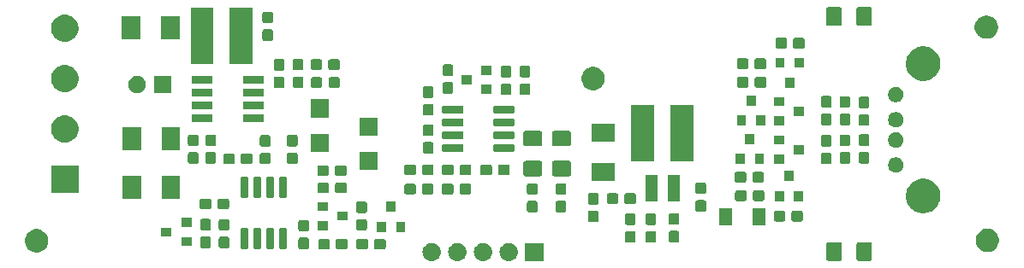
<source format=gbr>
G04 #@! TF.GenerationSoftware,KiCad,Pcbnew,(5.0.0)*
G04 #@! TF.CreationDate,2019-04-15T16:44:06+02:00*
G04 #@! TF.ProjectId,SolarPanelCharger,536F6C617250616E656C436861726765,rev?*
G04 #@! TF.SameCoordinates,Original*
G04 #@! TF.FileFunction,Soldermask,Top*
G04 #@! TF.FilePolarity,Negative*
%FSLAX46Y46*%
G04 Gerber Fmt 4.6, Leading zero omitted, Abs format (unit mm)*
G04 Created by KiCad (PCBNEW (5.0.0)) date 04/15/19 16:44:06*
%MOMM*%
%LPD*%
G01*
G04 APERTURE LIST*
%ADD10C,0.100000*%
G04 APERTURE END LIST*
D10*
G36*
X73087800Y-46113000D02*
X71285800Y-46113000D01*
X71285800Y-44311000D01*
X73087800Y-44311000D01*
X73087800Y-46113000D01*
X73087800Y-46113000D01*
G37*
G36*
X69757243Y-44317519D02*
X69823427Y-44324037D01*
X69911399Y-44350723D01*
X69993267Y-44375557D01*
X70091557Y-44428095D01*
X70149791Y-44459222D01*
X70185529Y-44488552D01*
X70286986Y-44571814D01*
X70342617Y-44639602D01*
X70399578Y-44709009D01*
X70399579Y-44709011D01*
X70483243Y-44865533D01*
X70493333Y-44898796D01*
X70534763Y-45035373D01*
X70552159Y-45212000D01*
X70534763Y-45388627D01*
X70500416Y-45501853D01*
X70483243Y-45558467D01*
X70409148Y-45697087D01*
X70399578Y-45714991D01*
X70370248Y-45750729D01*
X70286986Y-45852186D01*
X70185529Y-45935448D01*
X70149791Y-45964778D01*
X70149789Y-45964779D01*
X69993267Y-46048443D01*
X69970919Y-46055222D01*
X69823427Y-46099963D01*
X69757242Y-46106482D01*
X69691060Y-46113000D01*
X69602540Y-46113000D01*
X69536358Y-46106482D01*
X69470173Y-46099963D01*
X69322681Y-46055222D01*
X69300333Y-46048443D01*
X69143811Y-45964779D01*
X69143809Y-45964778D01*
X69108071Y-45935448D01*
X69006614Y-45852186D01*
X68923352Y-45750729D01*
X68894022Y-45714991D01*
X68884452Y-45697087D01*
X68810357Y-45558467D01*
X68793184Y-45501853D01*
X68758837Y-45388627D01*
X68741441Y-45212000D01*
X68758837Y-45035373D01*
X68800267Y-44898796D01*
X68810357Y-44865533D01*
X68894021Y-44709011D01*
X68894022Y-44709009D01*
X68950983Y-44639602D01*
X69006614Y-44571814D01*
X69108071Y-44488552D01*
X69143809Y-44459222D01*
X69202043Y-44428095D01*
X69300333Y-44375557D01*
X69382201Y-44350723D01*
X69470173Y-44324037D01*
X69536357Y-44317519D01*
X69602540Y-44311000D01*
X69691060Y-44311000D01*
X69757243Y-44317519D01*
X69757243Y-44317519D01*
G37*
G36*
X67217243Y-44317519D02*
X67283427Y-44324037D01*
X67371399Y-44350723D01*
X67453267Y-44375557D01*
X67551557Y-44428095D01*
X67609791Y-44459222D01*
X67645529Y-44488552D01*
X67746986Y-44571814D01*
X67802617Y-44639602D01*
X67859578Y-44709009D01*
X67859579Y-44709011D01*
X67943243Y-44865533D01*
X67953333Y-44898796D01*
X67994763Y-45035373D01*
X68012159Y-45212000D01*
X67994763Y-45388627D01*
X67960416Y-45501853D01*
X67943243Y-45558467D01*
X67869148Y-45697087D01*
X67859578Y-45714991D01*
X67830248Y-45750729D01*
X67746986Y-45852186D01*
X67645529Y-45935448D01*
X67609791Y-45964778D01*
X67609789Y-45964779D01*
X67453267Y-46048443D01*
X67430919Y-46055222D01*
X67283427Y-46099963D01*
X67217242Y-46106482D01*
X67151060Y-46113000D01*
X67062540Y-46113000D01*
X66996358Y-46106482D01*
X66930173Y-46099963D01*
X66782681Y-46055222D01*
X66760333Y-46048443D01*
X66603811Y-45964779D01*
X66603809Y-45964778D01*
X66568071Y-45935448D01*
X66466614Y-45852186D01*
X66383352Y-45750729D01*
X66354022Y-45714991D01*
X66344452Y-45697087D01*
X66270357Y-45558467D01*
X66253184Y-45501853D01*
X66218837Y-45388627D01*
X66201441Y-45212000D01*
X66218837Y-45035373D01*
X66260267Y-44898796D01*
X66270357Y-44865533D01*
X66354021Y-44709011D01*
X66354022Y-44709009D01*
X66410983Y-44639602D01*
X66466614Y-44571814D01*
X66568071Y-44488552D01*
X66603809Y-44459222D01*
X66662043Y-44428095D01*
X66760333Y-44375557D01*
X66842201Y-44350723D01*
X66930173Y-44324037D01*
X66996357Y-44317519D01*
X67062540Y-44311000D01*
X67151060Y-44311000D01*
X67217243Y-44317519D01*
X67217243Y-44317519D01*
G37*
G36*
X62137243Y-44317519D02*
X62203427Y-44324037D01*
X62291399Y-44350723D01*
X62373267Y-44375557D01*
X62471557Y-44428095D01*
X62529791Y-44459222D01*
X62565529Y-44488552D01*
X62666986Y-44571814D01*
X62722617Y-44639602D01*
X62779578Y-44709009D01*
X62779579Y-44709011D01*
X62863243Y-44865533D01*
X62873333Y-44898796D01*
X62914763Y-45035373D01*
X62932159Y-45212000D01*
X62914763Y-45388627D01*
X62880416Y-45501853D01*
X62863243Y-45558467D01*
X62789148Y-45697087D01*
X62779578Y-45714991D01*
X62750248Y-45750729D01*
X62666986Y-45852186D01*
X62565529Y-45935448D01*
X62529791Y-45964778D01*
X62529789Y-45964779D01*
X62373267Y-46048443D01*
X62350919Y-46055222D01*
X62203427Y-46099963D01*
X62137242Y-46106482D01*
X62071060Y-46113000D01*
X61982540Y-46113000D01*
X61916358Y-46106482D01*
X61850173Y-46099963D01*
X61702681Y-46055222D01*
X61680333Y-46048443D01*
X61523811Y-45964779D01*
X61523809Y-45964778D01*
X61488071Y-45935448D01*
X61386614Y-45852186D01*
X61303352Y-45750729D01*
X61274022Y-45714991D01*
X61264452Y-45697087D01*
X61190357Y-45558467D01*
X61173184Y-45501853D01*
X61138837Y-45388627D01*
X61121441Y-45212000D01*
X61138837Y-45035373D01*
X61180267Y-44898796D01*
X61190357Y-44865533D01*
X61274021Y-44709011D01*
X61274022Y-44709009D01*
X61330983Y-44639602D01*
X61386614Y-44571814D01*
X61488071Y-44488552D01*
X61523809Y-44459222D01*
X61582043Y-44428095D01*
X61680333Y-44375557D01*
X61762201Y-44350723D01*
X61850173Y-44324037D01*
X61916357Y-44317519D01*
X61982540Y-44311000D01*
X62071060Y-44311000D01*
X62137243Y-44317519D01*
X62137243Y-44317519D01*
G37*
G36*
X64677243Y-44317519D02*
X64743427Y-44324037D01*
X64831399Y-44350723D01*
X64913267Y-44375557D01*
X65011557Y-44428095D01*
X65069791Y-44459222D01*
X65105529Y-44488552D01*
X65206986Y-44571814D01*
X65262617Y-44639602D01*
X65319578Y-44709009D01*
X65319579Y-44709011D01*
X65403243Y-44865533D01*
X65413333Y-44898796D01*
X65454763Y-45035373D01*
X65472159Y-45212000D01*
X65454763Y-45388627D01*
X65420416Y-45501853D01*
X65403243Y-45558467D01*
X65329148Y-45697087D01*
X65319578Y-45714991D01*
X65290248Y-45750729D01*
X65206986Y-45852186D01*
X65105529Y-45935448D01*
X65069791Y-45964778D01*
X65069789Y-45964779D01*
X64913267Y-46048443D01*
X64890919Y-46055222D01*
X64743427Y-46099963D01*
X64677242Y-46106482D01*
X64611060Y-46113000D01*
X64522540Y-46113000D01*
X64456358Y-46106482D01*
X64390173Y-46099963D01*
X64242681Y-46055222D01*
X64220333Y-46048443D01*
X64063811Y-45964779D01*
X64063809Y-45964778D01*
X64028071Y-45935448D01*
X63926614Y-45852186D01*
X63843352Y-45750729D01*
X63814022Y-45714991D01*
X63804452Y-45697087D01*
X63730357Y-45558467D01*
X63713184Y-45501853D01*
X63678837Y-45388627D01*
X63661441Y-45212000D01*
X63678837Y-45035373D01*
X63720267Y-44898796D01*
X63730357Y-44865533D01*
X63814021Y-44709011D01*
X63814022Y-44709009D01*
X63870983Y-44639602D01*
X63926614Y-44571814D01*
X64028071Y-44488552D01*
X64063809Y-44459222D01*
X64122043Y-44428095D01*
X64220333Y-44375557D01*
X64302201Y-44350723D01*
X64390173Y-44324037D01*
X64456357Y-44317519D01*
X64522540Y-44311000D01*
X64611060Y-44311000D01*
X64677243Y-44317519D01*
X64677243Y-44317519D01*
G37*
G36*
X102452762Y-44239381D02*
X102487677Y-44249973D01*
X102519865Y-44267178D01*
X102548073Y-44290327D01*
X102571222Y-44318535D01*
X102588427Y-44350723D01*
X102599019Y-44385638D01*
X102603200Y-44428095D01*
X102603200Y-45894305D01*
X102599019Y-45936762D01*
X102588427Y-45971677D01*
X102571222Y-46003865D01*
X102548073Y-46032073D01*
X102519865Y-46055222D01*
X102487677Y-46072427D01*
X102452762Y-46083019D01*
X102410305Y-46087200D01*
X101269095Y-46087200D01*
X101226638Y-46083019D01*
X101191723Y-46072427D01*
X101159535Y-46055222D01*
X101131327Y-46032073D01*
X101108178Y-46003865D01*
X101090973Y-45971677D01*
X101080381Y-45936762D01*
X101076200Y-45894305D01*
X101076200Y-44428095D01*
X101080381Y-44385638D01*
X101090973Y-44350723D01*
X101108178Y-44318535D01*
X101131327Y-44290327D01*
X101159535Y-44267178D01*
X101191723Y-44249973D01*
X101226638Y-44239381D01*
X101269095Y-44235200D01*
X102410305Y-44235200D01*
X102452762Y-44239381D01*
X102452762Y-44239381D01*
G37*
G36*
X105427762Y-44239381D02*
X105462677Y-44249973D01*
X105494865Y-44267178D01*
X105523073Y-44290327D01*
X105546222Y-44318535D01*
X105563427Y-44350723D01*
X105574019Y-44385638D01*
X105578200Y-44428095D01*
X105578200Y-45894305D01*
X105574019Y-45936762D01*
X105563427Y-45971677D01*
X105546222Y-46003865D01*
X105523073Y-46032073D01*
X105494865Y-46055222D01*
X105462677Y-46072427D01*
X105427762Y-46083019D01*
X105385305Y-46087200D01*
X104244095Y-46087200D01*
X104201638Y-46083019D01*
X104166723Y-46072427D01*
X104134535Y-46055222D01*
X104106327Y-46032073D01*
X104083178Y-46003865D01*
X104065973Y-45971677D01*
X104055381Y-45936762D01*
X104051200Y-45894305D01*
X104051200Y-44428095D01*
X104055381Y-44385638D01*
X104065973Y-44350723D01*
X104083178Y-44318535D01*
X104106327Y-44290327D01*
X104134535Y-44267178D01*
X104166723Y-44249973D01*
X104201638Y-44239381D01*
X104244095Y-44235200D01*
X105385305Y-44235200D01*
X105427762Y-44239381D01*
X105427762Y-44239381D01*
G37*
G36*
X23297334Y-42987632D02*
X23506802Y-43074396D01*
X23695323Y-43200362D01*
X23855638Y-43360677D01*
X23981604Y-43549198D01*
X24068368Y-43758666D01*
X24112600Y-43981035D01*
X24112600Y-44207765D01*
X24068368Y-44430134D01*
X23981604Y-44639602D01*
X23855638Y-44828123D01*
X23695323Y-44988438D01*
X23506802Y-45114404D01*
X23297334Y-45201168D01*
X23074965Y-45245400D01*
X22848235Y-45245400D01*
X22625866Y-45201168D01*
X22416398Y-45114404D01*
X22227877Y-44988438D01*
X22067562Y-44828123D01*
X21941596Y-44639602D01*
X21854832Y-44430134D01*
X21810600Y-44207765D01*
X21810600Y-43981035D01*
X21854832Y-43758666D01*
X21941596Y-43549198D01*
X22067562Y-43360677D01*
X22227877Y-43200362D01*
X22416398Y-43074396D01*
X22625866Y-42987632D01*
X22848235Y-42943400D01*
X23074965Y-42943400D01*
X23297334Y-42987632D01*
X23297334Y-42987632D01*
G37*
G36*
X117328134Y-42936832D02*
X117537602Y-43023596D01*
X117726123Y-43149562D01*
X117886438Y-43309877D01*
X118012404Y-43498398D01*
X118099168Y-43707866D01*
X118143400Y-43930235D01*
X118143400Y-44156965D01*
X118099168Y-44379334D01*
X118012404Y-44588802D01*
X117886438Y-44777323D01*
X117726123Y-44937638D01*
X117537602Y-45063604D01*
X117328134Y-45150368D01*
X117105765Y-45194600D01*
X116879035Y-45194600D01*
X116656666Y-45150368D01*
X116447198Y-45063604D01*
X116258677Y-44937638D01*
X116098362Y-44777323D01*
X115972396Y-44588802D01*
X115885632Y-44379334D01*
X115841400Y-44156965D01*
X115841400Y-43930235D01*
X115885632Y-43707866D01*
X115972396Y-43498398D01*
X116098362Y-43309877D01*
X116258677Y-43149562D01*
X116447198Y-43023596D01*
X116656666Y-42936832D01*
X116879035Y-42892600D01*
X117105765Y-42892600D01*
X117328134Y-42936832D01*
X117328134Y-42936832D01*
G37*
G36*
X57333299Y-43915745D02*
X57370793Y-43927119D01*
X57405357Y-43945594D01*
X57435647Y-43970453D01*
X57460506Y-44000743D01*
X57478981Y-44035307D01*
X57490355Y-44072801D01*
X57494800Y-44117938D01*
X57494800Y-44756662D01*
X57490355Y-44801799D01*
X57478981Y-44839293D01*
X57460506Y-44873857D01*
X57435647Y-44904147D01*
X57405357Y-44929006D01*
X57370793Y-44947481D01*
X57333299Y-44958855D01*
X57288162Y-44963300D01*
X56549438Y-44963300D01*
X56504301Y-44958855D01*
X56466807Y-44947481D01*
X56432243Y-44929006D01*
X56401953Y-44904147D01*
X56377094Y-44873857D01*
X56358619Y-44839293D01*
X56347245Y-44801799D01*
X56342800Y-44756662D01*
X56342800Y-44117938D01*
X56347245Y-44072801D01*
X56358619Y-44035307D01*
X56377094Y-44000743D01*
X56401953Y-43970453D01*
X56432243Y-43945594D01*
X56466807Y-43927119D01*
X56504301Y-43915745D01*
X56549438Y-43911300D01*
X57288162Y-43911300D01*
X57333299Y-43915745D01*
X57333299Y-43915745D01*
G37*
G36*
X53551299Y-43915745D02*
X53588793Y-43927119D01*
X53623357Y-43945594D01*
X53653647Y-43970453D01*
X53678506Y-44000743D01*
X53696981Y-44035307D01*
X53708355Y-44072801D01*
X53712800Y-44117938D01*
X53712800Y-44756662D01*
X53708355Y-44801799D01*
X53696981Y-44839293D01*
X53678506Y-44873857D01*
X53653647Y-44904147D01*
X53623357Y-44929006D01*
X53588793Y-44947481D01*
X53551299Y-44958855D01*
X53506162Y-44963300D01*
X52767438Y-44963300D01*
X52722301Y-44958855D01*
X52684807Y-44947481D01*
X52650243Y-44929006D01*
X52619953Y-44904147D01*
X52595094Y-44873857D01*
X52576619Y-44839293D01*
X52565245Y-44801799D01*
X52560800Y-44756662D01*
X52560800Y-44117938D01*
X52565245Y-44072801D01*
X52576619Y-44035307D01*
X52595094Y-44000743D01*
X52619953Y-43970453D01*
X52650243Y-43945594D01*
X52684807Y-43927119D01*
X52722301Y-43915745D01*
X52767438Y-43911300D01*
X53506162Y-43911300D01*
X53551299Y-43915745D01*
X53551299Y-43915745D01*
G37*
G36*
X51801299Y-43915745D02*
X51838793Y-43927119D01*
X51873357Y-43945594D01*
X51903647Y-43970453D01*
X51928506Y-44000743D01*
X51946981Y-44035307D01*
X51958355Y-44072801D01*
X51962800Y-44117938D01*
X51962800Y-44756662D01*
X51958355Y-44801799D01*
X51946981Y-44839293D01*
X51928506Y-44873857D01*
X51903647Y-44904147D01*
X51873357Y-44929006D01*
X51838793Y-44947481D01*
X51801299Y-44958855D01*
X51756162Y-44963300D01*
X51017438Y-44963300D01*
X50972301Y-44958855D01*
X50934807Y-44947481D01*
X50900243Y-44929006D01*
X50869953Y-44904147D01*
X50845094Y-44873857D01*
X50826619Y-44839293D01*
X50815245Y-44801799D01*
X50810800Y-44756662D01*
X50810800Y-44117938D01*
X50815245Y-44072801D01*
X50826619Y-44035307D01*
X50845094Y-44000743D01*
X50869953Y-43970453D01*
X50900243Y-43945594D01*
X50934807Y-43927119D01*
X50972301Y-43915745D01*
X51017438Y-43911300D01*
X51756162Y-43911300D01*
X51801299Y-43915745D01*
X51801299Y-43915745D01*
G37*
G36*
X55583299Y-43915745D02*
X55620793Y-43927119D01*
X55655357Y-43945594D01*
X55685647Y-43970453D01*
X55710506Y-44000743D01*
X55728981Y-44035307D01*
X55740355Y-44072801D01*
X55744800Y-44117938D01*
X55744800Y-44756662D01*
X55740355Y-44801799D01*
X55728981Y-44839293D01*
X55710506Y-44873857D01*
X55685647Y-44904147D01*
X55655357Y-44929006D01*
X55620793Y-44947481D01*
X55583299Y-44958855D01*
X55538162Y-44963300D01*
X54799438Y-44963300D01*
X54754301Y-44958855D01*
X54716807Y-44947481D01*
X54682243Y-44929006D01*
X54651953Y-44904147D01*
X54627094Y-44873857D01*
X54608619Y-44839293D01*
X54597245Y-44801799D01*
X54592800Y-44756662D01*
X54592800Y-44117938D01*
X54597245Y-44072801D01*
X54608619Y-44035307D01*
X54627094Y-44000743D01*
X54651953Y-43970453D01*
X54682243Y-43945594D01*
X54716807Y-43927119D01*
X54754301Y-43915745D01*
X54799438Y-43911300D01*
X55538162Y-43911300D01*
X55583299Y-43915745D01*
X55583299Y-43915745D01*
G37*
G36*
X49742099Y-43788245D02*
X49779593Y-43799619D01*
X49814157Y-43818094D01*
X49844447Y-43842953D01*
X49869306Y-43873243D01*
X49887781Y-43907807D01*
X49899155Y-43945301D01*
X49903600Y-43990438D01*
X49903600Y-44729162D01*
X49899155Y-44774299D01*
X49887781Y-44811793D01*
X49869306Y-44846357D01*
X49844447Y-44876647D01*
X49814157Y-44901506D01*
X49779593Y-44919981D01*
X49742099Y-44931355D01*
X49696962Y-44935800D01*
X49058238Y-44935800D01*
X49013101Y-44931355D01*
X48975607Y-44919981D01*
X48941043Y-44901506D01*
X48910753Y-44876647D01*
X48885894Y-44846357D01*
X48867419Y-44811793D01*
X48856045Y-44774299D01*
X48851600Y-44729162D01*
X48851600Y-43990438D01*
X48856045Y-43945301D01*
X48867419Y-43907807D01*
X48885894Y-43873243D01*
X48910753Y-43842953D01*
X48941043Y-43818094D01*
X48975607Y-43799619D01*
X49013101Y-43788245D01*
X49058238Y-43783800D01*
X49696962Y-43783800D01*
X49742099Y-43788245D01*
X49742099Y-43788245D01*
G37*
G36*
X45080467Y-42827804D02*
X45103892Y-42834910D01*
X45125489Y-42846454D01*
X45144414Y-42861986D01*
X45159946Y-42880911D01*
X45171490Y-42902508D01*
X45178596Y-42925933D01*
X45181600Y-42956438D01*
X45181600Y-44770162D01*
X45178596Y-44800667D01*
X45171490Y-44824092D01*
X45159946Y-44845689D01*
X45144414Y-44864614D01*
X45125489Y-44880146D01*
X45103892Y-44891690D01*
X45080467Y-44898796D01*
X45049962Y-44901800D01*
X44561238Y-44901800D01*
X44530733Y-44898796D01*
X44507308Y-44891690D01*
X44485711Y-44880146D01*
X44466786Y-44864614D01*
X44451254Y-44845689D01*
X44439710Y-44824092D01*
X44432604Y-44800667D01*
X44429600Y-44770162D01*
X44429600Y-42956438D01*
X44432604Y-42925933D01*
X44439710Y-42902508D01*
X44451254Y-42880911D01*
X44466786Y-42861986D01*
X44485711Y-42846454D01*
X44507308Y-42834910D01*
X44530733Y-42827804D01*
X44561238Y-42824800D01*
X45049962Y-42824800D01*
X45080467Y-42827804D01*
X45080467Y-42827804D01*
G37*
G36*
X43810467Y-42827804D02*
X43833892Y-42834910D01*
X43855489Y-42846454D01*
X43874414Y-42861986D01*
X43889946Y-42880911D01*
X43901490Y-42902508D01*
X43908596Y-42925933D01*
X43911600Y-42956438D01*
X43911600Y-44770162D01*
X43908596Y-44800667D01*
X43901490Y-44824092D01*
X43889946Y-44845689D01*
X43874414Y-44864614D01*
X43855489Y-44880146D01*
X43833892Y-44891690D01*
X43810467Y-44898796D01*
X43779962Y-44901800D01*
X43291238Y-44901800D01*
X43260733Y-44898796D01*
X43237308Y-44891690D01*
X43215711Y-44880146D01*
X43196786Y-44864614D01*
X43181254Y-44845689D01*
X43169710Y-44824092D01*
X43162604Y-44800667D01*
X43159600Y-44770162D01*
X43159600Y-42956438D01*
X43162604Y-42925933D01*
X43169710Y-42902508D01*
X43181254Y-42880911D01*
X43196786Y-42861986D01*
X43215711Y-42846454D01*
X43237308Y-42834910D01*
X43260733Y-42827804D01*
X43291238Y-42824800D01*
X43779962Y-42824800D01*
X43810467Y-42827804D01*
X43810467Y-42827804D01*
G37*
G36*
X46350467Y-42827804D02*
X46373892Y-42834910D01*
X46395489Y-42846454D01*
X46414414Y-42861986D01*
X46429946Y-42880911D01*
X46441490Y-42902508D01*
X46448596Y-42925933D01*
X46451600Y-42956438D01*
X46451600Y-44770162D01*
X46448596Y-44800667D01*
X46441490Y-44824092D01*
X46429946Y-44845689D01*
X46414414Y-44864614D01*
X46395489Y-44880146D01*
X46373892Y-44891690D01*
X46350467Y-44898796D01*
X46319962Y-44901800D01*
X45831238Y-44901800D01*
X45800733Y-44898796D01*
X45777308Y-44891690D01*
X45755711Y-44880146D01*
X45736786Y-44864614D01*
X45721254Y-44845689D01*
X45709710Y-44824092D01*
X45702604Y-44800667D01*
X45699600Y-44770162D01*
X45699600Y-42956438D01*
X45702604Y-42925933D01*
X45709710Y-42902508D01*
X45721254Y-42880911D01*
X45736786Y-42861986D01*
X45755711Y-42846454D01*
X45777308Y-42834910D01*
X45800733Y-42827804D01*
X45831238Y-42824800D01*
X46319962Y-42824800D01*
X46350467Y-42827804D01*
X46350467Y-42827804D01*
G37*
G36*
X47620467Y-42827804D02*
X47643892Y-42834910D01*
X47665489Y-42846454D01*
X47684414Y-42861986D01*
X47699946Y-42880911D01*
X47711490Y-42902508D01*
X47718596Y-42925933D01*
X47721600Y-42956438D01*
X47721600Y-44770162D01*
X47718596Y-44800667D01*
X47711490Y-44824092D01*
X47699946Y-44845689D01*
X47684414Y-44864614D01*
X47665489Y-44880146D01*
X47643892Y-44891690D01*
X47620467Y-44898796D01*
X47589962Y-44901800D01*
X47101238Y-44901800D01*
X47070733Y-44898796D01*
X47047308Y-44891690D01*
X47025711Y-44880146D01*
X47006786Y-44864614D01*
X46991254Y-44845689D01*
X46979710Y-44824092D01*
X46972604Y-44800667D01*
X46969600Y-44770162D01*
X46969600Y-42956438D01*
X46972604Y-42925933D01*
X46979710Y-42902508D01*
X46991254Y-42880911D01*
X47006786Y-42861986D01*
X47025711Y-42846454D01*
X47047308Y-42834910D01*
X47070733Y-42827804D01*
X47101238Y-42824800D01*
X47589962Y-42824800D01*
X47620467Y-42827804D01*
X47620467Y-42827804D01*
G37*
G36*
X41868099Y-43686645D02*
X41905593Y-43698019D01*
X41940157Y-43716494D01*
X41970447Y-43741353D01*
X41995306Y-43771643D01*
X42013781Y-43806207D01*
X42025155Y-43843701D01*
X42029600Y-43888838D01*
X42029600Y-44627562D01*
X42025155Y-44672699D01*
X42013781Y-44710193D01*
X41995306Y-44744757D01*
X41970447Y-44775047D01*
X41940157Y-44799906D01*
X41905593Y-44818381D01*
X41868099Y-44829755D01*
X41822962Y-44834200D01*
X41184238Y-44834200D01*
X41139101Y-44829755D01*
X41101607Y-44818381D01*
X41067043Y-44799906D01*
X41036753Y-44775047D01*
X41011894Y-44744757D01*
X40993419Y-44710193D01*
X40982045Y-44672699D01*
X40977600Y-44627562D01*
X40977600Y-43888838D01*
X40982045Y-43843701D01*
X40993419Y-43806207D01*
X41011894Y-43771643D01*
X41036753Y-43741353D01*
X41067043Y-43716494D01*
X41101607Y-43698019D01*
X41139101Y-43686645D01*
X41184238Y-43682200D01*
X41822962Y-43682200D01*
X41868099Y-43686645D01*
X41868099Y-43686645D01*
G37*
G36*
X40039299Y-43675245D02*
X40076793Y-43686619D01*
X40111357Y-43705094D01*
X40141647Y-43729953D01*
X40166506Y-43760243D01*
X40184981Y-43794807D01*
X40196355Y-43832301D01*
X40200800Y-43877438D01*
X40200800Y-44616162D01*
X40196355Y-44661299D01*
X40184981Y-44698793D01*
X40166506Y-44733357D01*
X40141647Y-44763647D01*
X40111357Y-44788506D01*
X40076793Y-44806981D01*
X40039299Y-44818355D01*
X39994162Y-44822800D01*
X39355438Y-44822800D01*
X39310301Y-44818355D01*
X39272807Y-44806981D01*
X39238243Y-44788506D01*
X39207953Y-44763647D01*
X39183094Y-44733357D01*
X39164619Y-44698793D01*
X39153245Y-44661299D01*
X39148800Y-44616162D01*
X39148800Y-43877438D01*
X39153245Y-43832301D01*
X39164619Y-43794807D01*
X39183094Y-43760243D01*
X39207953Y-43729953D01*
X39238243Y-43705094D01*
X39272807Y-43686619D01*
X39310301Y-43675245D01*
X39355438Y-43670800D01*
X39994162Y-43670800D01*
X40039299Y-43675245D01*
X40039299Y-43675245D01*
G37*
G36*
X38280200Y-44631800D02*
X37278200Y-44631800D01*
X37278200Y-43729800D01*
X38280200Y-43729800D01*
X38280200Y-44631800D01*
X38280200Y-44631800D01*
G37*
G36*
X84082899Y-43127845D02*
X84120393Y-43139219D01*
X84154957Y-43157694D01*
X84185247Y-43182553D01*
X84210106Y-43212843D01*
X84228581Y-43247407D01*
X84239955Y-43284901D01*
X84244400Y-43330038D01*
X84244400Y-44068762D01*
X84239955Y-44113899D01*
X84228581Y-44151393D01*
X84210106Y-44185957D01*
X84185247Y-44216247D01*
X84154957Y-44241106D01*
X84120393Y-44259581D01*
X84082899Y-44270955D01*
X84037762Y-44275400D01*
X83399038Y-44275400D01*
X83353901Y-44270955D01*
X83316407Y-44259581D01*
X83281843Y-44241106D01*
X83251553Y-44216247D01*
X83226694Y-44185957D01*
X83208219Y-44151393D01*
X83196845Y-44113899D01*
X83192400Y-44068762D01*
X83192400Y-43330038D01*
X83196845Y-43284901D01*
X83208219Y-43247407D01*
X83226694Y-43212843D01*
X83251553Y-43182553D01*
X83281843Y-43157694D01*
X83316407Y-43139219D01*
X83353901Y-43127845D01*
X83399038Y-43123400D01*
X84037762Y-43123400D01*
X84082899Y-43127845D01*
X84082899Y-43127845D01*
G37*
G36*
X82050899Y-43127845D02*
X82088393Y-43139219D01*
X82122957Y-43157694D01*
X82153247Y-43182553D01*
X82178106Y-43212843D01*
X82196581Y-43247407D01*
X82207955Y-43284901D01*
X82212400Y-43330038D01*
X82212400Y-44068762D01*
X82207955Y-44113899D01*
X82196581Y-44151393D01*
X82178106Y-44185957D01*
X82153247Y-44216247D01*
X82122957Y-44241106D01*
X82088393Y-44259581D01*
X82050899Y-44270955D01*
X82005762Y-44275400D01*
X81367038Y-44275400D01*
X81321901Y-44270955D01*
X81284407Y-44259581D01*
X81249843Y-44241106D01*
X81219553Y-44216247D01*
X81194694Y-44185957D01*
X81176219Y-44151393D01*
X81164845Y-44113899D01*
X81160400Y-44068762D01*
X81160400Y-43330038D01*
X81164845Y-43284901D01*
X81176219Y-43247407D01*
X81194694Y-43212843D01*
X81219553Y-43182553D01*
X81249843Y-43157694D01*
X81284407Y-43139219D01*
X81321901Y-43127845D01*
X81367038Y-43123400D01*
X82005762Y-43123400D01*
X82050899Y-43127845D01*
X82050899Y-43127845D01*
G37*
G36*
X86368899Y-43113845D02*
X86406393Y-43125219D01*
X86440957Y-43143694D01*
X86471247Y-43168553D01*
X86496106Y-43198843D01*
X86514581Y-43233407D01*
X86525955Y-43270901D01*
X86530400Y-43316038D01*
X86530400Y-44054762D01*
X86525955Y-44099899D01*
X86514581Y-44137393D01*
X86496106Y-44171957D01*
X86471247Y-44202247D01*
X86440957Y-44227106D01*
X86406393Y-44245581D01*
X86368899Y-44256955D01*
X86323762Y-44261400D01*
X85685038Y-44261400D01*
X85639901Y-44256955D01*
X85602407Y-44245581D01*
X85567843Y-44227106D01*
X85537553Y-44202247D01*
X85512694Y-44171957D01*
X85494219Y-44137393D01*
X85482845Y-44099899D01*
X85478400Y-44054762D01*
X85478400Y-43316038D01*
X85482845Y-43270901D01*
X85494219Y-43233407D01*
X85512694Y-43198843D01*
X85537553Y-43168553D01*
X85567843Y-43143694D01*
X85602407Y-43125219D01*
X85639901Y-43113845D01*
X85685038Y-43109400D01*
X86323762Y-43109400D01*
X86368899Y-43113845D01*
X86368899Y-43113845D01*
G37*
G36*
X36280200Y-43681800D02*
X35278200Y-43681800D01*
X35278200Y-42779800D01*
X36280200Y-42779800D01*
X36280200Y-43681800D01*
X36280200Y-43681800D01*
G37*
G36*
X57527300Y-43207800D02*
X56625300Y-43207800D01*
X56625300Y-42205800D01*
X57527300Y-42205800D01*
X57527300Y-43207800D01*
X57527300Y-43207800D01*
G37*
G36*
X59427300Y-43207800D02*
X58525300Y-43207800D01*
X58525300Y-42205800D01*
X59427300Y-42205800D01*
X59427300Y-43207800D01*
X59427300Y-43207800D01*
G37*
G36*
X49742099Y-42038245D02*
X49779593Y-42049619D01*
X49814157Y-42068094D01*
X49844447Y-42092953D01*
X49869306Y-42123243D01*
X49887781Y-42157807D01*
X49899155Y-42195301D01*
X49903600Y-42240438D01*
X49903600Y-42979162D01*
X49899155Y-43024299D01*
X49887781Y-43061793D01*
X49869306Y-43096357D01*
X49844447Y-43126647D01*
X49814157Y-43151506D01*
X49779593Y-43169981D01*
X49742099Y-43181355D01*
X49696962Y-43185800D01*
X49058238Y-43185800D01*
X49013101Y-43181355D01*
X48975607Y-43169981D01*
X48941043Y-43151506D01*
X48910753Y-43126647D01*
X48885894Y-43096357D01*
X48867419Y-43061793D01*
X48856045Y-43024299D01*
X48851600Y-42979162D01*
X48851600Y-42240438D01*
X48856045Y-42195301D01*
X48867419Y-42157807D01*
X48885894Y-42123243D01*
X48910753Y-42092953D01*
X48941043Y-42068094D01*
X48975607Y-42049619D01*
X49013101Y-42038245D01*
X49058238Y-42033800D01*
X49696962Y-42033800D01*
X49742099Y-42038245D01*
X49742099Y-42038245D01*
G37*
G36*
X55469799Y-41946745D02*
X55507293Y-41958119D01*
X55541857Y-41976594D01*
X55572147Y-42001453D01*
X55597006Y-42031743D01*
X55615481Y-42066307D01*
X55626855Y-42103801D01*
X55631300Y-42148938D01*
X55631300Y-42887662D01*
X55626855Y-42932799D01*
X55615481Y-42970293D01*
X55597006Y-43004857D01*
X55572147Y-43035147D01*
X55541857Y-43060006D01*
X55507293Y-43078481D01*
X55469799Y-43089855D01*
X55424662Y-43094300D01*
X54785938Y-43094300D01*
X54740801Y-43089855D01*
X54703307Y-43078481D01*
X54668743Y-43060006D01*
X54638453Y-43035147D01*
X54613594Y-43004857D01*
X54595119Y-42970293D01*
X54583745Y-42932799D01*
X54579300Y-42887662D01*
X54579300Y-42148938D01*
X54583745Y-42103801D01*
X54595119Y-42066307D01*
X54613594Y-42031743D01*
X54638453Y-42001453D01*
X54668743Y-41976594D01*
X54703307Y-41958119D01*
X54740801Y-41946745D01*
X54785938Y-41942300D01*
X55424662Y-41942300D01*
X55469799Y-41946745D01*
X55469799Y-41946745D01*
G37*
G36*
X41868099Y-41936645D02*
X41905593Y-41948019D01*
X41940157Y-41966494D01*
X41970447Y-41991353D01*
X41995306Y-42021643D01*
X42013781Y-42056207D01*
X42025155Y-42093701D01*
X42029600Y-42138838D01*
X42029600Y-42877562D01*
X42025155Y-42922699D01*
X42013781Y-42960193D01*
X41995306Y-42994757D01*
X41970447Y-43025047D01*
X41940157Y-43049906D01*
X41905593Y-43068381D01*
X41868099Y-43079755D01*
X41822962Y-43084200D01*
X41184238Y-43084200D01*
X41139101Y-43079755D01*
X41101607Y-43068381D01*
X41067043Y-43049906D01*
X41036753Y-43025047D01*
X41011894Y-42994757D01*
X40993419Y-42960193D01*
X40982045Y-42922699D01*
X40977600Y-42877562D01*
X40977600Y-42138838D01*
X40982045Y-42093701D01*
X40993419Y-42056207D01*
X41011894Y-42021643D01*
X41036753Y-41991353D01*
X41067043Y-41966494D01*
X41101607Y-41948019D01*
X41139101Y-41936645D01*
X41184238Y-41932200D01*
X41822962Y-41932200D01*
X41868099Y-41936645D01*
X41868099Y-41936645D01*
G37*
G36*
X40039299Y-41925245D02*
X40076793Y-41936619D01*
X40111357Y-41955094D01*
X40141647Y-41979953D01*
X40166506Y-42010243D01*
X40184981Y-42044807D01*
X40196355Y-42082301D01*
X40200800Y-42127438D01*
X40200800Y-42866162D01*
X40196355Y-42911299D01*
X40184981Y-42948793D01*
X40166506Y-42983357D01*
X40141647Y-43013647D01*
X40111357Y-43038506D01*
X40076793Y-43056981D01*
X40039299Y-43068355D01*
X39994162Y-43072800D01*
X39355438Y-43072800D01*
X39310301Y-43068355D01*
X39272807Y-43056981D01*
X39238243Y-43038506D01*
X39207953Y-43013647D01*
X39183094Y-42983357D01*
X39164619Y-42948793D01*
X39153245Y-42911299D01*
X39148800Y-42866162D01*
X39148800Y-42127438D01*
X39153245Y-42082301D01*
X39164619Y-42044807D01*
X39183094Y-42010243D01*
X39207953Y-41979953D01*
X39238243Y-41955094D01*
X39272807Y-41936619D01*
X39310301Y-41925245D01*
X39355438Y-41920800D01*
X39994162Y-41920800D01*
X40039299Y-41925245D01*
X40039299Y-41925245D01*
G37*
G36*
X51748800Y-43044300D02*
X50746800Y-43044300D01*
X50746800Y-42142300D01*
X51748800Y-42142300D01*
X51748800Y-43044300D01*
X51748800Y-43044300D01*
G37*
G36*
X38280200Y-42731800D02*
X37278200Y-42731800D01*
X37278200Y-41829800D01*
X38280200Y-41829800D01*
X38280200Y-42731800D01*
X38280200Y-42731800D01*
G37*
G36*
X91711800Y-42602800D02*
X90509800Y-42602800D01*
X90509800Y-40850800D01*
X91711800Y-40850800D01*
X91711800Y-42602800D01*
X91711800Y-42602800D01*
G37*
G36*
X95011800Y-42582800D02*
X93809800Y-42582800D01*
X93809800Y-40830800D01*
X95011800Y-40830800D01*
X95011800Y-42582800D01*
X95011800Y-42582800D01*
G37*
G36*
X84082899Y-41377845D02*
X84120393Y-41389219D01*
X84154957Y-41407694D01*
X84185247Y-41432553D01*
X84210106Y-41462843D01*
X84228581Y-41497407D01*
X84239955Y-41534901D01*
X84244400Y-41580038D01*
X84244400Y-42318762D01*
X84239955Y-42363899D01*
X84228581Y-42401393D01*
X84210106Y-42435957D01*
X84185247Y-42466247D01*
X84154957Y-42491106D01*
X84120393Y-42509581D01*
X84082899Y-42520955D01*
X84037762Y-42525400D01*
X83399038Y-42525400D01*
X83353901Y-42520955D01*
X83316407Y-42509581D01*
X83281843Y-42491106D01*
X83251553Y-42466247D01*
X83226694Y-42435957D01*
X83208219Y-42401393D01*
X83196845Y-42363899D01*
X83192400Y-42318762D01*
X83192400Y-41580038D01*
X83196845Y-41534901D01*
X83208219Y-41497407D01*
X83226694Y-41462843D01*
X83251553Y-41432553D01*
X83281843Y-41407694D01*
X83316407Y-41389219D01*
X83353901Y-41377845D01*
X83399038Y-41373400D01*
X84037762Y-41373400D01*
X84082899Y-41377845D01*
X84082899Y-41377845D01*
G37*
G36*
X82050899Y-41377845D02*
X82088393Y-41389219D01*
X82122957Y-41407694D01*
X82153247Y-41432553D01*
X82178106Y-41462843D01*
X82196581Y-41497407D01*
X82207955Y-41534901D01*
X82212400Y-41580038D01*
X82212400Y-42318762D01*
X82207955Y-42363899D01*
X82196581Y-42401393D01*
X82178106Y-42435957D01*
X82153247Y-42466247D01*
X82122957Y-42491106D01*
X82088393Y-42509581D01*
X82050899Y-42520955D01*
X82005762Y-42525400D01*
X81367038Y-42525400D01*
X81321901Y-42520955D01*
X81284407Y-42509581D01*
X81249843Y-42491106D01*
X81219553Y-42466247D01*
X81194694Y-42435957D01*
X81176219Y-42401393D01*
X81164845Y-42363899D01*
X81160400Y-42318762D01*
X81160400Y-41580038D01*
X81164845Y-41534901D01*
X81176219Y-41497407D01*
X81194694Y-41462843D01*
X81219553Y-41432553D01*
X81249843Y-41407694D01*
X81284407Y-41389219D01*
X81321901Y-41377845D01*
X81367038Y-41373400D01*
X82005762Y-41373400D01*
X82050899Y-41377845D01*
X82050899Y-41377845D01*
G37*
G36*
X86368899Y-41363845D02*
X86406393Y-41375219D01*
X86440957Y-41393694D01*
X86471247Y-41418553D01*
X86496106Y-41448843D01*
X86514581Y-41483407D01*
X86525955Y-41520901D01*
X86530400Y-41566038D01*
X86530400Y-42304762D01*
X86525955Y-42349899D01*
X86514581Y-42387393D01*
X86496106Y-42421957D01*
X86471247Y-42452247D01*
X86440957Y-42477106D01*
X86406393Y-42495581D01*
X86368899Y-42506955D01*
X86323762Y-42511400D01*
X85685038Y-42511400D01*
X85639901Y-42506955D01*
X85602407Y-42495581D01*
X85567843Y-42477106D01*
X85537553Y-42452247D01*
X85512694Y-42421957D01*
X85494219Y-42387393D01*
X85482845Y-42349899D01*
X85478400Y-42304762D01*
X85478400Y-41566038D01*
X85482845Y-41520901D01*
X85494219Y-41483407D01*
X85512694Y-41448843D01*
X85537553Y-41418553D01*
X85567843Y-41393694D01*
X85602407Y-41375219D01*
X85639901Y-41363845D01*
X85685038Y-41359400D01*
X86323762Y-41359400D01*
X86368899Y-41363845D01*
X86368899Y-41363845D01*
G37*
G36*
X78367899Y-41109845D02*
X78405393Y-41121219D01*
X78439957Y-41139694D01*
X78470247Y-41164553D01*
X78495106Y-41194843D01*
X78513581Y-41229407D01*
X78524955Y-41266901D01*
X78529400Y-41312038D01*
X78529400Y-42050762D01*
X78524955Y-42095899D01*
X78513581Y-42133393D01*
X78495106Y-42167957D01*
X78470247Y-42198247D01*
X78439957Y-42223106D01*
X78405393Y-42241581D01*
X78367899Y-42252955D01*
X78322762Y-42257400D01*
X77684038Y-42257400D01*
X77638901Y-42252955D01*
X77601407Y-42241581D01*
X77566843Y-42223106D01*
X77536553Y-42198247D01*
X77511694Y-42167957D01*
X77493219Y-42133393D01*
X77481845Y-42095899D01*
X77477400Y-42050762D01*
X77477400Y-41312038D01*
X77481845Y-41266901D01*
X77493219Y-41229407D01*
X77511694Y-41194843D01*
X77536553Y-41164553D01*
X77566843Y-41139694D01*
X77601407Y-41121219D01*
X77638901Y-41109845D01*
X77684038Y-41105400D01*
X78322762Y-41105400D01*
X78367899Y-41109845D01*
X78367899Y-41109845D01*
G37*
G36*
X98596899Y-41134445D02*
X98634393Y-41145819D01*
X98668957Y-41164294D01*
X98699247Y-41189153D01*
X98724106Y-41219443D01*
X98742581Y-41254007D01*
X98753955Y-41291501D01*
X98758400Y-41336638D01*
X98758400Y-41975362D01*
X98753955Y-42020499D01*
X98742581Y-42057993D01*
X98724106Y-42092557D01*
X98699247Y-42122847D01*
X98668957Y-42147706D01*
X98634393Y-42166181D01*
X98596899Y-42177555D01*
X98551762Y-42182000D01*
X97813038Y-42182000D01*
X97767901Y-42177555D01*
X97730407Y-42166181D01*
X97695843Y-42147706D01*
X97665553Y-42122847D01*
X97640694Y-42092557D01*
X97622219Y-42057993D01*
X97610845Y-42020499D01*
X97606400Y-41975362D01*
X97606400Y-41336638D01*
X97610845Y-41291501D01*
X97622219Y-41254007D01*
X97640694Y-41219443D01*
X97665553Y-41189153D01*
X97695843Y-41164294D01*
X97730407Y-41145819D01*
X97767901Y-41134445D01*
X97813038Y-41130000D01*
X98551762Y-41130000D01*
X98596899Y-41134445D01*
X98596899Y-41134445D01*
G37*
G36*
X96846899Y-41134445D02*
X96884393Y-41145819D01*
X96918957Y-41164294D01*
X96949247Y-41189153D01*
X96974106Y-41219443D01*
X96992581Y-41254007D01*
X97003955Y-41291501D01*
X97008400Y-41336638D01*
X97008400Y-41975362D01*
X97003955Y-42020499D01*
X96992581Y-42057993D01*
X96974106Y-42092557D01*
X96949247Y-42122847D01*
X96918957Y-42147706D01*
X96884393Y-42166181D01*
X96846899Y-42177555D01*
X96801762Y-42182000D01*
X96063038Y-42182000D01*
X96017901Y-42177555D01*
X95980407Y-42166181D01*
X95945843Y-42147706D01*
X95915553Y-42122847D01*
X95890694Y-42092557D01*
X95872219Y-42057993D01*
X95860845Y-42020499D01*
X95856400Y-41975362D01*
X95856400Y-41336638D01*
X95860845Y-41291501D01*
X95872219Y-41254007D01*
X95890694Y-41219443D01*
X95915553Y-41189153D01*
X95945843Y-41164294D01*
X95980407Y-41145819D01*
X96017901Y-41134445D01*
X96063038Y-41130000D01*
X96801762Y-41130000D01*
X96846899Y-41134445D01*
X96846899Y-41134445D01*
G37*
G36*
X53748800Y-42094300D02*
X52746800Y-42094300D01*
X52746800Y-41192300D01*
X53748800Y-41192300D01*
X53748800Y-42094300D01*
X53748800Y-42094300D01*
G37*
G36*
X110975809Y-37977338D02*
X111140897Y-38010176D01*
X111269724Y-38063538D01*
X111451914Y-38139003D01*
X111731827Y-38326035D01*
X111969865Y-38564073D01*
X112156897Y-38843986D01*
X112232362Y-39026176D01*
X112285724Y-39155003D01*
X112314221Y-39298269D01*
X112351400Y-39485177D01*
X112351400Y-39821823D01*
X112350410Y-39826800D01*
X112285724Y-40151997D01*
X112254924Y-40226354D01*
X112156897Y-40463014D01*
X111969865Y-40742927D01*
X111731827Y-40980965D01*
X111451914Y-41167997D01*
X111269724Y-41243462D01*
X111140897Y-41296824D01*
X110981747Y-41328481D01*
X110810723Y-41362500D01*
X110474077Y-41362500D01*
X110303053Y-41328481D01*
X110143903Y-41296824D01*
X110015076Y-41243462D01*
X109832886Y-41167997D01*
X109552973Y-40980965D01*
X109314935Y-40742927D01*
X109127903Y-40463014D01*
X109029876Y-40226354D01*
X108999076Y-40151997D01*
X108934390Y-39826800D01*
X108933400Y-39821823D01*
X108933400Y-39485177D01*
X108970579Y-39298269D01*
X108999076Y-39155003D01*
X109052438Y-39026176D01*
X109127903Y-38843986D01*
X109314935Y-38564073D01*
X109552973Y-38326035D01*
X109832886Y-38139003D01*
X110015076Y-38063538D01*
X110143903Y-38010176D01*
X110308991Y-37977338D01*
X110474077Y-37944500D01*
X110810723Y-37944500D01*
X110975809Y-37977338D01*
X110975809Y-37977338D01*
G37*
G36*
X55469799Y-40196745D02*
X55507293Y-40208119D01*
X55541857Y-40226594D01*
X55572147Y-40251453D01*
X55597006Y-40281743D01*
X55615481Y-40316307D01*
X55626855Y-40353801D01*
X55631300Y-40398938D01*
X55631300Y-41137662D01*
X55626855Y-41182799D01*
X55615481Y-41220293D01*
X55597006Y-41254857D01*
X55572147Y-41285147D01*
X55541857Y-41310006D01*
X55507293Y-41328481D01*
X55469799Y-41339855D01*
X55424662Y-41344300D01*
X54785938Y-41344300D01*
X54740801Y-41339855D01*
X54703307Y-41328481D01*
X54668743Y-41310006D01*
X54638453Y-41285147D01*
X54613594Y-41254857D01*
X54595119Y-41220293D01*
X54583745Y-41182799D01*
X54579300Y-41137662D01*
X54579300Y-40398938D01*
X54583745Y-40353801D01*
X54595119Y-40316307D01*
X54613594Y-40281743D01*
X54638453Y-40251453D01*
X54668743Y-40226594D01*
X54703307Y-40208119D01*
X54740801Y-40196745D01*
X54785938Y-40192300D01*
X55424662Y-40192300D01*
X55469799Y-40196745D01*
X55469799Y-40196745D01*
G37*
G36*
X72348099Y-40130645D02*
X72385593Y-40142019D01*
X72420157Y-40160494D01*
X72450447Y-40185353D01*
X72475306Y-40215643D01*
X72493781Y-40250207D01*
X72505155Y-40287701D01*
X72509600Y-40332838D01*
X72509600Y-41071562D01*
X72505155Y-41116699D01*
X72493781Y-41154193D01*
X72475306Y-41188757D01*
X72450447Y-41219047D01*
X72420157Y-41243906D01*
X72385593Y-41262381D01*
X72348099Y-41273755D01*
X72302962Y-41278200D01*
X71664238Y-41278200D01*
X71619101Y-41273755D01*
X71581607Y-41262381D01*
X71547043Y-41243906D01*
X71516753Y-41219047D01*
X71491894Y-41188757D01*
X71473419Y-41154193D01*
X71462045Y-41116699D01*
X71457600Y-41071562D01*
X71457600Y-40332838D01*
X71462045Y-40287701D01*
X71473419Y-40250207D01*
X71491894Y-40215643D01*
X71516753Y-40185353D01*
X71547043Y-40160494D01*
X71581607Y-40142019D01*
X71619101Y-40130645D01*
X71664238Y-40126200D01*
X72302962Y-40126200D01*
X72348099Y-40130645D01*
X72348099Y-40130645D01*
G37*
G36*
X75192899Y-40130645D02*
X75230393Y-40142019D01*
X75264957Y-40160494D01*
X75295247Y-40185353D01*
X75320106Y-40215643D01*
X75338581Y-40250207D01*
X75349955Y-40287701D01*
X75354400Y-40332838D01*
X75354400Y-41071562D01*
X75349955Y-41116699D01*
X75338581Y-41154193D01*
X75320106Y-41188757D01*
X75295247Y-41219047D01*
X75264957Y-41243906D01*
X75230393Y-41262381D01*
X75192899Y-41273755D01*
X75147762Y-41278200D01*
X74509038Y-41278200D01*
X74463901Y-41273755D01*
X74426407Y-41262381D01*
X74391843Y-41243906D01*
X74361553Y-41219047D01*
X74336694Y-41188757D01*
X74318219Y-41154193D01*
X74306845Y-41116699D01*
X74302400Y-41071562D01*
X74302400Y-40332838D01*
X74306845Y-40287701D01*
X74318219Y-40250207D01*
X74336694Y-40215643D01*
X74361553Y-40185353D01*
X74391843Y-40160494D01*
X74426407Y-40142019D01*
X74463901Y-40130645D01*
X74509038Y-40126200D01*
X75147762Y-40126200D01*
X75192899Y-40130645D01*
X75192899Y-40130645D01*
G37*
G36*
X89010499Y-40068445D02*
X89047993Y-40079819D01*
X89082557Y-40098294D01*
X89112847Y-40123153D01*
X89137706Y-40153443D01*
X89156181Y-40188007D01*
X89167555Y-40225501D01*
X89172000Y-40270638D01*
X89172000Y-41009362D01*
X89167555Y-41054499D01*
X89156181Y-41091993D01*
X89137706Y-41126557D01*
X89112847Y-41156847D01*
X89082557Y-41181706D01*
X89047993Y-41200181D01*
X89010499Y-41211555D01*
X88965362Y-41216000D01*
X88326638Y-41216000D01*
X88281501Y-41211555D01*
X88244007Y-41200181D01*
X88209443Y-41181706D01*
X88179153Y-41156847D01*
X88154294Y-41126557D01*
X88135819Y-41091993D01*
X88124445Y-41054499D01*
X88120000Y-41009362D01*
X88120000Y-40270638D01*
X88124445Y-40225501D01*
X88135819Y-40188007D01*
X88154294Y-40153443D01*
X88179153Y-40123153D01*
X88209443Y-40098294D01*
X88244007Y-40079819D01*
X88281501Y-40068445D01*
X88326638Y-40064000D01*
X88965362Y-40064000D01*
X89010499Y-40068445D01*
X89010499Y-40068445D01*
G37*
G36*
X58477300Y-41207800D02*
X57575300Y-41207800D01*
X57575300Y-40205800D01*
X58477300Y-40205800D01*
X58477300Y-41207800D01*
X58477300Y-41207800D01*
G37*
G36*
X51748800Y-41144300D02*
X50746800Y-41144300D01*
X50746800Y-40242300D01*
X51748800Y-40242300D01*
X51748800Y-41144300D01*
X51748800Y-41144300D01*
G37*
G36*
X40089299Y-39915245D02*
X40126793Y-39926619D01*
X40161357Y-39945094D01*
X40191647Y-39969953D01*
X40216506Y-40000243D01*
X40234981Y-40034807D01*
X40246355Y-40072301D01*
X40250800Y-40117438D01*
X40250800Y-40756162D01*
X40246355Y-40801299D01*
X40234981Y-40838793D01*
X40216506Y-40873357D01*
X40191647Y-40903647D01*
X40161357Y-40928506D01*
X40126793Y-40946981D01*
X40089299Y-40958355D01*
X40044162Y-40962800D01*
X39305438Y-40962800D01*
X39260301Y-40958355D01*
X39222807Y-40946981D01*
X39188243Y-40928506D01*
X39157953Y-40903647D01*
X39133094Y-40873357D01*
X39114619Y-40838793D01*
X39103245Y-40801299D01*
X39098800Y-40756162D01*
X39098800Y-40117438D01*
X39103245Y-40072301D01*
X39114619Y-40034807D01*
X39133094Y-40000243D01*
X39157953Y-39969953D01*
X39188243Y-39945094D01*
X39222807Y-39926619D01*
X39260301Y-39915245D01*
X39305438Y-39910800D01*
X40044162Y-39910800D01*
X40089299Y-39915245D01*
X40089299Y-39915245D01*
G37*
G36*
X41839299Y-39915245D02*
X41876793Y-39926619D01*
X41911357Y-39945094D01*
X41941647Y-39969953D01*
X41966506Y-40000243D01*
X41984981Y-40034807D01*
X41996355Y-40072301D01*
X42000800Y-40117438D01*
X42000800Y-40756162D01*
X41996355Y-40801299D01*
X41984981Y-40838793D01*
X41966506Y-40873357D01*
X41941647Y-40903647D01*
X41911357Y-40928506D01*
X41876793Y-40946981D01*
X41839299Y-40958355D01*
X41794162Y-40962800D01*
X41055438Y-40962800D01*
X41010301Y-40958355D01*
X40972807Y-40946981D01*
X40938243Y-40928506D01*
X40907953Y-40903647D01*
X40883094Y-40873357D01*
X40864619Y-40838793D01*
X40853245Y-40801299D01*
X40848800Y-40756162D01*
X40848800Y-40117438D01*
X40853245Y-40072301D01*
X40864619Y-40034807D01*
X40883094Y-40000243D01*
X40907953Y-39969953D01*
X40938243Y-39945094D01*
X40972807Y-39926619D01*
X41010301Y-39915245D01*
X41055438Y-39910800D01*
X41794162Y-39910800D01*
X41839299Y-39915245D01*
X41839299Y-39915245D01*
G37*
G36*
X78367899Y-39359845D02*
X78405393Y-39371219D01*
X78439957Y-39389694D01*
X78470247Y-39414553D01*
X78495106Y-39444843D01*
X78513581Y-39479407D01*
X78524955Y-39516901D01*
X78529400Y-39562038D01*
X78529400Y-40300762D01*
X78524955Y-40345899D01*
X78513581Y-40383393D01*
X78495106Y-40417957D01*
X78470247Y-40448247D01*
X78439957Y-40473106D01*
X78405393Y-40491581D01*
X78367899Y-40502955D01*
X78322762Y-40507400D01*
X77684038Y-40507400D01*
X77638901Y-40502955D01*
X77601407Y-40491581D01*
X77566843Y-40473106D01*
X77536553Y-40448247D01*
X77511694Y-40417957D01*
X77493219Y-40383393D01*
X77481845Y-40345899D01*
X77477400Y-40300762D01*
X77477400Y-39562038D01*
X77481845Y-39516901D01*
X77493219Y-39479407D01*
X77511694Y-39444843D01*
X77536553Y-39414553D01*
X77566843Y-39389694D01*
X77601407Y-39371219D01*
X77638901Y-39359845D01*
X77684038Y-39355400D01*
X78322762Y-39355400D01*
X78367899Y-39359845D01*
X78367899Y-39359845D01*
G37*
G36*
X80336899Y-39381845D02*
X80374393Y-39393219D01*
X80408957Y-39411694D01*
X80439247Y-39436553D01*
X80464106Y-39466843D01*
X80482581Y-39501407D01*
X80493955Y-39538901D01*
X80498400Y-39584038D01*
X80498400Y-40222762D01*
X80493955Y-40267899D01*
X80482581Y-40305393D01*
X80464106Y-40339957D01*
X80439247Y-40370247D01*
X80408957Y-40395106D01*
X80374393Y-40413581D01*
X80336899Y-40424955D01*
X80291762Y-40429400D01*
X79553038Y-40429400D01*
X79507901Y-40424955D01*
X79470407Y-40413581D01*
X79435843Y-40395106D01*
X79405553Y-40370247D01*
X79380694Y-40339957D01*
X79362219Y-40305393D01*
X79350845Y-40267899D01*
X79346400Y-40222762D01*
X79346400Y-39584038D01*
X79350845Y-39538901D01*
X79362219Y-39501407D01*
X79380694Y-39466843D01*
X79405553Y-39436553D01*
X79435843Y-39411694D01*
X79470407Y-39393219D01*
X79507901Y-39381845D01*
X79553038Y-39377400D01*
X80291762Y-39377400D01*
X80336899Y-39381845D01*
X80336899Y-39381845D01*
G37*
G36*
X82086899Y-39381845D02*
X82124393Y-39393219D01*
X82158957Y-39411694D01*
X82189247Y-39436553D01*
X82214106Y-39466843D01*
X82232581Y-39501407D01*
X82243955Y-39538901D01*
X82248400Y-39584038D01*
X82248400Y-40222762D01*
X82243955Y-40267899D01*
X82232581Y-40305393D01*
X82214106Y-40339957D01*
X82189247Y-40370247D01*
X82158957Y-40395106D01*
X82124393Y-40413581D01*
X82086899Y-40424955D01*
X82041762Y-40429400D01*
X81303038Y-40429400D01*
X81257901Y-40424955D01*
X81220407Y-40413581D01*
X81185843Y-40395106D01*
X81155553Y-40370247D01*
X81130694Y-40339957D01*
X81112219Y-40305393D01*
X81100845Y-40267899D01*
X81096400Y-40222762D01*
X81096400Y-39584038D01*
X81100845Y-39538901D01*
X81112219Y-39501407D01*
X81130694Y-39466843D01*
X81155553Y-39436553D01*
X81185843Y-39411694D01*
X81220407Y-39393219D01*
X81257901Y-39381845D01*
X81303038Y-39377400D01*
X82041762Y-39377400D01*
X82086899Y-39381845D01*
X82086899Y-39381845D01*
G37*
G36*
X84342400Y-40213400D02*
X83180400Y-40213400D01*
X83180400Y-37561400D01*
X84342400Y-37561400D01*
X84342400Y-40213400D01*
X84342400Y-40213400D01*
G37*
G36*
X86542400Y-40213400D02*
X85380400Y-40213400D01*
X85380400Y-37561400D01*
X86542400Y-37561400D01*
X86542400Y-40213400D01*
X86542400Y-40213400D01*
G37*
G36*
X98771900Y-40172500D02*
X97869900Y-40172500D01*
X97869900Y-39170500D01*
X98771900Y-39170500D01*
X98771900Y-40172500D01*
X98771900Y-40172500D01*
G37*
G36*
X96871900Y-40172500D02*
X95969900Y-40172500D01*
X95969900Y-39170500D01*
X96871900Y-39170500D01*
X96871900Y-40172500D01*
X96871900Y-40172500D01*
G37*
G36*
X93022899Y-39102445D02*
X93060393Y-39113819D01*
X93094957Y-39132294D01*
X93125247Y-39157153D01*
X93150106Y-39187443D01*
X93168581Y-39222007D01*
X93179955Y-39259501D01*
X93184400Y-39304638D01*
X93184400Y-39943362D01*
X93179955Y-39988499D01*
X93168581Y-40025993D01*
X93150106Y-40060557D01*
X93125247Y-40090847D01*
X93094957Y-40115706D01*
X93060393Y-40134181D01*
X93022899Y-40145555D01*
X92977762Y-40150000D01*
X92239038Y-40150000D01*
X92193901Y-40145555D01*
X92156407Y-40134181D01*
X92121843Y-40115706D01*
X92091553Y-40090847D01*
X92066694Y-40060557D01*
X92048219Y-40025993D01*
X92036845Y-39988499D01*
X92032400Y-39943362D01*
X92032400Y-39304638D01*
X92036845Y-39259501D01*
X92048219Y-39222007D01*
X92066694Y-39187443D01*
X92091553Y-39157153D01*
X92121843Y-39132294D01*
X92156407Y-39113819D01*
X92193901Y-39102445D01*
X92239038Y-39098000D01*
X92977762Y-39098000D01*
X93022899Y-39102445D01*
X93022899Y-39102445D01*
G37*
G36*
X94772899Y-39102445D02*
X94810393Y-39113819D01*
X94844957Y-39132294D01*
X94875247Y-39157153D01*
X94900106Y-39187443D01*
X94918581Y-39222007D01*
X94929955Y-39259501D01*
X94934400Y-39304638D01*
X94934400Y-39943362D01*
X94929955Y-39988499D01*
X94918581Y-40025993D01*
X94900106Y-40060557D01*
X94875247Y-40090847D01*
X94844957Y-40115706D01*
X94810393Y-40134181D01*
X94772899Y-40145555D01*
X94727762Y-40150000D01*
X93989038Y-40150000D01*
X93943901Y-40145555D01*
X93906407Y-40134181D01*
X93871843Y-40115706D01*
X93841553Y-40090847D01*
X93816694Y-40060557D01*
X93798219Y-40025993D01*
X93786845Y-39988499D01*
X93782400Y-39943362D01*
X93782400Y-39304638D01*
X93786845Y-39259501D01*
X93798219Y-39222007D01*
X93816694Y-39187443D01*
X93841553Y-39157153D01*
X93871843Y-39132294D01*
X93906407Y-39113819D01*
X93943901Y-39102445D01*
X93989038Y-39098000D01*
X94727762Y-39098000D01*
X94772899Y-39102445D01*
X94772899Y-39102445D01*
G37*
G36*
X33286400Y-39901400D02*
X31464400Y-39901400D01*
X31464400Y-37619400D01*
X33286400Y-37619400D01*
X33286400Y-39901400D01*
X33286400Y-39901400D01*
G37*
G36*
X37166400Y-39901400D02*
X35344400Y-39901400D01*
X35344400Y-37619400D01*
X37166400Y-37619400D01*
X37166400Y-39901400D01*
X37166400Y-39901400D01*
G37*
G36*
X47620467Y-37752804D02*
X47643892Y-37759910D01*
X47665489Y-37771454D01*
X47684414Y-37786986D01*
X47699946Y-37805911D01*
X47711490Y-37827508D01*
X47718596Y-37850933D01*
X47721600Y-37881438D01*
X47721600Y-39695162D01*
X47718596Y-39725667D01*
X47711490Y-39749092D01*
X47699946Y-39770689D01*
X47684414Y-39789614D01*
X47665489Y-39805146D01*
X47643892Y-39816690D01*
X47620467Y-39823796D01*
X47589962Y-39826800D01*
X47101238Y-39826800D01*
X47070733Y-39823796D01*
X47047308Y-39816690D01*
X47025711Y-39805146D01*
X47006786Y-39789614D01*
X46991254Y-39770689D01*
X46979710Y-39749092D01*
X46972604Y-39725667D01*
X46969600Y-39695162D01*
X46969600Y-37881438D01*
X46972604Y-37850933D01*
X46979710Y-37827508D01*
X46991254Y-37805911D01*
X47006786Y-37786986D01*
X47025711Y-37771454D01*
X47047308Y-37759910D01*
X47070733Y-37752804D01*
X47101238Y-37749800D01*
X47589962Y-37749800D01*
X47620467Y-37752804D01*
X47620467Y-37752804D01*
G37*
G36*
X46350467Y-37752804D02*
X46373892Y-37759910D01*
X46395489Y-37771454D01*
X46414414Y-37786986D01*
X46429946Y-37805911D01*
X46441490Y-37827508D01*
X46448596Y-37850933D01*
X46451600Y-37881438D01*
X46451600Y-39695162D01*
X46448596Y-39725667D01*
X46441490Y-39749092D01*
X46429946Y-39770689D01*
X46414414Y-39789614D01*
X46395489Y-39805146D01*
X46373892Y-39816690D01*
X46350467Y-39823796D01*
X46319962Y-39826800D01*
X45831238Y-39826800D01*
X45800733Y-39823796D01*
X45777308Y-39816690D01*
X45755711Y-39805146D01*
X45736786Y-39789614D01*
X45721254Y-39770689D01*
X45709710Y-39749092D01*
X45702604Y-39725667D01*
X45699600Y-39695162D01*
X45699600Y-37881438D01*
X45702604Y-37850933D01*
X45709710Y-37827508D01*
X45721254Y-37805911D01*
X45736786Y-37786986D01*
X45755711Y-37771454D01*
X45777308Y-37759910D01*
X45800733Y-37752804D01*
X45831238Y-37749800D01*
X46319962Y-37749800D01*
X46350467Y-37752804D01*
X46350467Y-37752804D01*
G37*
G36*
X45080467Y-37752804D02*
X45103892Y-37759910D01*
X45125489Y-37771454D01*
X45144414Y-37786986D01*
X45159946Y-37805911D01*
X45171490Y-37827508D01*
X45178596Y-37850933D01*
X45181600Y-37881438D01*
X45181600Y-39695162D01*
X45178596Y-39725667D01*
X45171490Y-39749092D01*
X45159946Y-39770689D01*
X45144414Y-39789614D01*
X45125489Y-39805146D01*
X45103892Y-39816690D01*
X45080467Y-39823796D01*
X45049962Y-39826800D01*
X44561238Y-39826800D01*
X44530733Y-39823796D01*
X44507308Y-39816690D01*
X44485711Y-39805146D01*
X44466786Y-39789614D01*
X44451254Y-39770689D01*
X44439710Y-39749092D01*
X44432604Y-39725667D01*
X44429600Y-39695162D01*
X44429600Y-37881438D01*
X44432604Y-37850933D01*
X44439710Y-37827508D01*
X44451254Y-37805911D01*
X44466786Y-37786986D01*
X44485711Y-37771454D01*
X44507308Y-37759910D01*
X44530733Y-37752804D01*
X44561238Y-37749800D01*
X45049962Y-37749800D01*
X45080467Y-37752804D01*
X45080467Y-37752804D01*
G37*
G36*
X43810467Y-37752804D02*
X43833892Y-37759910D01*
X43855489Y-37771454D01*
X43874414Y-37786986D01*
X43889946Y-37805911D01*
X43901490Y-37827508D01*
X43908596Y-37850933D01*
X43911600Y-37881438D01*
X43911600Y-39695162D01*
X43908596Y-39725667D01*
X43901490Y-39749092D01*
X43889946Y-39770689D01*
X43874414Y-39789614D01*
X43855489Y-39805146D01*
X43833892Y-39816690D01*
X43810467Y-39823796D01*
X43779962Y-39826800D01*
X43291238Y-39826800D01*
X43260733Y-39823796D01*
X43237308Y-39816690D01*
X43215711Y-39805146D01*
X43196786Y-39789614D01*
X43181254Y-39770689D01*
X43169710Y-39749092D01*
X43162604Y-39725667D01*
X43159600Y-39695162D01*
X43159600Y-37881438D01*
X43162604Y-37850933D01*
X43169710Y-37827508D01*
X43181254Y-37805911D01*
X43196786Y-37786986D01*
X43215711Y-37771454D01*
X43237308Y-37759910D01*
X43260733Y-37752804D01*
X43291238Y-37749800D01*
X43779962Y-37749800D01*
X43810467Y-37752804D01*
X43810467Y-37752804D01*
G37*
G36*
X75192899Y-38380645D02*
X75230393Y-38392019D01*
X75264957Y-38410494D01*
X75295247Y-38435353D01*
X75320106Y-38465643D01*
X75338581Y-38500207D01*
X75349955Y-38537701D01*
X75354400Y-38582838D01*
X75354400Y-39321562D01*
X75349955Y-39366699D01*
X75338581Y-39404193D01*
X75320106Y-39438757D01*
X75295247Y-39469047D01*
X75264957Y-39493906D01*
X75230393Y-39512381D01*
X75192899Y-39523755D01*
X75147762Y-39528200D01*
X74509038Y-39528200D01*
X74463901Y-39523755D01*
X74426407Y-39512381D01*
X74391843Y-39493906D01*
X74361553Y-39469047D01*
X74336694Y-39438757D01*
X74318219Y-39404193D01*
X74306845Y-39366699D01*
X74302400Y-39321562D01*
X74302400Y-38582838D01*
X74306845Y-38537701D01*
X74318219Y-38500207D01*
X74336694Y-38465643D01*
X74361553Y-38435353D01*
X74391843Y-38410494D01*
X74426407Y-38392019D01*
X74463901Y-38380645D01*
X74509038Y-38376200D01*
X75147762Y-38376200D01*
X75192899Y-38380645D01*
X75192899Y-38380645D01*
G37*
G36*
X72348099Y-38380645D02*
X72385593Y-38392019D01*
X72420157Y-38410494D01*
X72450447Y-38435353D01*
X72475306Y-38465643D01*
X72493781Y-38500207D01*
X72505155Y-38537701D01*
X72509600Y-38582838D01*
X72509600Y-39321562D01*
X72505155Y-39366699D01*
X72493781Y-39404193D01*
X72475306Y-39438757D01*
X72450447Y-39469047D01*
X72420157Y-39493906D01*
X72385593Y-39512381D01*
X72348099Y-39523755D01*
X72302962Y-39528200D01*
X71664238Y-39528200D01*
X71619101Y-39523755D01*
X71581607Y-39512381D01*
X71547043Y-39493906D01*
X71516753Y-39469047D01*
X71491894Y-39438757D01*
X71473419Y-39404193D01*
X71462045Y-39366699D01*
X71457600Y-39321562D01*
X71457600Y-38582838D01*
X71462045Y-38537701D01*
X71473419Y-38500207D01*
X71491894Y-38465643D01*
X71516753Y-38435353D01*
X71547043Y-38410494D01*
X71581607Y-38392019D01*
X71619101Y-38380645D01*
X71664238Y-38376200D01*
X72302962Y-38376200D01*
X72348099Y-38380645D01*
X72348099Y-38380645D01*
G37*
G36*
X65780099Y-38442045D02*
X65817593Y-38453419D01*
X65852157Y-38471894D01*
X65882447Y-38496753D01*
X65907306Y-38527043D01*
X65925781Y-38561607D01*
X65937155Y-38599101D01*
X65941600Y-38644238D01*
X65941600Y-39282962D01*
X65937155Y-39328099D01*
X65925781Y-39365593D01*
X65907306Y-39400157D01*
X65882447Y-39430447D01*
X65852157Y-39455306D01*
X65817593Y-39473781D01*
X65780099Y-39485155D01*
X65734962Y-39489600D01*
X64996238Y-39489600D01*
X64951101Y-39485155D01*
X64913607Y-39473781D01*
X64879043Y-39455306D01*
X64848753Y-39430447D01*
X64823894Y-39400157D01*
X64805419Y-39365593D01*
X64794045Y-39328099D01*
X64789600Y-39282962D01*
X64789600Y-38644238D01*
X64794045Y-38599101D01*
X64805419Y-38561607D01*
X64823894Y-38527043D01*
X64848753Y-38496753D01*
X64879043Y-38471894D01*
X64913607Y-38453419D01*
X64951101Y-38442045D01*
X64996238Y-38437600D01*
X65734962Y-38437600D01*
X65780099Y-38442045D01*
X65780099Y-38442045D01*
G37*
G36*
X64030099Y-38442045D02*
X64067593Y-38453419D01*
X64102157Y-38471894D01*
X64132447Y-38496753D01*
X64157306Y-38527043D01*
X64175781Y-38561607D01*
X64187155Y-38599101D01*
X64191600Y-38644238D01*
X64191600Y-39282962D01*
X64187155Y-39328099D01*
X64175781Y-39365593D01*
X64157306Y-39400157D01*
X64132447Y-39430447D01*
X64102157Y-39455306D01*
X64067593Y-39473781D01*
X64030099Y-39485155D01*
X63984962Y-39489600D01*
X63246238Y-39489600D01*
X63201101Y-39485155D01*
X63163607Y-39473781D01*
X63129043Y-39455306D01*
X63098753Y-39430447D01*
X63073894Y-39400157D01*
X63055419Y-39365593D01*
X63044045Y-39328099D01*
X63039600Y-39282962D01*
X63039600Y-38644238D01*
X63044045Y-38599101D01*
X63055419Y-38561607D01*
X63073894Y-38527043D01*
X63098753Y-38496753D01*
X63129043Y-38471894D01*
X63163607Y-38453419D01*
X63201101Y-38442045D01*
X63246238Y-38437600D01*
X63984962Y-38437600D01*
X64030099Y-38442045D01*
X64030099Y-38442045D01*
G37*
G36*
X62064797Y-38430642D02*
X62102291Y-38442016D01*
X62136855Y-38460491D01*
X62167145Y-38485350D01*
X62192004Y-38515640D01*
X62210479Y-38550204D01*
X62221853Y-38587698D01*
X62226298Y-38632835D01*
X62226298Y-39271559D01*
X62221853Y-39316696D01*
X62210479Y-39354190D01*
X62192004Y-39388754D01*
X62167145Y-39419044D01*
X62136855Y-39443903D01*
X62102291Y-39462378D01*
X62064797Y-39473752D01*
X62019660Y-39478197D01*
X61280936Y-39478197D01*
X61235799Y-39473752D01*
X61198305Y-39462378D01*
X61163741Y-39443903D01*
X61133451Y-39419044D01*
X61108592Y-39388754D01*
X61090117Y-39354190D01*
X61078743Y-39316696D01*
X61074298Y-39271559D01*
X61074298Y-38632835D01*
X61078743Y-38587698D01*
X61090117Y-38550204D01*
X61108592Y-38515640D01*
X61133451Y-38485350D01*
X61163741Y-38460491D01*
X61198305Y-38442016D01*
X61235799Y-38430642D01*
X61280936Y-38426197D01*
X62019660Y-38426197D01*
X62064797Y-38430642D01*
X62064797Y-38430642D01*
G37*
G36*
X60314797Y-38430642D02*
X60352291Y-38442016D01*
X60386855Y-38460491D01*
X60417145Y-38485350D01*
X60442004Y-38515640D01*
X60460479Y-38550204D01*
X60471853Y-38587698D01*
X60476298Y-38632835D01*
X60476298Y-39271559D01*
X60471853Y-39316696D01*
X60460479Y-39354190D01*
X60442004Y-39388754D01*
X60417145Y-39419044D01*
X60386855Y-39443903D01*
X60352291Y-39462378D01*
X60314797Y-39473752D01*
X60269660Y-39478197D01*
X59530936Y-39478197D01*
X59485799Y-39473752D01*
X59448305Y-39462378D01*
X59413741Y-39443903D01*
X59383451Y-39419044D01*
X59358592Y-39388754D01*
X59340117Y-39354190D01*
X59328743Y-39316696D01*
X59324298Y-39271559D01*
X59324298Y-38632835D01*
X59328743Y-38587698D01*
X59340117Y-38550204D01*
X59358592Y-38515640D01*
X59383451Y-38485350D01*
X59413741Y-38460491D01*
X59448305Y-38442016D01*
X59485799Y-38430642D01*
X59530936Y-38426197D01*
X60269660Y-38426197D01*
X60314797Y-38430642D01*
X60314797Y-38430642D01*
G37*
G36*
X89010499Y-38318445D02*
X89047993Y-38329819D01*
X89082557Y-38348294D01*
X89112847Y-38373153D01*
X89137706Y-38403443D01*
X89156181Y-38438007D01*
X89167555Y-38475501D01*
X89172000Y-38520638D01*
X89172000Y-39259362D01*
X89167555Y-39304499D01*
X89156181Y-39341993D01*
X89137706Y-39376557D01*
X89112847Y-39406847D01*
X89082557Y-39431706D01*
X89047993Y-39450181D01*
X89010499Y-39461555D01*
X88965362Y-39466000D01*
X88326638Y-39466000D01*
X88281501Y-39461555D01*
X88244007Y-39450181D01*
X88209443Y-39431706D01*
X88179153Y-39406847D01*
X88154294Y-39376557D01*
X88135819Y-39341993D01*
X88124445Y-39304499D01*
X88120000Y-39259362D01*
X88120000Y-38520638D01*
X88124445Y-38475501D01*
X88135819Y-38438007D01*
X88154294Y-38403443D01*
X88179153Y-38373153D01*
X88209443Y-38348294D01*
X88244007Y-38329819D01*
X88281501Y-38318445D01*
X88326638Y-38314000D01*
X88965362Y-38314000D01*
X89010499Y-38318445D01*
X89010499Y-38318445D01*
G37*
G36*
X53473799Y-38327745D02*
X53511293Y-38339119D01*
X53545857Y-38357594D01*
X53576147Y-38382453D01*
X53601006Y-38412743D01*
X53619481Y-38447307D01*
X53630855Y-38484801D01*
X53635300Y-38529938D01*
X53635300Y-39168662D01*
X53630855Y-39213799D01*
X53619481Y-39251293D01*
X53601006Y-39285857D01*
X53576147Y-39316147D01*
X53545857Y-39341006D01*
X53511293Y-39359481D01*
X53473799Y-39370855D01*
X53428662Y-39375300D01*
X52689938Y-39375300D01*
X52644801Y-39370855D01*
X52607307Y-39359481D01*
X52572743Y-39341006D01*
X52542453Y-39316147D01*
X52517594Y-39285857D01*
X52499119Y-39251293D01*
X52487745Y-39213799D01*
X52483300Y-39168662D01*
X52483300Y-38529938D01*
X52487745Y-38484801D01*
X52499119Y-38447307D01*
X52517594Y-38412743D01*
X52542453Y-38382453D01*
X52572743Y-38357594D01*
X52607307Y-38339119D01*
X52644801Y-38327745D01*
X52689938Y-38323300D01*
X53428662Y-38323300D01*
X53473799Y-38327745D01*
X53473799Y-38327745D01*
G37*
G36*
X51723799Y-38327745D02*
X51761293Y-38339119D01*
X51795857Y-38357594D01*
X51826147Y-38382453D01*
X51851006Y-38412743D01*
X51869481Y-38447307D01*
X51880855Y-38484801D01*
X51885300Y-38529938D01*
X51885300Y-39168662D01*
X51880855Y-39213799D01*
X51869481Y-39251293D01*
X51851006Y-39285857D01*
X51826147Y-39316147D01*
X51795857Y-39341006D01*
X51761293Y-39359481D01*
X51723799Y-39370855D01*
X51678662Y-39375300D01*
X50939938Y-39375300D01*
X50894801Y-39370855D01*
X50857307Y-39359481D01*
X50822743Y-39341006D01*
X50792453Y-39316147D01*
X50767594Y-39285857D01*
X50749119Y-39251293D01*
X50737745Y-39213799D01*
X50733300Y-39168662D01*
X50733300Y-38529938D01*
X50737745Y-38484801D01*
X50749119Y-38447307D01*
X50767594Y-38412743D01*
X50792453Y-38382453D01*
X50822743Y-38357594D01*
X50857307Y-38339119D01*
X50894801Y-38327745D01*
X50939938Y-38323300D01*
X51678662Y-38323300D01*
X51723799Y-38327745D01*
X51723799Y-38327745D01*
G37*
G36*
X27106600Y-39349400D02*
X24404600Y-39349400D01*
X24404600Y-36647400D01*
X27106600Y-36647400D01*
X27106600Y-39349400D01*
X27106600Y-39349400D01*
G37*
G36*
X94737399Y-37260945D02*
X94774893Y-37272319D01*
X94809457Y-37290794D01*
X94839747Y-37315653D01*
X94864606Y-37345943D01*
X94883081Y-37380507D01*
X94894455Y-37418001D01*
X94898900Y-37463138D01*
X94898900Y-38101862D01*
X94894455Y-38146999D01*
X94883081Y-38184493D01*
X94864606Y-38219057D01*
X94839747Y-38249347D01*
X94809457Y-38274206D01*
X94774893Y-38292681D01*
X94737399Y-38304055D01*
X94692262Y-38308500D01*
X93953538Y-38308500D01*
X93908401Y-38304055D01*
X93870907Y-38292681D01*
X93836343Y-38274206D01*
X93806053Y-38249347D01*
X93781194Y-38219057D01*
X93762719Y-38184493D01*
X93751345Y-38146999D01*
X93746900Y-38101862D01*
X93746900Y-37463138D01*
X93751345Y-37418001D01*
X93762719Y-37380507D01*
X93781194Y-37345943D01*
X93806053Y-37315653D01*
X93836343Y-37290794D01*
X93870907Y-37272319D01*
X93908401Y-37260945D01*
X93953538Y-37256500D01*
X94692262Y-37256500D01*
X94737399Y-37260945D01*
X94737399Y-37260945D01*
G37*
G36*
X92987399Y-37260945D02*
X93024893Y-37272319D01*
X93059457Y-37290794D01*
X93089747Y-37315653D01*
X93114606Y-37345943D01*
X93133081Y-37380507D01*
X93144455Y-37418001D01*
X93148900Y-37463138D01*
X93148900Y-38101862D01*
X93144455Y-38146999D01*
X93133081Y-38184493D01*
X93114606Y-38219057D01*
X93089747Y-38249347D01*
X93059457Y-38274206D01*
X93024893Y-38292681D01*
X92987399Y-38304055D01*
X92942262Y-38308500D01*
X92203538Y-38308500D01*
X92158401Y-38304055D01*
X92120907Y-38292681D01*
X92086343Y-38274206D01*
X92056053Y-38249347D01*
X92031194Y-38219057D01*
X92012719Y-38184493D01*
X92001345Y-38146999D01*
X91996900Y-38101862D01*
X91996900Y-37463138D01*
X92001345Y-37418001D01*
X92012719Y-37380507D01*
X92031194Y-37345943D01*
X92056053Y-37315653D01*
X92086343Y-37290794D01*
X92120907Y-37272319D01*
X92158401Y-37260945D01*
X92203538Y-37256500D01*
X92942262Y-37256500D01*
X92987399Y-37260945D01*
X92987399Y-37260945D01*
G37*
G36*
X80160400Y-38182400D02*
X77878400Y-38182400D01*
X77878400Y-36360400D01*
X80160400Y-36360400D01*
X80160400Y-38182400D01*
X80160400Y-38182400D01*
G37*
G36*
X97821900Y-38172500D02*
X96919900Y-38172500D01*
X96919900Y-37170500D01*
X97821900Y-37170500D01*
X97821900Y-38172500D01*
X97821900Y-38172500D01*
G37*
G36*
X72809962Y-36172281D02*
X72844877Y-36182873D01*
X72877065Y-36200078D01*
X72905273Y-36223227D01*
X72928422Y-36251435D01*
X72945627Y-36283623D01*
X72956219Y-36318538D01*
X72960400Y-36360995D01*
X72960400Y-37502205D01*
X72956219Y-37544662D01*
X72945627Y-37579577D01*
X72928422Y-37611765D01*
X72905273Y-37639973D01*
X72877065Y-37663122D01*
X72844877Y-37680327D01*
X72809962Y-37690919D01*
X72767505Y-37695100D01*
X71301295Y-37695100D01*
X71258838Y-37690919D01*
X71223923Y-37680327D01*
X71191735Y-37663122D01*
X71163527Y-37639973D01*
X71140378Y-37611765D01*
X71123173Y-37579577D01*
X71112581Y-37544662D01*
X71108400Y-37502205D01*
X71108400Y-36360995D01*
X71112581Y-36318538D01*
X71123173Y-36283623D01*
X71140378Y-36251435D01*
X71163527Y-36223227D01*
X71191735Y-36200078D01*
X71223923Y-36182873D01*
X71258838Y-36172281D01*
X71301295Y-36168100D01*
X72767505Y-36168100D01*
X72809962Y-36172281D01*
X72809962Y-36172281D01*
G37*
G36*
X75654762Y-36172281D02*
X75689677Y-36182873D01*
X75721865Y-36200078D01*
X75750073Y-36223227D01*
X75773222Y-36251435D01*
X75790427Y-36283623D01*
X75801019Y-36318538D01*
X75805200Y-36360995D01*
X75805200Y-37502205D01*
X75801019Y-37544662D01*
X75790427Y-37579577D01*
X75773222Y-37611765D01*
X75750073Y-37639973D01*
X75721865Y-37663122D01*
X75689677Y-37680327D01*
X75654762Y-37690919D01*
X75612305Y-37695100D01*
X74146095Y-37695100D01*
X74103638Y-37690919D01*
X74068723Y-37680327D01*
X74036535Y-37663122D01*
X74008327Y-37639973D01*
X73985178Y-37611765D01*
X73967973Y-37579577D01*
X73957381Y-37544662D01*
X73953200Y-37502205D01*
X73953200Y-36360995D01*
X73957381Y-36318538D01*
X73967973Y-36283623D01*
X73985178Y-36251435D01*
X74008327Y-36223227D01*
X74036535Y-36200078D01*
X74068723Y-36182873D01*
X74103638Y-36172281D01*
X74146095Y-36168100D01*
X75612305Y-36168100D01*
X75654762Y-36172281D01*
X75654762Y-36172281D01*
G37*
G36*
X51709799Y-36613245D02*
X51747293Y-36624619D01*
X51781857Y-36643094D01*
X51812147Y-36667953D01*
X51837006Y-36698243D01*
X51855481Y-36732807D01*
X51866855Y-36770301D01*
X51871300Y-36815438D01*
X51871300Y-37454162D01*
X51866855Y-37499299D01*
X51855481Y-37536793D01*
X51837006Y-37571357D01*
X51812147Y-37601647D01*
X51781857Y-37626506D01*
X51747293Y-37644981D01*
X51709799Y-37656355D01*
X51664662Y-37660800D01*
X50925938Y-37660800D01*
X50880801Y-37656355D01*
X50843307Y-37644981D01*
X50808743Y-37626506D01*
X50778453Y-37601647D01*
X50753594Y-37571357D01*
X50735119Y-37536793D01*
X50723745Y-37499299D01*
X50719300Y-37454162D01*
X50719300Y-36815438D01*
X50723745Y-36770301D01*
X50735119Y-36732807D01*
X50753594Y-36698243D01*
X50778453Y-36667953D01*
X50808743Y-36643094D01*
X50843307Y-36624619D01*
X50880801Y-36613245D01*
X50925938Y-36608800D01*
X51664662Y-36608800D01*
X51709799Y-36613245D01*
X51709799Y-36613245D01*
G37*
G36*
X53459799Y-36613245D02*
X53497293Y-36624619D01*
X53531857Y-36643094D01*
X53562147Y-36667953D01*
X53587006Y-36698243D01*
X53605481Y-36732807D01*
X53616855Y-36770301D01*
X53621300Y-36815438D01*
X53621300Y-37454162D01*
X53616855Y-37499299D01*
X53605481Y-37536793D01*
X53587006Y-37571357D01*
X53562147Y-37601647D01*
X53531857Y-37626506D01*
X53497293Y-37644981D01*
X53459799Y-37656355D01*
X53414662Y-37660800D01*
X52675938Y-37660800D01*
X52630801Y-37656355D01*
X52593307Y-37644981D01*
X52558743Y-37626506D01*
X52528453Y-37601647D01*
X52503594Y-37571357D01*
X52485119Y-37536793D01*
X52473745Y-37499299D01*
X52469300Y-37454162D01*
X52469300Y-36815438D01*
X52473745Y-36770301D01*
X52485119Y-36732807D01*
X52503594Y-36698243D01*
X52528453Y-36667953D01*
X52558743Y-36643094D01*
X52593307Y-36624619D01*
X52630801Y-36613245D01*
X52675938Y-36608800D01*
X53414662Y-36608800D01*
X53459799Y-36613245D01*
X53459799Y-36613245D01*
G37*
G36*
X65794099Y-36537045D02*
X65831593Y-36548419D01*
X65866157Y-36566894D01*
X65896447Y-36591753D01*
X65921306Y-36622043D01*
X65939781Y-36656607D01*
X65951155Y-36694101D01*
X65955600Y-36739238D01*
X65955600Y-37377962D01*
X65951155Y-37423099D01*
X65939781Y-37460593D01*
X65921306Y-37495157D01*
X65896447Y-37525447D01*
X65866157Y-37550306D01*
X65831593Y-37568781D01*
X65794099Y-37580155D01*
X65748962Y-37584600D01*
X65010238Y-37584600D01*
X64965101Y-37580155D01*
X64927607Y-37568781D01*
X64893043Y-37550306D01*
X64862753Y-37525447D01*
X64837894Y-37495157D01*
X64819419Y-37460593D01*
X64808045Y-37423099D01*
X64803600Y-37377962D01*
X64803600Y-36739238D01*
X64808045Y-36694101D01*
X64819419Y-36656607D01*
X64837894Y-36622043D01*
X64862753Y-36591753D01*
X64893043Y-36566894D01*
X64927607Y-36548419D01*
X64965101Y-36537045D01*
X65010238Y-36532600D01*
X65748962Y-36532600D01*
X65794099Y-36537045D01*
X65794099Y-36537045D01*
G37*
G36*
X64044099Y-36537045D02*
X64081593Y-36548419D01*
X64116157Y-36566894D01*
X64146447Y-36591753D01*
X64171306Y-36622043D01*
X64189781Y-36656607D01*
X64201155Y-36694101D01*
X64205600Y-36739238D01*
X64205600Y-37377962D01*
X64201155Y-37423099D01*
X64189781Y-37460593D01*
X64171306Y-37495157D01*
X64146447Y-37525447D01*
X64116157Y-37550306D01*
X64081593Y-37568781D01*
X64044099Y-37580155D01*
X63998962Y-37584600D01*
X63260238Y-37584600D01*
X63215101Y-37580155D01*
X63177607Y-37568781D01*
X63143043Y-37550306D01*
X63112753Y-37525447D01*
X63087894Y-37495157D01*
X63069419Y-37460593D01*
X63058045Y-37423099D01*
X63053600Y-37377962D01*
X63053600Y-36739238D01*
X63058045Y-36694101D01*
X63069419Y-36656607D01*
X63087894Y-36622043D01*
X63112753Y-36591753D01*
X63143043Y-36566894D01*
X63177607Y-36548419D01*
X63215101Y-36537045D01*
X63260238Y-36532600D01*
X63998962Y-36532600D01*
X64044099Y-36537045D01*
X64044099Y-36537045D01*
G37*
G36*
X69590099Y-36537045D02*
X69627593Y-36548419D01*
X69662157Y-36566894D01*
X69692447Y-36591753D01*
X69717306Y-36622043D01*
X69735781Y-36656607D01*
X69747155Y-36694101D01*
X69751600Y-36739238D01*
X69751600Y-37377962D01*
X69747155Y-37423099D01*
X69735781Y-37460593D01*
X69717306Y-37495157D01*
X69692447Y-37525447D01*
X69662157Y-37550306D01*
X69627593Y-37568781D01*
X69590099Y-37580155D01*
X69544962Y-37584600D01*
X68806238Y-37584600D01*
X68761101Y-37580155D01*
X68723607Y-37568781D01*
X68689043Y-37550306D01*
X68658753Y-37525447D01*
X68633894Y-37495157D01*
X68615419Y-37460593D01*
X68604045Y-37423099D01*
X68599600Y-37377962D01*
X68599600Y-36739238D01*
X68604045Y-36694101D01*
X68615419Y-36656607D01*
X68633894Y-36622043D01*
X68658753Y-36591753D01*
X68689043Y-36566894D01*
X68723607Y-36548419D01*
X68761101Y-36537045D01*
X68806238Y-36532600D01*
X69544962Y-36532600D01*
X69590099Y-36537045D01*
X69590099Y-36537045D01*
G37*
G36*
X67840099Y-36537045D02*
X67877593Y-36548419D01*
X67912157Y-36566894D01*
X67942447Y-36591753D01*
X67967306Y-36622043D01*
X67985781Y-36656607D01*
X67997155Y-36694101D01*
X68001600Y-36739238D01*
X68001600Y-37377962D01*
X67997155Y-37423099D01*
X67985781Y-37460593D01*
X67967306Y-37495157D01*
X67942447Y-37525447D01*
X67912157Y-37550306D01*
X67877593Y-37568781D01*
X67840099Y-37580155D01*
X67794962Y-37584600D01*
X67056238Y-37584600D01*
X67011101Y-37580155D01*
X66973607Y-37568781D01*
X66939043Y-37550306D01*
X66908753Y-37525447D01*
X66883894Y-37495157D01*
X66865419Y-37460593D01*
X66854045Y-37423099D01*
X66849600Y-37377962D01*
X66849600Y-36739238D01*
X66854045Y-36694101D01*
X66865419Y-36656607D01*
X66883894Y-36622043D01*
X66908753Y-36591753D01*
X66939043Y-36566894D01*
X66973607Y-36548419D01*
X67011101Y-36537045D01*
X67056238Y-36532600D01*
X67794962Y-36532600D01*
X67840099Y-36537045D01*
X67840099Y-36537045D01*
G37*
G36*
X62064797Y-36525642D02*
X62102291Y-36537016D01*
X62136855Y-36555491D01*
X62167145Y-36580350D01*
X62192004Y-36610640D01*
X62210479Y-36645204D01*
X62221853Y-36682698D01*
X62226298Y-36727835D01*
X62226298Y-37366559D01*
X62221853Y-37411696D01*
X62210479Y-37449190D01*
X62192004Y-37483754D01*
X62167145Y-37514044D01*
X62136855Y-37538903D01*
X62102291Y-37557378D01*
X62064797Y-37568752D01*
X62019660Y-37573197D01*
X61280936Y-37573197D01*
X61235799Y-37568752D01*
X61198305Y-37557378D01*
X61163741Y-37538903D01*
X61133451Y-37514044D01*
X61108592Y-37483754D01*
X61090117Y-37449190D01*
X61078743Y-37411696D01*
X61074298Y-37366559D01*
X61074298Y-36727835D01*
X61078743Y-36682698D01*
X61090117Y-36645204D01*
X61108592Y-36610640D01*
X61133451Y-36580350D01*
X61163741Y-36555491D01*
X61198305Y-36537016D01*
X61235799Y-36525642D01*
X61280936Y-36521197D01*
X62019660Y-36521197D01*
X62064797Y-36525642D01*
X62064797Y-36525642D01*
G37*
G36*
X60314797Y-36525642D02*
X60352291Y-36537016D01*
X60386855Y-36555491D01*
X60417145Y-36580350D01*
X60442004Y-36610640D01*
X60460479Y-36645204D01*
X60471853Y-36682698D01*
X60476298Y-36727835D01*
X60476298Y-37366559D01*
X60471853Y-37411696D01*
X60460479Y-37449190D01*
X60442004Y-37483754D01*
X60417145Y-37514044D01*
X60386855Y-37538903D01*
X60352291Y-37557378D01*
X60314797Y-37568752D01*
X60269660Y-37573197D01*
X59530936Y-37573197D01*
X59485799Y-37568752D01*
X59448305Y-37557378D01*
X59413741Y-37538903D01*
X59383451Y-37514044D01*
X59358592Y-37483754D01*
X59340117Y-37449190D01*
X59328743Y-37411696D01*
X59324298Y-37366559D01*
X59324298Y-36727835D01*
X59328743Y-36682698D01*
X59340117Y-36645204D01*
X59358592Y-36610640D01*
X59383451Y-36580350D01*
X59413741Y-36555491D01*
X59448305Y-36537016D01*
X59485799Y-36525642D01*
X59530936Y-36521197D01*
X60269660Y-36521197D01*
X60314797Y-36525642D01*
X60314797Y-36525642D01*
G37*
G36*
X108155542Y-35847898D02*
X108294764Y-35905565D01*
X108420059Y-35989285D01*
X108526615Y-36095841D01*
X108610335Y-36221136D01*
X108668002Y-36360358D01*
X108697400Y-36508154D01*
X108697400Y-36658846D01*
X108668002Y-36806642D01*
X108610335Y-36945864D01*
X108526615Y-37071159D01*
X108420059Y-37177715D01*
X108294764Y-37261435D01*
X108155542Y-37319102D01*
X108007746Y-37348500D01*
X107857054Y-37348500D01*
X107709258Y-37319102D01*
X107570036Y-37261435D01*
X107444741Y-37177715D01*
X107338185Y-37071159D01*
X107254465Y-36945864D01*
X107196798Y-36806642D01*
X107167400Y-36658846D01*
X107167400Y-36508154D01*
X107196798Y-36360358D01*
X107254465Y-36221136D01*
X107338185Y-36095841D01*
X107444741Y-35989285D01*
X107570036Y-35905565D01*
X107709258Y-35847898D01*
X107857054Y-35818500D01*
X108007746Y-35818500D01*
X108155542Y-35847898D01*
X108155542Y-35847898D01*
G37*
G36*
X56669400Y-37094200D02*
X54887400Y-37094200D01*
X54887400Y-35292200D01*
X56669400Y-35292200D01*
X56669400Y-37094200D01*
X56669400Y-37094200D01*
G37*
G36*
X45932099Y-35355445D02*
X45969593Y-35366819D01*
X46004157Y-35385294D01*
X46034447Y-35410153D01*
X46059306Y-35440443D01*
X46077781Y-35475007D01*
X46089155Y-35512501D01*
X46093600Y-35557638D01*
X46093600Y-36296362D01*
X46089155Y-36341499D01*
X46077781Y-36378993D01*
X46059306Y-36413557D01*
X46034447Y-36443847D01*
X46004157Y-36468706D01*
X45969593Y-36487181D01*
X45932099Y-36498555D01*
X45886962Y-36503000D01*
X45248238Y-36503000D01*
X45203101Y-36498555D01*
X45165607Y-36487181D01*
X45131043Y-36468706D01*
X45100753Y-36443847D01*
X45075894Y-36413557D01*
X45057419Y-36378993D01*
X45046045Y-36341499D01*
X45041600Y-36296362D01*
X45041600Y-35557638D01*
X45046045Y-35512501D01*
X45057419Y-35475007D01*
X45075894Y-35440443D01*
X45100753Y-35410153D01*
X45131043Y-35385294D01*
X45165607Y-35366819D01*
X45203101Y-35355445D01*
X45248238Y-35351000D01*
X45886962Y-35351000D01*
X45932099Y-35355445D01*
X45932099Y-35355445D01*
G37*
G36*
X101418399Y-35355445D02*
X101455893Y-35366819D01*
X101490457Y-35385294D01*
X101520747Y-35410153D01*
X101545606Y-35440443D01*
X101564081Y-35475007D01*
X101575455Y-35512501D01*
X101579900Y-35557638D01*
X101579900Y-36296362D01*
X101575455Y-36341499D01*
X101564081Y-36378993D01*
X101545606Y-36413557D01*
X101520747Y-36443847D01*
X101490457Y-36468706D01*
X101455893Y-36487181D01*
X101418399Y-36498555D01*
X101373262Y-36503000D01*
X100734538Y-36503000D01*
X100689401Y-36498555D01*
X100651907Y-36487181D01*
X100617343Y-36468706D01*
X100587053Y-36443847D01*
X100562194Y-36413557D01*
X100543719Y-36378993D01*
X100532345Y-36341499D01*
X100527900Y-36296362D01*
X100527900Y-35557638D01*
X100532345Y-35512501D01*
X100543719Y-35475007D01*
X100562194Y-35440443D01*
X100587053Y-35410153D01*
X100617343Y-35385294D01*
X100651907Y-35366819D01*
X100689401Y-35355445D01*
X100734538Y-35351000D01*
X101373262Y-35351000D01*
X101418399Y-35355445D01*
X101418399Y-35355445D01*
G37*
G36*
X48624499Y-35344045D02*
X48661993Y-35355419D01*
X48696557Y-35373894D01*
X48726847Y-35398753D01*
X48751706Y-35429043D01*
X48770181Y-35463607D01*
X48781555Y-35501101D01*
X48786000Y-35546238D01*
X48786000Y-36284962D01*
X48781555Y-36330099D01*
X48770181Y-36367593D01*
X48751706Y-36402157D01*
X48726847Y-36432447D01*
X48696557Y-36457306D01*
X48661993Y-36475781D01*
X48624499Y-36487155D01*
X48579362Y-36491600D01*
X47940638Y-36491600D01*
X47895501Y-36487155D01*
X47858007Y-36475781D01*
X47823443Y-36457306D01*
X47793153Y-36432447D01*
X47768294Y-36402157D01*
X47749819Y-36367593D01*
X47738445Y-36330099D01*
X47734000Y-36284962D01*
X47734000Y-35546238D01*
X47738445Y-35501101D01*
X47749819Y-35463607D01*
X47768294Y-35429043D01*
X47793153Y-35398753D01*
X47823443Y-35373894D01*
X47858007Y-35355419D01*
X47895501Y-35344045D01*
X47940638Y-35339600D01*
X48579362Y-35339600D01*
X48624499Y-35344045D01*
X48624499Y-35344045D01*
G37*
G36*
X42403299Y-35442245D02*
X42440793Y-35453619D01*
X42475357Y-35472094D01*
X42505647Y-35496953D01*
X42530506Y-35527243D01*
X42548981Y-35561807D01*
X42560355Y-35599301D01*
X42564800Y-35644438D01*
X42564800Y-36283162D01*
X42560355Y-36328299D01*
X42548981Y-36365793D01*
X42530506Y-36400357D01*
X42505647Y-36430647D01*
X42475357Y-36455506D01*
X42440793Y-36473981D01*
X42403299Y-36485355D01*
X42358162Y-36489800D01*
X41619438Y-36489800D01*
X41574301Y-36485355D01*
X41536807Y-36473981D01*
X41502243Y-36455506D01*
X41471953Y-36430647D01*
X41447094Y-36400357D01*
X41428619Y-36365793D01*
X41417245Y-36328299D01*
X41412800Y-36283162D01*
X41412800Y-35644438D01*
X41417245Y-35599301D01*
X41428619Y-35561807D01*
X41447094Y-35527243D01*
X41471953Y-35496953D01*
X41502243Y-35472094D01*
X41536807Y-35453619D01*
X41574301Y-35442245D01*
X41619438Y-35437800D01*
X42358162Y-35437800D01*
X42403299Y-35442245D01*
X42403299Y-35442245D01*
G37*
G36*
X44153299Y-35442245D02*
X44190793Y-35453619D01*
X44225357Y-35472094D01*
X44255647Y-35496953D01*
X44280506Y-35527243D01*
X44298981Y-35561807D01*
X44310355Y-35599301D01*
X44314800Y-35644438D01*
X44314800Y-36283162D01*
X44310355Y-36328299D01*
X44298981Y-36365793D01*
X44280506Y-36400357D01*
X44255647Y-36430647D01*
X44225357Y-36455506D01*
X44190793Y-36473981D01*
X44153299Y-36485355D01*
X44108162Y-36489800D01*
X43369438Y-36489800D01*
X43324301Y-36485355D01*
X43286807Y-36473981D01*
X43252243Y-36455506D01*
X43221953Y-36430647D01*
X43197094Y-36400357D01*
X43178619Y-36365793D01*
X43167245Y-36328299D01*
X43162800Y-36283162D01*
X43162800Y-35644438D01*
X43167245Y-35599301D01*
X43178619Y-35561807D01*
X43197094Y-35527243D01*
X43221953Y-35496953D01*
X43252243Y-35472094D01*
X43286807Y-35453619D01*
X43324301Y-35442245D01*
X43369438Y-35437800D01*
X44108162Y-35437800D01*
X44153299Y-35442245D01*
X44153299Y-35442245D01*
G37*
G36*
X94898400Y-36489500D02*
X93996400Y-36489500D01*
X93996400Y-35487500D01*
X94898400Y-35487500D01*
X94898400Y-36489500D01*
X94898400Y-36489500D01*
G37*
G36*
X92998400Y-36489500D02*
X92096400Y-36489500D01*
X92096400Y-35487500D01*
X92998400Y-35487500D01*
X92998400Y-36489500D01*
X92998400Y-36489500D01*
G37*
G36*
X103259899Y-35305945D02*
X103297393Y-35317319D01*
X103331957Y-35335794D01*
X103362247Y-35360653D01*
X103387106Y-35390943D01*
X103405581Y-35425507D01*
X103416955Y-35463001D01*
X103421400Y-35508138D01*
X103421400Y-36246862D01*
X103416955Y-36291999D01*
X103405581Y-36329493D01*
X103387106Y-36364057D01*
X103362247Y-36394347D01*
X103331957Y-36419206D01*
X103297393Y-36437681D01*
X103259899Y-36449055D01*
X103214762Y-36453500D01*
X102576038Y-36453500D01*
X102530901Y-36449055D01*
X102493407Y-36437681D01*
X102458843Y-36419206D01*
X102428553Y-36394347D01*
X102403694Y-36364057D01*
X102385219Y-36329493D01*
X102373845Y-36291999D01*
X102369400Y-36246862D01*
X102369400Y-35508138D01*
X102373845Y-35463001D01*
X102385219Y-35425507D01*
X102403694Y-35390943D01*
X102428553Y-35360653D01*
X102458843Y-35335794D01*
X102493407Y-35317319D01*
X102530901Y-35305945D01*
X102576038Y-35301500D01*
X103214762Y-35301500D01*
X103259899Y-35305945D01*
X103259899Y-35305945D01*
G37*
G36*
X96871900Y-36453000D02*
X95869900Y-36453000D01*
X95869900Y-35551000D01*
X96871900Y-35551000D01*
X96871900Y-36453000D01*
X96871900Y-36453000D01*
G37*
G36*
X40547299Y-35304645D02*
X40584793Y-35316019D01*
X40619357Y-35334494D01*
X40649647Y-35359353D01*
X40674506Y-35389643D01*
X40692981Y-35424207D01*
X40704355Y-35461701D01*
X40708800Y-35506838D01*
X40708800Y-36245562D01*
X40704355Y-36290699D01*
X40692981Y-36328193D01*
X40674506Y-36362757D01*
X40649647Y-36393047D01*
X40619357Y-36417906D01*
X40584793Y-36436381D01*
X40547299Y-36447755D01*
X40502162Y-36452200D01*
X39863438Y-36452200D01*
X39818301Y-36447755D01*
X39780807Y-36436381D01*
X39746243Y-36417906D01*
X39715953Y-36393047D01*
X39691094Y-36362757D01*
X39672619Y-36328193D01*
X39661245Y-36290699D01*
X39656800Y-36245562D01*
X39656800Y-35506838D01*
X39661245Y-35461701D01*
X39672619Y-35424207D01*
X39691094Y-35389643D01*
X39715953Y-35359353D01*
X39746243Y-35334494D01*
X39780807Y-35316019D01*
X39818301Y-35304645D01*
X39863438Y-35300200D01*
X40502162Y-35300200D01*
X40547299Y-35304645D01*
X40547299Y-35304645D01*
G37*
G36*
X38820099Y-35304645D02*
X38857593Y-35316019D01*
X38892157Y-35334494D01*
X38922447Y-35359353D01*
X38947306Y-35389643D01*
X38965781Y-35424207D01*
X38977155Y-35461701D01*
X38981600Y-35506838D01*
X38981600Y-36245562D01*
X38977155Y-36290699D01*
X38965781Y-36328193D01*
X38947306Y-36362757D01*
X38922447Y-36393047D01*
X38892157Y-36417906D01*
X38857593Y-36436381D01*
X38820099Y-36447755D01*
X38774962Y-36452200D01*
X38136238Y-36452200D01*
X38091101Y-36447755D01*
X38053607Y-36436381D01*
X38019043Y-36417906D01*
X37988753Y-36393047D01*
X37963894Y-36362757D01*
X37945419Y-36328193D01*
X37934045Y-36290699D01*
X37929600Y-36245562D01*
X37929600Y-35506838D01*
X37934045Y-35461701D01*
X37945419Y-35424207D01*
X37963894Y-35389643D01*
X37988753Y-35359353D01*
X38019043Y-35334494D01*
X38053607Y-35316019D01*
X38091101Y-35304645D01*
X38136238Y-35300200D01*
X38774962Y-35300200D01*
X38820099Y-35304645D01*
X38820099Y-35304645D01*
G37*
G36*
X105164899Y-35291945D02*
X105202393Y-35303319D01*
X105236957Y-35321794D01*
X105267247Y-35346653D01*
X105292106Y-35376943D01*
X105310581Y-35411507D01*
X105321955Y-35449001D01*
X105326400Y-35494138D01*
X105326400Y-36232862D01*
X105321955Y-36277999D01*
X105310581Y-36315493D01*
X105292106Y-36350057D01*
X105267247Y-36380347D01*
X105236957Y-36405206D01*
X105202393Y-36423681D01*
X105164899Y-36435055D01*
X105119762Y-36439500D01*
X104481038Y-36439500D01*
X104435901Y-36435055D01*
X104398407Y-36423681D01*
X104363843Y-36405206D01*
X104333553Y-36380347D01*
X104308694Y-36350057D01*
X104290219Y-36315493D01*
X104278845Y-36277999D01*
X104274400Y-36232862D01*
X104274400Y-35494138D01*
X104278845Y-35449001D01*
X104290219Y-35411507D01*
X104308694Y-35376943D01*
X104333553Y-35346653D01*
X104363843Y-35321794D01*
X104398407Y-35303319D01*
X104435901Y-35291945D01*
X104481038Y-35287500D01*
X105119762Y-35287500D01*
X105164899Y-35291945D01*
X105164899Y-35291945D01*
G37*
G36*
X87892400Y-36227400D02*
X85640400Y-36227400D01*
X85640400Y-30625400D01*
X87892400Y-30625400D01*
X87892400Y-36227400D01*
X87892400Y-36227400D01*
G37*
G36*
X84042400Y-36227400D02*
X81790400Y-36227400D01*
X81790400Y-30625400D01*
X84042400Y-30625400D01*
X84042400Y-36227400D01*
X84042400Y-36227400D01*
G37*
G36*
X98871900Y-35503000D02*
X97869900Y-35503000D01*
X97869900Y-34601000D01*
X98871900Y-34601000D01*
X98871900Y-35503000D01*
X98871900Y-35503000D01*
G37*
G36*
X62061099Y-34300045D02*
X62098593Y-34311419D01*
X62133157Y-34329894D01*
X62163447Y-34354753D01*
X62188306Y-34385043D01*
X62206781Y-34419607D01*
X62218155Y-34457101D01*
X62222600Y-34502238D01*
X62222600Y-35240962D01*
X62218155Y-35286099D01*
X62206781Y-35323593D01*
X62188306Y-35358157D01*
X62163447Y-35388447D01*
X62133157Y-35413306D01*
X62098593Y-35431781D01*
X62061099Y-35443155D01*
X62015962Y-35447600D01*
X61377238Y-35447600D01*
X61332101Y-35443155D01*
X61294607Y-35431781D01*
X61260043Y-35413306D01*
X61229753Y-35388447D01*
X61204894Y-35358157D01*
X61186419Y-35323593D01*
X61175045Y-35286099D01*
X61170600Y-35240962D01*
X61170600Y-34502238D01*
X61175045Y-34457101D01*
X61186419Y-34419607D01*
X61204894Y-34385043D01*
X61229753Y-34354753D01*
X61260043Y-34329894D01*
X61294607Y-34311419D01*
X61332101Y-34300045D01*
X61377238Y-34295600D01*
X62015962Y-34295600D01*
X62061099Y-34300045D01*
X62061099Y-34300045D01*
G37*
G36*
X70124467Y-34526604D02*
X70147892Y-34533710D01*
X70169489Y-34545254D01*
X70188414Y-34560786D01*
X70203946Y-34579711D01*
X70215490Y-34601308D01*
X70222596Y-34624733D01*
X70225600Y-34655238D01*
X70225600Y-35143962D01*
X70222596Y-35174467D01*
X70215490Y-35197892D01*
X70203946Y-35219489D01*
X70188414Y-35238414D01*
X70169489Y-35253946D01*
X70147892Y-35265490D01*
X70124467Y-35272596D01*
X70093962Y-35275600D01*
X68280238Y-35275600D01*
X68249733Y-35272596D01*
X68226308Y-35265490D01*
X68204711Y-35253946D01*
X68185786Y-35238414D01*
X68170254Y-35219489D01*
X68158710Y-35197892D01*
X68151604Y-35174467D01*
X68148600Y-35143962D01*
X68148600Y-34655238D01*
X68151604Y-34624733D01*
X68158710Y-34601308D01*
X68170254Y-34579711D01*
X68185786Y-34560786D01*
X68204711Y-34545254D01*
X68226308Y-34533710D01*
X68249733Y-34526604D01*
X68280238Y-34523600D01*
X70093962Y-34523600D01*
X70124467Y-34526604D01*
X70124467Y-34526604D01*
G37*
G36*
X65049467Y-34526604D02*
X65072892Y-34533710D01*
X65094489Y-34545254D01*
X65113414Y-34560786D01*
X65128946Y-34579711D01*
X65140490Y-34601308D01*
X65147596Y-34624733D01*
X65150600Y-34655238D01*
X65150600Y-35143962D01*
X65147596Y-35174467D01*
X65140490Y-35197892D01*
X65128946Y-35219489D01*
X65113414Y-35238414D01*
X65094489Y-35253946D01*
X65072892Y-35265490D01*
X65049467Y-35272596D01*
X65018962Y-35275600D01*
X63205238Y-35275600D01*
X63174733Y-35272596D01*
X63151308Y-35265490D01*
X63129711Y-35253946D01*
X63110786Y-35238414D01*
X63095254Y-35219489D01*
X63083710Y-35197892D01*
X63076604Y-35174467D01*
X63073600Y-35143962D01*
X63073600Y-34655238D01*
X63076604Y-34624733D01*
X63083710Y-34601308D01*
X63095254Y-34579711D01*
X63110786Y-34560786D01*
X63129711Y-34545254D01*
X63151308Y-34533710D01*
X63174733Y-34526604D01*
X63205238Y-34523600D01*
X65018962Y-34523600D01*
X65049467Y-34526604D01*
X65049467Y-34526604D01*
G37*
G36*
X51894200Y-35265400D02*
X50112200Y-35265400D01*
X50112200Y-33463400D01*
X51894200Y-33463400D01*
X51894200Y-35265400D01*
X51894200Y-35265400D01*
G37*
G36*
X37166400Y-35075400D02*
X35344400Y-35075400D01*
X35344400Y-32793400D01*
X37166400Y-32793400D01*
X37166400Y-35075400D01*
X37166400Y-35075400D01*
G37*
G36*
X33286400Y-35075400D02*
X31464400Y-35075400D01*
X31464400Y-32793400D01*
X33286400Y-32793400D01*
X33286400Y-35075400D01*
X33286400Y-35075400D01*
G37*
G36*
X108155542Y-33347898D02*
X108294764Y-33405565D01*
X108420059Y-33489285D01*
X108526615Y-33595841D01*
X108610335Y-33721136D01*
X108668002Y-33860358D01*
X108697400Y-34008154D01*
X108697400Y-34158846D01*
X108668002Y-34306642D01*
X108610335Y-34445864D01*
X108526615Y-34571159D01*
X108420059Y-34677715D01*
X108294764Y-34761435D01*
X108155542Y-34819102D01*
X108007746Y-34848500D01*
X107857054Y-34848500D01*
X107709258Y-34819102D01*
X107570036Y-34761435D01*
X107444741Y-34677715D01*
X107338185Y-34571159D01*
X107254465Y-34445864D01*
X107196798Y-34306642D01*
X107167400Y-34158846D01*
X107167400Y-34008154D01*
X107196798Y-33860358D01*
X107254465Y-33721136D01*
X107338185Y-33595841D01*
X107444741Y-33489285D01*
X107570036Y-33405565D01*
X107709258Y-33347898D01*
X107857054Y-33318500D01*
X108007746Y-33318500D01*
X108155542Y-33347898D01*
X108155542Y-33347898D01*
G37*
G36*
X101418399Y-33605445D02*
X101455893Y-33616819D01*
X101490457Y-33635294D01*
X101520747Y-33660153D01*
X101545606Y-33690443D01*
X101564081Y-33725007D01*
X101575455Y-33762501D01*
X101579900Y-33807638D01*
X101579900Y-34546362D01*
X101575455Y-34591499D01*
X101564081Y-34628993D01*
X101545606Y-34663557D01*
X101520747Y-34693847D01*
X101490457Y-34718706D01*
X101455893Y-34737181D01*
X101418399Y-34748555D01*
X101373262Y-34753000D01*
X100734538Y-34753000D01*
X100689401Y-34748555D01*
X100651907Y-34737181D01*
X100617343Y-34718706D01*
X100587053Y-34693847D01*
X100562194Y-34663557D01*
X100543719Y-34628993D01*
X100532345Y-34591499D01*
X100527900Y-34546362D01*
X100527900Y-33807638D01*
X100532345Y-33762501D01*
X100543719Y-33725007D01*
X100562194Y-33690443D01*
X100587053Y-33660153D01*
X100617343Y-33635294D01*
X100651907Y-33616819D01*
X100689401Y-33605445D01*
X100734538Y-33601000D01*
X101373262Y-33601000D01*
X101418399Y-33605445D01*
X101418399Y-33605445D01*
G37*
G36*
X45932099Y-33605445D02*
X45969593Y-33616819D01*
X46004157Y-33635294D01*
X46034447Y-33660153D01*
X46059306Y-33690443D01*
X46077781Y-33725007D01*
X46089155Y-33762501D01*
X46093600Y-33807638D01*
X46093600Y-34546362D01*
X46089155Y-34591499D01*
X46077781Y-34628993D01*
X46059306Y-34663557D01*
X46034447Y-34693847D01*
X46004157Y-34718706D01*
X45969593Y-34737181D01*
X45932099Y-34748555D01*
X45886962Y-34753000D01*
X45248238Y-34753000D01*
X45203101Y-34748555D01*
X45165607Y-34737181D01*
X45131043Y-34718706D01*
X45100753Y-34693847D01*
X45075894Y-34663557D01*
X45057419Y-34628993D01*
X45046045Y-34591499D01*
X45041600Y-34546362D01*
X45041600Y-33807638D01*
X45046045Y-33762501D01*
X45057419Y-33725007D01*
X45075894Y-33690443D01*
X45100753Y-33660153D01*
X45131043Y-33635294D01*
X45165607Y-33616819D01*
X45203101Y-33605445D01*
X45248238Y-33601000D01*
X45886962Y-33601000D01*
X45932099Y-33605445D01*
X45932099Y-33605445D01*
G37*
G36*
X48624499Y-33594045D02*
X48661993Y-33605419D01*
X48696557Y-33623894D01*
X48726847Y-33648753D01*
X48751706Y-33679043D01*
X48770181Y-33713607D01*
X48781555Y-33751101D01*
X48786000Y-33796238D01*
X48786000Y-34534962D01*
X48781555Y-34580099D01*
X48770181Y-34617593D01*
X48751706Y-34652157D01*
X48726847Y-34682447D01*
X48696557Y-34707306D01*
X48661993Y-34725781D01*
X48624499Y-34737155D01*
X48579362Y-34741600D01*
X47940638Y-34741600D01*
X47895501Y-34737155D01*
X47858007Y-34725781D01*
X47823443Y-34707306D01*
X47793153Y-34682447D01*
X47768294Y-34652157D01*
X47749819Y-34617593D01*
X47738445Y-34580099D01*
X47734000Y-34534962D01*
X47734000Y-33796238D01*
X47738445Y-33751101D01*
X47749819Y-33713607D01*
X47768294Y-33679043D01*
X47793153Y-33648753D01*
X47823443Y-33623894D01*
X47858007Y-33605419D01*
X47895501Y-33594045D01*
X47940638Y-33589600D01*
X48579362Y-33589600D01*
X48624499Y-33594045D01*
X48624499Y-33594045D01*
G37*
G36*
X75654762Y-33197281D02*
X75689677Y-33207873D01*
X75721865Y-33225078D01*
X75750073Y-33248227D01*
X75773222Y-33276435D01*
X75790427Y-33308623D01*
X75801019Y-33343538D01*
X75805200Y-33385995D01*
X75805200Y-34527205D01*
X75801019Y-34569662D01*
X75790427Y-34604577D01*
X75773222Y-34636765D01*
X75750073Y-34664973D01*
X75721865Y-34688122D01*
X75689677Y-34705327D01*
X75654762Y-34715919D01*
X75612305Y-34720100D01*
X74146095Y-34720100D01*
X74103638Y-34715919D01*
X74068723Y-34705327D01*
X74036535Y-34688122D01*
X74008327Y-34664973D01*
X73985178Y-34636765D01*
X73967973Y-34604577D01*
X73957381Y-34569662D01*
X73953200Y-34527205D01*
X73953200Y-33385995D01*
X73957381Y-33343538D01*
X73967973Y-33308623D01*
X73985178Y-33276435D01*
X74008327Y-33248227D01*
X74036535Y-33225078D01*
X74068723Y-33207873D01*
X74103638Y-33197281D01*
X74146095Y-33193100D01*
X75612305Y-33193100D01*
X75654762Y-33197281D01*
X75654762Y-33197281D01*
G37*
G36*
X72809962Y-33197281D02*
X72844877Y-33207873D01*
X72877065Y-33225078D01*
X72905273Y-33248227D01*
X72928422Y-33276435D01*
X72945627Y-33308623D01*
X72956219Y-33343538D01*
X72960400Y-33385995D01*
X72960400Y-34527205D01*
X72956219Y-34569662D01*
X72945627Y-34604577D01*
X72928422Y-34636765D01*
X72905273Y-34664973D01*
X72877065Y-34688122D01*
X72844877Y-34705327D01*
X72809962Y-34715919D01*
X72767505Y-34720100D01*
X71301295Y-34720100D01*
X71258838Y-34715919D01*
X71223923Y-34705327D01*
X71191735Y-34688122D01*
X71163527Y-34664973D01*
X71140378Y-34636765D01*
X71123173Y-34604577D01*
X71112581Y-34569662D01*
X71108400Y-34527205D01*
X71108400Y-33385995D01*
X71112581Y-33343538D01*
X71123173Y-33308623D01*
X71140378Y-33276435D01*
X71163527Y-33248227D01*
X71191735Y-33225078D01*
X71223923Y-33207873D01*
X71258838Y-33197281D01*
X71301295Y-33193100D01*
X72767505Y-33193100D01*
X72809962Y-33197281D01*
X72809962Y-33197281D01*
G37*
G36*
X103259899Y-33555945D02*
X103297393Y-33567319D01*
X103331957Y-33585794D01*
X103362247Y-33610653D01*
X103387106Y-33640943D01*
X103405581Y-33675507D01*
X103416955Y-33713001D01*
X103421400Y-33758138D01*
X103421400Y-34496862D01*
X103416955Y-34541999D01*
X103405581Y-34579493D01*
X103387106Y-34614057D01*
X103362247Y-34644347D01*
X103331957Y-34669206D01*
X103297393Y-34687681D01*
X103259899Y-34699055D01*
X103214762Y-34703500D01*
X102576038Y-34703500D01*
X102530901Y-34699055D01*
X102493407Y-34687681D01*
X102458843Y-34669206D01*
X102428553Y-34644347D01*
X102403694Y-34614057D01*
X102385219Y-34579493D01*
X102373845Y-34541999D01*
X102369400Y-34496862D01*
X102369400Y-33758138D01*
X102373845Y-33713001D01*
X102385219Y-33675507D01*
X102403694Y-33640943D01*
X102428553Y-33610653D01*
X102458843Y-33585794D01*
X102493407Y-33567319D01*
X102530901Y-33555945D01*
X102576038Y-33551500D01*
X103214762Y-33551500D01*
X103259899Y-33555945D01*
X103259899Y-33555945D01*
G37*
G36*
X38820099Y-33554645D02*
X38857593Y-33566019D01*
X38892157Y-33584494D01*
X38922447Y-33609353D01*
X38947306Y-33639643D01*
X38965781Y-33674207D01*
X38977155Y-33711701D01*
X38981600Y-33756838D01*
X38981600Y-34495562D01*
X38977155Y-34540699D01*
X38965781Y-34578193D01*
X38947306Y-34612757D01*
X38922447Y-34643047D01*
X38892157Y-34667906D01*
X38857593Y-34686381D01*
X38820099Y-34697755D01*
X38774962Y-34702200D01*
X38136238Y-34702200D01*
X38091101Y-34697755D01*
X38053607Y-34686381D01*
X38019043Y-34667906D01*
X37988753Y-34643047D01*
X37963894Y-34612757D01*
X37945419Y-34578193D01*
X37934045Y-34540699D01*
X37929600Y-34495562D01*
X37929600Y-33756838D01*
X37934045Y-33711701D01*
X37945419Y-33674207D01*
X37963894Y-33639643D01*
X37988753Y-33609353D01*
X38019043Y-33584494D01*
X38053607Y-33566019D01*
X38091101Y-33554645D01*
X38136238Y-33550200D01*
X38774962Y-33550200D01*
X38820099Y-33554645D01*
X38820099Y-33554645D01*
G37*
G36*
X40547299Y-33554645D02*
X40584793Y-33566019D01*
X40619357Y-33584494D01*
X40649647Y-33609353D01*
X40674506Y-33639643D01*
X40692981Y-33674207D01*
X40704355Y-33711701D01*
X40708800Y-33756838D01*
X40708800Y-34495562D01*
X40704355Y-34540699D01*
X40692981Y-34578193D01*
X40674506Y-34612757D01*
X40649647Y-34643047D01*
X40619357Y-34667906D01*
X40584793Y-34686381D01*
X40547299Y-34697755D01*
X40502162Y-34702200D01*
X39863438Y-34702200D01*
X39818301Y-34697755D01*
X39780807Y-34686381D01*
X39746243Y-34667906D01*
X39715953Y-34643047D01*
X39691094Y-34612757D01*
X39672619Y-34578193D01*
X39661245Y-34540699D01*
X39656800Y-34495562D01*
X39656800Y-33756838D01*
X39661245Y-33711701D01*
X39672619Y-33674207D01*
X39691094Y-33639643D01*
X39715953Y-33609353D01*
X39746243Y-33584494D01*
X39780807Y-33566019D01*
X39818301Y-33554645D01*
X39863438Y-33550200D01*
X40502162Y-33550200D01*
X40547299Y-33554645D01*
X40547299Y-33554645D01*
G37*
G36*
X105164899Y-33541945D02*
X105202393Y-33553319D01*
X105236957Y-33571794D01*
X105267247Y-33596653D01*
X105292106Y-33626943D01*
X105310581Y-33661507D01*
X105321955Y-33699001D01*
X105326400Y-33744138D01*
X105326400Y-34482862D01*
X105321955Y-34527999D01*
X105310581Y-34565493D01*
X105292106Y-34600057D01*
X105267247Y-34630347D01*
X105236957Y-34655206D01*
X105202393Y-34673681D01*
X105164899Y-34685055D01*
X105119762Y-34689500D01*
X104481038Y-34689500D01*
X104435901Y-34685055D01*
X104398407Y-34673681D01*
X104363843Y-34655206D01*
X104333553Y-34630347D01*
X104308694Y-34600057D01*
X104290219Y-34565493D01*
X104278845Y-34527999D01*
X104274400Y-34482862D01*
X104274400Y-33744138D01*
X104278845Y-33699001D01*
X104290219Y-33661507D01*
X104308694Y-33626943D01*
X104333553Y-33596653D01*
X104363843Y-33571794D01*
X104398407Y-33553319D01*
X104435901Y-33541945D01*
X104481038Y-33537500D01*
X105119762Y-33537500D01*
X105164899Y-33541945D01*
X105164899Y-33541945D01*
G37*
G36*
X96871900Y-34553000D02*
X95869900Y-34553000D01*
X95869900Y-33651000D01*
X96871900Y-33651000D01*
X96871900Y-34553000D01*
X96871900Y-34553000D01*
G37*
G36*
X93948400Y-34489500D02*
X93046400Y-34489500D01*
X93046400Y-33487500D01*
X93948400Y-33487500D01*
X93948400Y-34489500D01*
X93948400Y-34489500D01*
G37*
G36*
X26019167Y-31673359D02*
X26149672Y-31699318D01*
X26395539Y-31801159D01*
X26531790Y-31892200D01*
X26616815Y-31949012D01*
X26804988Y-32137185D01*
X26804990Y-32137188D01*
X26952841Y-32358461D01*
X27054682Y-32604328D01*
X27069632Y-32679489D01*
X27106600Y-32865337D01*
X27106600Y-33131463D01*
X27091401Y-33207873D01*
X27054682Y-33392472D01*
X26952841Y-33638339D01*
X26809675Y-33852600D01*
X26804988Y-33859615D01*
X26616815Y-34047788D01*
X26616812Y-34047790D01*
X26395539Y-34195641D01*
X26149672Y-34297482D01*
X26058486Y-34315620D01*
X25888663Y-34349400D01*
X25622537Y-34349400D01*
X25452714Y-34315620D01*
X25361528Y-34297482D01*
X25115661Y-34195641D01*
X24894388Y-34047790D01*
X24894385Y-34047788D01*
X24706212Y-33859615D01*
X24701525Y-33852600D01*
X24558359Y-33638339D01*
X24456518Y-33392472D01*
X24419799Y-33207873D01*
X24404600Y-33131463D01*
X24404600Y-32865337D01*
X24441568Y-32679489D01*
X24456518Y-32604328D01*
X24558359Y-32358461D01*
X24706210Y-32137188D01*
X24706212Y-32137185D01*
X24894385Y-31949012D01*
X24979410Y-31892200D01*
X25115661Y-31801159D01*
X25361528Y-31699318D01*
X25492033Y-31673359D01*
X25622537Y-31647400D01*
X25888663Y-31647400D01*
X26019167Y-31673359D01*
X26019167Y-31673359D01*
G37*
G36*
X80160400Y-34302400D02*
X77878400Y-34302400D01*
X77878400Y-32480400D01*
X80160400Y-32480400D01*
X80160400Y-34302400D01*
X80160400Y-34302400D01*
G37*
G36*
X65049467Y-33256604D02*
X65072892Y-33263710D01*
X65094489Y-33275254D01*
X65113414Y-33290786D01*
X65128946Y-33309711D01*
X65140490Y-33331308D01*
X65147596Y-33354733D01*
X65150600Y-33385238D01*
X65150600Y-33873962D01*
X65147596Y-33904467D01*
X65140490Y-33927892D01*
X65128946Y-33949489D01*
X65113414Y-33968414D01*
X65094489Y-33983946D01*
X65072892Y-33995490D01*
X65049467Y-34002596D01*
X65018962Y-34005600D01*
X63205238Y-34005600D01*
X63174733Y-34002596D01*
X63151308Y-33995490D01*
X63129711Y-33983946D01*
X63110786Y-33968414D01*
X63095254Y-33949489D01*
X63083710Y-33927892D01*
X63076604Y-33904467D01*
X63073600Y-33873962D01*
X63073600Y-33385238D01*
X63076604Y-33354733D01*
X63083710Y-33331308D01*
X63095254Y-33309711D01*
X63110786Y-33290786D01*
X63129711Y-33275254D01*
X63151308Y-33263710D01*
X63174733Y-33256604D01*
X63205238Y-33253600D01*
X65018962Y-33253600D01*
X65049467Y-33256604D01*
X65049467Y-33256604D01*
G37*
G36*
X70124467Y-33256604D02*
X70147892Y-33263710D01*
X70169489Y-33275254D01*
X70188414Y-33290786D01*
X70203946Y-33309711D01*
X70215490Y-33331308D01*
X70222596Y-33354733D01*
X70225600Y-33385238D01*
X70225600Y-33873962D01*
X70222596Y-33904467D01*
X70215490Y-33927892D01*
X70203946Y-33949489D01*
X70188414Y-33968414D01*
X70169489Y-33983946D01*
X70147892Y-33995490D01*
X70124467Y-34002596D01*
X70093962Y-34005600D01*
X68280238Y-34005600D01*
X68249733Y-34002596D01*
X68226308Y-33995490D01*
X68204711Y-33983946D01*
X68185786Y-33968414D01*
X68170254Y-33949489D01*
X68158710Y-33927892D01*
X68151604Y-33904467D01*
X68148600Y-33873962D01*
X68148600Y-33385238D01*
X68151604Y-33354733D01*
X68158710Y-33331308D01*
X68170254Y-33309711D01*
X68185786Y-33290786D01*
X68204711Y-33275254D01*
X68226308Y-33263710D01*
X68249733Y-33256604D01*
X68280238Y-33253600D01*
X70093962Y-33253600D01*
X70124467Y-33256604D01*
X70124467Y-33256604D01*
G37*
G36*
X62061099Y-32550045D02*
X62098593Y-32561419D01*
X62133157Y-32579894D01*
X62163447Y-32604753D01*
X62188306Y-32635043D01*
X62206781Y-32669607D01*
X62218155Y-32707101D01*
X62222600Y-32752238D01*
X62222600Y-33490962D01*
X62218155Y-33536099D01*
X62206781Y-33573593D01*
X62188306Y-33608157D01*
X62163447Y-33638447D01*
X62133157Y-33663306D01*
X62098593Y-33681781D01*
X62061099Y-33693155D01*
X62015962Y-33697600D01*
X61377238Y-33697600D01*
X61332101Y-33693155D01*
X61294607Y-33681781D01*
X61260043Y-33663306D01*
X61229753Y-33638447D01*
X61204894Y-33608157D01*
X61186419Y-33573593D01*
X61175045Y-33536099D01*
X61170600Y-33490962D01*
X61170600Y-32752238D01*
X61175045Y-32707101D01*
X61186419Y-32669607D01*
X61204894Y-32635043D01*
X61229753Y-32604753D01*
X61260043Y-32579894D01*
X61294607Y-32561419D01*
X61332101Y-32550045D01*
X61377238Y-32545600D01*
X62015962Y-32545600D01*
X62061099Y-32550045D01*
X62061099Y-32550045D01*
G37*
G36*
X56669400Y-33694200D02*
X54887400Y-33694200D01*
X54887400Y-31892200D01*
X56669400Y-31892200D01*
X56669400Y-33694200D01*
X56669400Y-33694200D01*
G37*
G36*
X108155542Y-31347898D02*
X108294764Y-31405565D01*
X108420059Y-31489285D01*
X108526615Y-31595841D01*
X108610335Y-31721136D01*
X108668002Y-31860358D01*
X108697400Y-32008154D01*
X108697400Y-32158846D01*
X108668002Y-32306642D01*
X108610335Y-32445864D01*
X108526615Y-32571159D01*
X108420059Y-32677715D01*
X108294764Y-32761435D01*
X108155542Y-32819102D01*
X108007746Y-32848500D01*
X107857054Y-32848500D01*
X107709258Y-32819102D01*
X107570036Y-32761435D01*
X107444741Y-32677715D01*
X107338185Y-32571159D01*
X107254465Y-32445864D01*
X107196798Y-32306642D01*
X107167400Y-32158846D01*
X107167400Y-32008154D01*
X107196798Y-31860358D01*
X107254465Y-31721136D01*
X107338185Y-31595841D01*
X107444741Y-31489285D01*
X107570036Y-31405565D01*
X107709258Y-31347898D01*
X107857054Y-31318500D01*
X108007746Y-31318500D01*
X108155542Y-31347898D01*
X108155542Y-31347898D01*
G37*
G36*
X65049467Y-31986604D02*
X65072892Y-31993710D01*
X65094489Y-32005254D01*
X65113414Y-32020786D01*
X65128946Y-32039711D01*
X65140490Y-32061308D01*
X65147596Y-32084733D01*
X65150600Y-32115238D01*
X65150600Y-32603962D01*
X65147596Y-32634467D01*
X65140490Y-32657892D01*
X65128946Y-32679489D01*
X65113414Y-32698414D01*
X65094489Y-32713946D01*
X65072892Y-32725490D01*
X65049467Y-32732596D01*
X65018962Y-32735600D01*
X63205238Y-32735600D01*
X63174733Y-32732596D01*
X63151308Y-32725490D01*
X63129711Y-32713946D01*
X63110786Y-32698414D01*
X63095254Y-32679489D01*
X63083710Y-32657892D01*
X63076604Y-32634467D01*
X63073600Y-32603962D01*
X63073600Y-32115238D01*
X63076604Y-32084733D01*
X63083710Y-32061308D01*
X63095254Y-32039711D01*
X63110786Y-32020786D01*
X63129711Y-32005254D01*
X63151308Y-31993710D01*
X63174733Y-31986604D01*
X63205238Y-31983600D01*
X65018962Y-31983600D01*
X65049467Y-31986604D01*
X65049467Y-31986604D01*
G37*
G36*
X70124467Y-31986604D02*
X70147892Y-31993710D01*
X70169489Y-32005254D01*
X70188414Y-32020786D01*
X70203946Y-32039711D01*
X70215490Y-32061308D01*
X70222596Y-32084733D01*
X70225600Y-32115238D01*
X70225600Y-32603962D01*
X70222596Y-32634467D01*
X70215490Y-32657892D01*
X70203946Y-32679489D01*
X70188414Y-32698414D01*
X70169489Y-32713946D01*
X70147892Y-32725490D01*
X70124467Y-32732596D01*
X70093962Y-32735600D01*
X68280238Y-32735600D01*
X68249733Y-32732596D01*
X68226308Y-32725490D01*
X68204711Y-32713946D01*
X68185786Y-32698414D01*
X68170254Y-32679489D01*
X68158710Y-32657892D01*
X68151604Y-32634467D01*
X68148600Y-32603962D01*
X68148600Y-32115238D01*
X68151604Y-32084733D01*
X68158710Y-32061308D01*
X68170254Y-32039711D01*
X68185786Y-32020786D01*
X68204711Y-32005254D01*
X68226308Y-31993710D01*
X68249733Y-31986604D01*
X68280238Y-31983600D01*
X70093962Y-31983600D01*
X70124467Y-31986604D01*
X70124467Y-31986604D01*
G37*
G36*
X105164899Y-31545445D02*
X105202393Y-31556819D01*
X105236957Y-31575294D01*
X105267247Y-31600153D01*
X105292106Y-31630443D01*
X105310581Y-31665007D01*
X105321955Y-31702501D01*
X105326400Y-31747638D01*
X105326400Y-32486362D01*
X105321955Y-32531499D01*
X105310581Y-32568993D01*
X105292106Y-32603557D01*
X105267247Y-32633847D01*
X105236957Y-32658706D01*
X105202393Y-32677181D01*
X105164899Y-32688555D01*
X105119762Y-32693000D01*
X104481038Y-32693000D01*
X104435901Y-32688555D01*
X104398407Y-32677181D01*
X104363843Y-32658706D01*
X104333553Y-32633847D01*
X104308694Y-32603557D01*
X104290219Y-32568993D01*
X104278845Y-32531499D01*
X104274400Y-32486362D01*
X104274400Y-31747638D01*
X104278845Y-31702501D01*
X104290219Y-31665007D01*
X104308694Y-31630443D01*
X104333553Y-31600153D01*
X104363843Y-31575294D01*
X104398407Y-31556819D01*
X104435901Y-31545445D01*
X104481038Y-31541000D01*
X105119762Y-31541000D01*
X105164899Y-31545445D01*
X105164899Y-31545445D01*
G37*
G36*
X95025400Y-32679500D02*
X94123400Y-32679500D01*
X94123400Y-31677500D01*
X95025400Y-31677500D01*
X95025400Y-32679500D01*
X95025400Y-32679500D01*
G37*
G36*
X93125400Y-32679500D02*
X92223400Y-32679500D01*
X92223400Y-31677500D01*
X93125400Y-31677500D01*
X93125400Y-32679500D01*
X93125400Y-32679500D01*
G37*
G36*
X103259899Y-31495945D02*
X103297393Y-31507319D01*
X103331957Y-31525794D01*
X103362247Y-31550653D01*
X103387106Y-31580943D01*
X103405581Y-31615507D01*
X103416955Y-31653001D01*
X103421400Y-31698138D01*
X103421400Y-32436862D01*
X103416955Y-32481999D01*
X103405581Y-32519493D01*
X103387106Y-32554057D01*
X103362247Y-32584347D01*
X103331957Y-32609206D01*
X103297393Y-32627681D01*
X103259899Y-32639055D01*
X103214762Y-32643500D01*
X102576038Y-32643500D01*
X102530901Y-32639055D01*
X102493407Y-32627681D01*
X102458843Y-32609206D01*
X102428553Y-32584347D01*
X102403694Y-32554057D01*
X102385219Y-32519493D01*
X102373845Y-32481999D01*
X102369400Y-32436862D01*
X102369400Y-31698138D01*
X102373845Y-31653001D01*
X102385219Y-31615507D01*
X102403694Y-31580943D01*
X102428553Y-31550653D01*
X102458843Y-31525794D01*
X102493407Y-31507319D01*
X102530901Y-31495945D01*
X102576038Y-31491500D01*
X103214762Y-31491500D01*
X103259899Y-31495945D01*
X103259899Y-31495945D01*
G37*
G36*
X96871900Y-32643000D02*
X95869900Y-32643000D01*
X95869900Y-31741000D01*
X96871900Y-31741000D01*
X96871900Y-32643000D01*
X96871900Y-32643000D01*
G37*
G36*
X101418399Y-31481945D02*
X101455893Y-31493319D01*
X101490457Y-31511794D01*
X101520747Y-31536653D01*
X101545606Y-31566943D01*
X101564081Y-31601507D01*
X101575455Y-31639001D01*
X101579900Y-31684138D01*
X101579900Y-32422862D01*
X101575455Y-32467999D01*
X101564081Y-32505493D01*
X101545606Y-32540057D01*
X101520747Y-32570347D01*
X101490457Y-32595206D01*
X101455893Y-32613681D01*
X101418399Y-32625055D01*
X101373262Y-32629500D01*
X100734538Y-32629500D01*
X100689401Y-32625055D01*
X100651907Y-32613681D01*
X100617343Y-32595206D01*
X100587053Y-32570347D01*
X100562194Y-32540057D01*
X100543719Y-32505493D01*
X100532345Y-32467999D01*
X100527900Y-32422862D01*
X100527900Y-31684138D01*
X100532345Y-31639001D01*
X100543719Y-31601507D01*
X100562194Y-31566943D01*
X100587053Y-31536653D01*
X100617343Y-31511794D01*
X100651907Y-31493319D01*
X100689401Y-31481945D01*
X100734538Y-31477500D01*
X101373262Y-31477500D01*
X101418399Y-31481945D01*
X101418399Y-31481945D01*
G37*
G36*
X45334067Y-31554804D02*
X45357492Y-31561910D01*
X45379089Y-31573454D01*
X45398014Y-31588986D01*
X45413546Y-31607911D01*
X45425090Y-31629508D01*
X45432196Y-31652933D01*
X45435200Y-31683438D01*
X45435200Y-32172162D01*
X45432196Y-32202667D01*
X45425090Y-32226092D01*
X45413546Y-32247689D01*
X45398014Y-32266614D01*
X45379089Y-32282146D01*
X45357492Y-32293690D01*
X45334067Y-32300796D01*
X45303562Y-32303800D01*
X43489838Y-32303800D01*
X43459333Y-32300796D01*
X43435908Y-32293690D01*
X43414311Y-32282146D01*
X43395386Y-32266614D01*
X43379854Y-32247689D01*
X43368310Y-32226092D01*
X43361204Y-32202667D01*
X43358200Y-32172162D01*
X43358200Y-31683438D01*
X43361204Y-31652933D01*
X43368310Y-31629508D01*
X43379854Y-31607911D01*
X43395386Y-31588986D01*
X43414311Y-31573454D01*
X43435908Y-31561910D01*
X43459333Y-31554804D01*
X43489838Y-31551800D01*
X45303562Y-31551800D01*
X45334067Y-31554804D01*
X45334067Y-31554804D01*
G37*
G36*
X40259067Y-31554804D02*
X40282492Y-31561910D01*
X40304089Y-31573454D01*
X40323014Y-31588986D01*
X40338546Y-31607911D01*
X40350090Y-31629508D01*
X40357196Y-31652933D01*
X40360200Y-31683438D01*
X40360200Y-32172162D01*
X40357196Y-32202667D01*
X40350090Y-32226092D01*
X40338546Y-32247689D01*
X40323014Y-32266614D01*
X40304089Y-32282146D01*
X40282492Y-32293690D01*
X40259067Y-32300796D01*
X40228562Y-32303800D01*
X38414838Y-32303800D01*
X38384333Y-32300796D01*
X38360908Y-32293690D01*
X38339311Y-32282146D01*
X38320386Y-32266614D01*
X38304854Y-32247689D01*
X38293310Y-32226092D01*
X38286204Y-32202667D01*
X38283200Y-32172162D01*
X38283200Y-31683438D01*
X38286204Y-31652933D01*
X38293310Y-31629508D01*
X38304854Y-31607911D01*
X38320386Y-31588986D01*
X38339311Y-31573454D01*
X38360908Y-31561910D01*
X38384333Y-31554804D01*
X38414838Y-31551800D01*
X40228562Y-31551800D01*
X40259067Y-31554804D01*
X40259067Y-31554804D01*
G37*
G36*
X51894200Y-31865400D02*
X50112200Y-31865400D01*
X50112200Y-30063400D01*
X51894200Y-30063400D01*
X51894200Y-31865400D01*
X51894200Y-31865400D01*
G37*
G36*
X98871900Y-31693000D02*
X97869900Y-31693000D01*
X97869900Y-30791000D01*
X98871900Y-30791000D01*
X98871900Y-31693000D01*
X98871900Y-31693000D01*
G37*
G36*
X62061099Y-30518045D02*
X62098593Y-30529419D01*
X62133157Y-30547894D01*
X62163447Y-30572753D01*
X62188306Y-30603043D01*
X62206781Y-30637607D01*
X62218155Y-30675101D01*
X62222600Y-30720238D01*
X62222600Y-31458962D01*
X62218155Y-31504099D01*
X62206781Y-31541593D01*
X62188306Y-31576157D01*
X62163447Y-31606447D01*
X62133157Y-31631306D01*
X62098593Y-31649781D01*
X62061099Y-31661155D01*
X62015962Y-31665600D01*
X61377238Y-31665600D01*
X61332101Y-31661155D01*
X61294607Y-31649781D01*
X61260043Y-31631306D01*
X61229753Y-31606447D01*
X61204894Y-31576157D01*
X61186419Y-31541593D01*
X61175045Y-31504099D01*
X61170600Y-31458962D01*
X61170600Y-30720238D01*
X61175045Y-30675101D01*
X61186419Y-30637607D01*
X61204894Y-30603043D01*
X61229753Y-30572753D01*
X61260043Y-30547894D01*
X61294607Y-30529419D01*
X61332101Y-30518045D01*
X61377238Y-30513600D01*
X62015962Y-30513600D01*
X62061099Y-30518045D01*
X62061099Y-30518045D01*
G37*
G36*
X65049467Y-30716604D02*
X65072892Y-30723710D01*
X65094489Y-30735254D01*
X65113414Y-30750786D01*
X65128946Y-30769711D01*
X65140490Y-30791308D01*
X65147596Y-30814733D01*
X65150600Y-30845238D01*
X65150600Y-31333962D01*
X65147596Y-31364467D01*
X65140490Y-31387892D01*
X65128946Y-31409489D01*
X65113414Y-31428414D01*
X65094489Y-31443946D01*
X65072892Y-31455490D01*
X65049467Y-31462596D01*
X65018962Y-31465600D01*
X63205238Y-31465600D01*
X63174733Y-31462596D01*
X63151308Y-31455490D01*
X63129711Y-31443946D01*
X63110786Y-31428414D01*
X63095254Y-31409489D01*
X63083710Y-31387892D01*
X63076604Y-31364467D01*
X63073600Y-31333962D01*
X63073600Y-30845238D01*
X63076604Y-30814733D01*
X63083710Y-30791308D01*
X63095254Y-30769711D01*
X63110786Y-30750786D01*
X63129711Y-30735254D01*
X63151308Y-30723710D01*
X63174733Y-30716604D01*
X63205238Y-30713600D01*
X65018962Y-30713600D01*
X65049467Y-30716604D01*
X65049467Y-30716604D01*
G37*
G36*
X70124467Y-30716604D02*
X70147892Y-30723710D01*
X70169489Y-30735254D01*
X70188414Y-30750786D01*
X70203946Y-30769711D01*
X70215490Y-30791308D01*
X70222596Y-30814733D01*
X70225600Y-30845238D01*
X70225600Y-31333962D01*
X70222596Y-31364467D01*
X70215490Y-31387892D01*
X70203946Y-31409489D01*
X70188414Y-31428414D01*
X70169489Y-31443946D01*
X70147892Y-31455490D01*
X70124467Y-31462596D01*
X70093962Y-31465600D01*
X68280238Y-31465600D01*
X68249733Y-31462596D01*
X68226308Y-31455490D01*
X68204711Y-31443946D01*
X68185786Y-31428414D01*
X68170254Y-31409489D01*
X68158710Y-31387892D01*
X68151604Y-31364467D01*
X68148600Y-31333962D01*
X68148600Y-30845238D01*
X68151604Y-30814733D01*
X68158710Y-30791308D01*
X68170254Y-30769711D01*
X68185786Y-30750786D01*
X68204711Y-30735254D01*
X68226308Y-30723710D01*
X68249733Y-30716604D01*
X68280238Y-30713600D01*
X70093962Y-30713600D01*
X70124467Y-30716604D01*
X70124467Y-30716604D01*
G37*
G36*
X40259067Y-30284804D02*
X40282492Y-30291910D01*
X40304089Y-30303454D01*
X40323014Y-30318986D01*
X40338546Y-30337911D01*
X40350090Y-30359508D01*
X40357196Y-30382933D01*
X40360200Y-30413438D01*
X40360200Y-30902162D01*
X40357196Y-30932667D01*
X40350090Y-30956092D01*
X40338546Y-30977689D01*
X40323014Y-30996614D01*
X40304089Y-31012146D01*
X40282492Y-31023690D01*
X40259067Y-31030796D01*
X40228562Y-31033800D01*
X38414838Y-31033800D01*
X38384333Y-31030796D01*
X38360908Y-31023690D01*
X38339311Y-31012146D01*
X38320386Y-30996614D01*
X38304854Y-30977689D01*
X38293310Y-30956092D01*
X38286204Y-30932667D01*
X38283200Y-30902162D01*
X38283200Y-30413438D01*
X38286204Y-30382933D01*
X38293310Y-30359508D01*
X38304854Y-30337911D01*
X38320386Y-30318986D01*
X38339311Y-30303454D01*
X38360908Y-30291910D01*
X38384333Y-30284804D01*
X38414838Y-30281800D01*
X40228562Y-30281800D01*
X40259067Y-30284804D01*
X40259067Y-30284804D01*
G37*
G36*
X45334067Y-30284804D02*
X45357492Y-30291910D01*
X45379089Y-30303454D01*
X45398014Y-30318986D01*
X45413546Y-30337911D01*
X45425090Y-30359508D01*
X45432196Y-30382933D01*
X45435200Y-30413438D01*
X45435200Y-30902162D01*
X45432196Y-30932667D01*
X45425090Y-30956092D01*
X45413546Y-30977689D01*
X45398014Y-30996614D01*
X45379089Y-31012146D01*
X45357492Y-31023690D01*
X45334067Y-31030796D01*
X45303562Y-31033800D01*
X43489838Y-31033800D01*
X43459333Y-31030796D01*
X43435908Y-31023690D01*
X43414311Y-31012146D01*
X43395386Y-30996614D01*
X43379854Y-30977689D01*
X43368310Y-30956092D01*
X43361204Y-30932667D01*
X43358200Y-30902162D01*
X43358200Y-30413438D01*
X43361204Y-30382933D01*
X43368310Y-30359508D01*
X43379854Y-30337911D01*
X43395386Y-30318986D01*
X43414311Y-30303454D01*
X43435908Y-30291910D01*
X43459333Y-30284804D01*
X43489838Y-30281800D01*
X45303562Y-30281800D01*
X45334067Y-30284804D01*
X45334067Y-30284804D01*
G37*
G36*
X105164899Y-29795445D02*
X105202393Y-29806819D01*
X105236957Y-29825294D01*
X105267247Y-29850153D01*
X105292106Y-29880443D01*
X105310581Y-29915007D01*
X105321955Y-29952501D01*
X105326400Y-29997638D01*
X105326400Y-30736362D01*
X105321955Y-30781499D01*
X105310581Y-30818993D01*
X105292106Y-30853557D01*
X105267247Y-30883847D01*
X105236957Y-30908706D01*
X105202393Y-30927181D01*
X105164899Y-30938555D01*
X105119762Y-30943000D01*
X104481038Y-30943000D01*
X104435901Y-30938555D01*
X104398407Y-30927181D01*
X104363843Y-30908706D01*
X104333553Y-30883847D01*
X104308694Y-30853557D01*
X104290219Y-30818993D01*
X104278845Y-30781499D01*
X104274400Y-30736362D01*
X104274400Y-29997638D01*
X104278845Y-29952501D01*
X104290219Y-29915007D01*
X104308694Y-29880443D01*
X104333553Y-29850153D01*
X104363843Y-29825294D01*
X104398407Y-29806819D01*
X104435901Y-29795445D01*
X104481038Y-29791000D01*
X105119762Y-29791000D01*
X105164899Y-29795445D01*
X105164899Y-29795445D01*
G37*
G36*
X103259899Y-29745945D02*
X103297393Y-29757319D01*
X103331957Y-29775794D01*
X103362247Y-29800653D01*
X103387106Y-29830943D01*
X103405581Y-29865507D01*
X103416955Y-29903001D01*
X103421400Y-29948138D01*
X103421400Y-30686862D01*
X103416955Y-30731999D01*
X103405581Y-30769493D01*
X103387106Y-30804057D01*
X103362247Y-30834347D01*
X103331957Y-30859206D01*
X103297393Y-30877681D01*
X103259899Y-30889055D01*
X103214762Y-30893500D01*
X102576038Y-30893500D01*
X102530901Y-30889055D01*
X102493407Y-30877681D01*
X102458843Y-30859206D01*
X102428553Y-30834347D01*
X102403694Y-30804057D01*
X102385219Y-30769493D01*
X102373845Y-30731999D01*
X102369400Y-30686862D01*
X102369400Y-29948138D01*
X102373845Y-29903001D01*
X102385219Y-29865507D01*
X102403694Y-29830943D01*
X102428553Y-29800653D01*
X102458843Y-29775794D01*
X102493407Y-29757319D01*
X102530901Y-29745945D01*
X102576038Y-29741500D01*
X103214762Y-29741500D01*
X103259899Y-29745945D01*
X103259899Y-29745945D01*
G37*
G36*
X101418399Y-29731945D02*
X101455893Y-29743319D01*
X101490457Y-29761794D01*
X101520747Y-29786653D01*
X101545606Y-29816943D01*
X101564081Y-29851507D01*
X101575455Y-29889001D01*
X101579900Y-29934138D01*
X101579900Y-30672862D01*
X101575455Y-30717999D01*
X101564081Y-30755493D01*
X101545606Y-30790057D01*
X101520747Y-30820347D01*
X101490457Y-30845206D01*
X101455893Y-30863681D01*
X101418399Y-30875055D01*
X101373262Y-30879500D01*
X100734538Y-30879500D01*
X100689401Y-30875055D01*
X100651907Y-30863681D01*
X100617343Y-30845206D01*
X100587053Y-30820347D01*
X100562194Y-30790057D01*
X100543719Y-30755493D01*
X100532345Y-30717999D01*
X100527900Y-30672862D01*
X100527900Y-29934138D01*
X100532345Y-29889001D01*
X100543719Y-29851507D01*
X100562194Y-29816943D01*
X100587053Y-29786653D01*
X100617343Y-29761794D01*
X100651907Y-29743319D01*
X100689401Y-29731945D01*
X100734538Y-29727500D01*
X101373262Y-29727500D01*
X101418399Y-29731945D01*
X101418399Y-29731945D01*
G37*
G36*
X96871900Y-30743000D02*
X95869900Y-30743000D01*
X95869900Y-29841000D01*
X96871900Y-29841000D01*
X96871900Y-30743000D01*
X96871900Y-30743000D01*
G37*
G36*
X94075400Y-30679500D02*
X93173400Y-30679500D01*
X93173400Y-29677500D01*
X94075400Y-29677500D01*
X94075400Y-30679500D01*
X94075400Y-30679500D01*
G37*
G36*
X108155542Y-28847898D02*
X108294764Y-28905565D01*
X108420059Y-28989285D01*
X108526615Y-29095841D01*
X108610335Y-29221136D01*
X108668002Y-29360358D01*
X108697400Y-29508154D01*
X108697400Y-29658846D01*
X108668002Y-29806642D01*
X108610335Y-29945864D01*
X108526615Y-30071159D01*
X108420059Y-30177715D01*
X108294764Y-30261435D01*
X108155542Y-30319102D01*
X108007746Y-30348500D01*
X107857054Y-30348500D01*
X107709258Y-30319102D01*
X107570036Y-30261435D01*
X107444741Y-30177715D01*
X107338185Y-30071159D01*
X107254465Y-29945864D01*
X107196798Y-29806642D01*
X107167400Y-29658846D01*
X107167400Y-29508154D01*
X107196798Y-29360358D01*
X107254465Y-29221136D01*
X107338185Y-29095841D01*
X107444741Y-28989285D01*
X107570036Y-28905565D01*
X107709258Y-28847898D01*
X107857054Y-28818500D01*
X108007746Y-28818500D01*
X108155542Y-28847898D01*
X108155542Y-28847898D01*
G37*
G36*
X62061099Y-28768045D02*
X62098593Y-28779419D01*
X62133157Y-28797894D01*
X62163447Y-28822753D01*
X62188306Y-28853043D01*
X62206781Y-28887607D01*
X62218155Y-28925101D01*
X62222600Y-28970238D01*
X62222600Y-29708962D01*
X62218155Y-29754099D01*
X62206781Y-29791593D01*
X62188306Y-29826157D01*
X62163447Y-29856447D01*
X62133157Y-29881306D01*
X62098593Y-29899781D01*
X62061099Y-29911155D01*
X62015962Y-29915600D01*
X61377238Y-29915600D01*
X61332101Y-29911155D01*
X61294607Y-29899781D01*
X61260043Y-29881306D01*
X61229753Y-29856447D01*
X61204894Y-29826157D01*
X61186419Y-29791593D01*
X61175045Y-29754099D01*
X61170600Y-29708962D01*
X61170600Y-28970238D01*
X61175045Y-28925101D01*
X61186419Y-28887607D01*
X61204894Y-28853043D01*
X61229753Y-28822753D01*
X61260043Y-28797894D01*
X61294607Y-28779419D01*
X61332101Y-28768045D01*
X61377238Y-28763600D01*
X62015962Y-28763600D01*
X62061099Y-28768045D01*
X62061099Y-28768045D01*
G37*
G36*
X45334067Y-29014804D02*
X45357492Y-29021910D01*
X45379089Y-29033454D01*
X45398014Y-29048986D01*
X45413546Y-29067911D01*
X45425090Y-29089508D01*
X45432196Y-29112933D01*
X45435200Y-29143438D01*
X45435200Y-29632162D01*
X45432196Y-29662667D01*
X45425090Y-29686092D01*
X45413546Y-29707689D01*
X45398014Y-29726614D01*
X45379089Y-29742146D01*
X45357492Y-29753690D01*
X45334067Y-29760796D01*
X45303562Y-29763800D01*
X43489838Y-29763800D01*
X43459333Y-29760796D01*
X43435908Y-29753690D01*
X43414311Y-29742146D01*
X43395386Y-29726614D01*
X43379854Y-29707689D01*
X43368310Y-29686092D01*
X43361204Y-29662667D01*
X43358200Y-29632162D01*
X43358200Y-29143438D01*
X43361204Y-29112933D01*
X43368310Y-29089508D01*
X43379854Y-29067911D01*
X43395386Y-29048986D01*
X43414311Y-29033454D01*
X43435908Y-29021910D01*
X43459333Y-29014804D01*
X43489838Y-29011800D01*
X45303562Y-29011800D01*
X45334067Y-29014804D01*
X45334067Y-29014804D01*
G37*
G36*
X40259067Y-29014804D02*
X40282492Y-29021910D01*
X40304089Y-29033454D01*
X40323014Y-29048986D01*
X40338546Y-29067911D01*
X40350090Y-29089508D01*
X40357196Y-29112933D01*
X40360200Y-29143438D01*
X40360200Y-29632162D01*
X40357196Y-29662667D01*
X40350090Y-29686092D01*
X40338546Y-29707689D01*
X40323014Y-29726614D01*
X40304089Y-29742146D01*
X40282492Y-29753690D01*
X40259067Y-29760796D01*
X40228562Y-29763800D01*
X38414838Y-29763800D01*
X38384333Y-29760796D01*
X38360908Y-29753690D01*
X38339311Y-29742146D01*
X38320386Y-29726614D01*
X38304854Y-29707689D01*
X38293310Y-29686092D01*
X38286204Y-29662667D01*
X38283200Y-29632162D01*
X38283200Y-29143438D01*
X38286204Y-29112933D01*
X38293310Y-29089508D01*
X38304854Y-29067911D01*
X38320386Y-29048986D01*
X38339311Y-29033454D01*
X38360908Y-29021910D01*
X38384333Y-29014804D01*
X38414838Y-29011800D01*
X40228562Y-29011800D01*
X40259067Y-29014804D01*
X40259067Y-29014804D01*
G37*
G36*
X69731899Y-28497445D02*
X69769393Y-28508819D01*
X69803957Y-28527294D01*
X69834247Y-28552153D01*
X69859106Y-28582443D01*
X69877581Y-28617007D01*
X69888955Y-28654501D01*
X69893400Y-28699638D01*
X69893400Y-29438362D01*
X69888955Y-29483499D01*
X69877581Y-29520993D01*
X69859106Y-29555557D01*
X69834247Y-29585847D01*
X69803957Y-29610706D01*
X69769393Y-29629181D01*
X69731899Y-29640555D01*
X69686762Y-29645000D01*
X69048038Y-29645000D01*
X69002901Y-29640555D01*
X68965407Y-29629181D01*
X68930843Y-29610706D01*
X68900553Y-29585847D01*
X68875694Y-29555557D01*
X68857219Y-29520993D01*
X68845845Y-29483499D01*
X68841400Y-29438362D01*
X68841400Y-28699638D01*
X68845845Y-28654501D01*
X68857219Y-28617007D01*
X68875694Y-28582443D01*
X68900553Y-28552153D01*
X68930843Y-28527294D01*
X68965407Y-28508819D01*
X69002901Y-28497445D01*
X69048038Y-28493000D01*
X69686762Y-28493000D01*
X69731899Y-28497445D01*
X69731899Y-28497445D01*
G37*
G36*
X71636899Y-28483445D02*
X71674393Y-28494819D01*
X71708957Y-28513294D01*
X71739247Y-28538153D01*
X71764106Y-28568443D01*
X71782581Y-28603007D01*
X71793955Y-28640501D01*
X71798400Y-28685638D01*
X71798400Y-29424362D01*
X71793955Y-29469499D01*
X71782581Y-29506993D01*
X71764106Y-29541557D01*
X71739247Y-29571847D01*
X71708957Y-29596706D01*
X71674393Y-29615181D01*
X71636899Y-29626555D01*
X71591762Y-29631000D01*
X70953038Y-29631000D01*
X70907901Y-29626555D01*
X70870407Y-29615181D01*
X70835843Y-29596706D01*
X70805553Y-29571847D01*
X70780694Y-29541557D01*
X70762219Y-29506993D01*
X70750845Y-29469499D01*
X70746400Y-29424362D01*
X70746400Y-28685638D01*
X70750845Y-28640501D01*
X70762219Y-28603007D01*
X70780694Y-28568443D01*
X70805553Y-28538153D01*
X70835843Y-28513294D01*
X70870407Y-28494819D01*
X70907901Y-28483445D01*
X70953038Y-28479000D01*
X71591762Y-28479000D01*
X71636899Y-28483445D01*
X71636899Y-28483445D01*
G37*
G36*
X67963400Y-29529000D02*
X66961400Y-29529000D01*
X66961400Y-28627000D01*
X67963400Y-28627000D01*
X67963400Y-29529000D01*
X67963400Y-29529000D01*
G37*
G36*
X64016899Y-28356445D02*
X64054393Y-28367819D01*
X64088957Y-28386294D01*
X64119247Y-28411153D01*
X64144106Y-28441443D01*
X64162581Y-28476007D01*
X64173955Y-28513501D01*
X64178400Y-28558638D01*
X64178400Y-29297362D01*
X64173955Y-29342499D01*
X64162581Y-29379993D01*
X64144106Y-29414557D01*
X64119247Y-29444847D01*
X64088957Y-29469706D01*
X64054393Y-29488181D01*
X64016899Y-29499555D01*
X63971762Y-29504000D01*
X63333038Y-29504000D01*
X63287901Y-29499555D01*
X63250407Y-29488181D01*
X63215843Y-29469706D01*
X63185553Y-29444847D01*
X63160694Y-29414557D01*
X63142219Y-29379993D01*
X63130845Y-29342499D01*
X63126400Y-29297362D01*
X63126400Y-28558638D01*
X63130845Y-28513501D01*
X63142219Y-28476007D01*
X63160694Y-28441443D01*
X63185553Y-28411153D01*
X63215843Y-28386294D01*
X63250407Y-28367819D01*
X63287901Y-28356445D01*
X63333038Y-28352000D01*
X63971762Y-28352000D01*
X64016899Y-28356445D01*
X64016899Y-28356445D01*
G37*
G36*
X33155828Y-27782103D02*
X33310700Y-27846253D01*
X33450081Y-27939385D01*
X33568615Y-28057919D01*
X33661747Y-28197300D01*
X33725897Y-28352172D01*
X33758600Y-28516584D01*
X33758600Y-28684216D01*
X33725897Y-28848628D01*
X33661747Y-29003500D01*
X33568615Y-29142881D01*
X33450081Y-29261415D01*
X33310700Y-29354547D01*
X33155828Y-29418697D01*
X32991416Y-29451400D01*
X32823784Y-29451400D01*
X32659372Y-29418697D01*
X32504500Y-29354547D01*
X32365119Y-29261415D01*
X32246585Y-29142881D01*
X32153453Y-29003500D01*
X32089303Y-28848628D01*
X32056600Y-28684216D01*
X32056600Y-28516584D01*
X32089303Y-28352172D01*
X32153453Y-28197300D01*
X32246585Y-28057919D01*
X32365119Y-27939385D01*
X32504500Y-27846253D01*
X32659372Y-27782103D01*
X32823784Y-27749400D01*
X32991416Y-27749400D01*
X33155828Y-27782103D01*
X33155828Y-27782103D01*
G37*
G36*
X36258600Y-29451400D02*
X34556600Y-29451400D01*
X34556600Y-27749400D01*
X36258600Y-27749400D01*
X36258600Y-29451400D01*
X36258600Y-29451400D01*
G37*
G36*
X26019167Y-26673359D02*
X26149672Y-26699318D01*
X26395539Y-26801159D01*
X26602452Y-26939415D01*
X26616815Y-26949012D01*
X26804988Y-27137185D01*
X26804990Y-27137188D01*
X26952841Y-27358461D01*
X27054682Y-27604328D01*
X27059787Y-27629993D01*
X27106600Y-27865337D01*
X27106600Y-28131463D01*
X27080641Y-28261967D01*
X27054682Y-28392472D01*
X26952841Y-28638339D01*
X26813972Y-28846169D01*
X26804988Y-28859615D01*
X26616815Y-29047788D01*
X26616812Y-29047790D01*
X26395539Y-29195641D01*
X26149672Y-29297482D01*
X26019167Y-29323441D01*
X25888663Y-29349400D01*
X25622537Y-29349400D01*
X25492033Y-29323441D01*
X25361528Y-29297482D01*
X25115661Y-29195641D01*
X24894388Y-29047790D01*
X24894385Y-29047788D01*
X24706212Y-28859615D01*
X24697228Y-28846169D01*
X24558359Y-28638339D01*
X24456518Y-28392472D01*
X24430559Y-28261967D01*
X24404600Y-28131463D01*
X24404600Y-27865337D01*
X24451413Y-27629993D01*
X24456518Y-27604328D01*
X24558359Y-27358461D01*
X24706210Y-27137188D01*
X24706212Y-27137185D01*
X24894385Y-26949012D01*
X24908748Y-26939415D01*
X25115661Y-26801159D01*
X25361528Y-26699318D01*
X25492033Y-26673359D01*
X25622537Y-26647400D01*
X25888663Y-26647400D01*
X26019167Y-26673359D01*
X26019167Y-26673359D01*
G37*
G36*
X78335734Y-26893232D02*
X78545202Y-26979996D01*
X78733723Y-27105962D01*
X78894038Y-27266277D01*
X79020004Y-27454798D01*
X79106768Y-27664266D01*
X79151000Y-27886635D01*
X79151000Y-28113365D01*
X79106768Y-28335734D01*
X79020004Y-28545202D01*
X78894038Y-28733723D01*
X78733723Y-28894038D01*
X78545202Y-29020004D01*
X78335734Y-29106768D01*
X78113365Y-29151000D01*
X77886635Y-29151000D01*
X77664266Y-29106768D01*
X77454798Y-29020004D01*
X77266277Y-28894038D01*
X77105962Y-28733723D01*
X76979996Y-28545202D01*
X76893232Y-28335734D01*
X76849000Y-28113365D01*
X76849000Y-27886635D01*
X76893232Y-27664266D01*
X76979996Y-27454798D01*
X77105962Y-27266277D01*
X77266277Y-27105962D01*
X77454798Y-26979996D01*
X77664266Y-26893232D01*
X77886635Y-26849000D01*
X78113365Y-26849000D01*
X78335734Y-26893232D01*
X78335734Y-26893232D01*
G37*
G36*
X47303699Y-27811645D02*
X47341193Y-27823019D01*
X47375757Y-27841494D01*
X47406047Y-27866353D01*
X47430906Y-27896643D01*
X47449381Y-27931207D01*
X47460755Y-27968701D01*
X47465200Y-28013838D01*
X47465200Y-28752562D01*
X47460755Y-28797699D01*
X47449381Y-28835193D01*
X47430906Y-28869757D01*
X47406047Y-28900047D01*
X47375757Y-28924906D01*
X47341193Y-28943381D01*
X47303699Y-28954755D01*
X47258562Y-28959200D01*
X46619838Y-28959200D01*
X46574701Y-28954755D01*
X46537207Y-28943381D01*
X46502643Y-28924906D01*
X46472353Y-28900047D01*
X46447494Y-28869757D01*
X46429019Y-28835193D01*
X46417645Y-28797699D01*
X46413200Y-28752562D01*
X46413200Y-28013838D01*
X46417645Y-27968701D01*
X46429019Y-27931207D01*
X46447494Y-27896643D01*
X46472353Y-27866353D01*
X46502643Y-27841494D01*
X46537207Y-27823019D01*
X46574701Y-27811645D01*
X46619838Y-27807200D01*
X47258562Y-27807200D01*
X47303699Y-27811645D01*
X47303699Y-27811645D01*
G37*
G36*
X49183299Y-27797645D02*
X49220793Y-27809019D01*
X49255357Y-27827494D01*
X49285647Y-27852353D01*
X49310506Y-27882643D01*
X49328981Y-27917207D01*
X49340355Y-27954701D01*
X49344800Y-27999838D01*
X49344800Y-28738562D01*
X49340355Y-28783699D01*
X49328981Y-28821193D01*
X49310506Y-28855757D01*
X49285647Y-28886047D01*
X49255357Y-28910906D01*
X49220793Y-28929381D01*
X49183299Y-28940755D01*
X49138162Y-28945200D01*
X48499438Y-28945200D01*
X48454301Y-28940755D01*
X48416807Y-28929381D01*
X48382243Y-28910906D01*
X48351953Y-28886047D01*
X48327094Y-28855757D01*
X48308619Y-28821193D01*
X48297245Y-28783699D01*
X48292800Y-28738562D01*
X48292800Y-27999838D01*
X48297245Y-27954701D01*
X48308619Y-27917207D01*
X48327094Y-27882643D01*
X48351953Y-27852353D01*
X48382243Y-27827494D01*
X48416807Y-27809019D01*
X48454301Y-27797645D01*
X48499438Y-27793200D01*
X49138162Y-27793200D01*
X49183299Y-27797645D01*
X49183299Y-27797645D01*
G37*
G36*
X97885400Y-28933000D02*
X96983400Y-28933000D01*
X96983400Y-27931000D01*
X97885400Y-27931000D01*
X97885400Y-28933000D01*
X97885400Y-28933000D01*
G37*
G36*
X52812099Y-27875645D02*
X52849593Y-27887019D01*
X52884157Y-27905494D01*
X52914447Y-27930353D01*
X52939306Y-27960643D01*
X52957781Y-27995207D01*
X52969155Y-28032701D01*
X52973600Y-28077838D01*
X52973600Y-28716562D01*
X52969155Y-28761699D01*
X52957781Y-28799193D01*
X52939306Y-28833757D01*
X52914447Y-28864047D01*
X52884157Y-28888906D01*
X52849593Y-28907381D01*
X52812099Y-28918755D01*
X52766962Y-28923200D01*
X52028238Y-28923200D01*
X51983101Y-28918755D01*
X51945607Y-28907381D01*
X51911043Y-28888906D01*
X51880753Y-28864047D01*
X51855894Y-28833757D01*
X51837419Y-28799193D01*
X51826045Y-28761699D01*
X51821600Y-28716562D01*
X51821600Y-28077838D01*
X51826045Y-28032701D01*
X51837419Y-27995207D01*
X51855894Y-27960643D01*
X51880753Y-27930353D01*
X51911043Y-27905494D01*
X51945607Y-27887019D01*
X51983101Y-27875645D01*
X52028238Y-27871200D01*
X52766962Y-27871200D01*
X52812099Y-27875645D01*
X52812099Y-27875645D01*
G37*
G36*
X51062099Y-27875645D02*
X51099593Y-27887019D01*
X51134157Y-27905494D01*
X51164447Y-27930353D01*
X51189306Y-27960643D01*
X51207781Y-27995207D01*
X51219155Y-28032701D01*
X51223600Y-28077838D01*
X51223600Y-28716562D01*
X51219155Y-28761699D01*
X51207781Y-28799193D01*
X51189306Y-28833757D01*
X51164447Y-28864047D01*
X51134157Y-28888906D01*
X51099593Y-28907381D01*
X51062099Y-28918755D01*
X51016962Y-28923200D01*
X50278238Y-28923200D01*
X50233101Y-28918755D01*
X50195607Y-28907381D01*
X50161043Y-28888906D01*
X50130753Y-28864047D01*
X50105894Y-28833757D01*
X50087419Y-28799193D01*
X50076045Y-28761699D01*
X50071600Y-28716562D01*
X50071600Y-28077838D01*
X50076045Y-28032701D01*
X50087419Y-27995207D01*
X50105894Y-27960643D01*
X50130753Y-27930353D01*
X50161043Y-27905494D01*
X50195607Y-27887019D01*
X50233101Y-27875645D01*
X50278238Y-27871200D01*
X51016962Y-27871200D01*
X51062099Y-27875645D01*
X51062099Y-27875645D01*
G37*
G36*
X94965999Y-27850245D02*
X95003493Y-27861619D01*
X95038057Y-27880094D01*
X95068347Y-27904953D01*
X95093206Y-27935243D01*
X95111681Y-27969807D01*
X95123055Y-28007301D01*
X95127500Y-28052438D01*
X95127500Y-28691162D01*
X95123055Y-28736299D01*
X95111681Y-28773793D01*
X95093206Y-28808357D01*
X95068347Y-28838647D01*
X95038057Y-28863506D01*
X95003493Y-28881981D01*
X94965999Y-28893355D01*
X94920862Y-28897800D01*
X94182138Y-28897800D01*
X94137001Y-28893355D01*
X94099507Y-28881981D01*
X94064943Y-28863506D01*
X94034653Y-28838647D01*
X94009794Y-28808357D01*
X93991319Y-28773793D01*
X93979945Y-28736299D01*
X93975500Y-28691162D01*
X93975500Y-28052438D01*
X93979945Y-28007301D01*
X93991319Y-27969807D01*
X94009794Y-27935243D01*
X94034653Y-27904953D01*
X94064943Y-27880094D01*
X94099507Y-27861619D01*
X94137001Y-27850245D01*
X94182138Y-27845800D01*
X94920862Y-27845800D01*
X94965999Y-27850245D01*
X94965999Y-27850245D01*
G37*
G36*
X93215999Y-27850245D02*
X93253493Y-27861619D01*
X93288057Y-27880094D01*
X93318347Y-27904953D01*
X93343206Y-27935243D01*
X93361681Y-27969807D01*
X93373055Y-28007301D01*
X93377500Y-28052438D01*
X93377500Y-28691162D01*
X93373055Y-28736299D01*
X93361681Y-28773793D01*
X93343206Y-28808357D01*
X93318347Y-28838647D01*
X93288057Y-28863506D01*
X93253493Y-28881981D01*
X93215999Y-28893355D01*
X93170862Y-28897800D01*
X92432138Y-28897800D01*
X92387001Y-28893355D01*
X92349507Y-28881981D01*
X92314943Y-28863506D01*
X92284653Y-28838647D01*
X92259794Y-28808357D01*
X92241319Y-28773793D01*
X92229945Y-28736299D01*
X92225500Y-28691162D01*
X92225500Y-28052438D01*
X92229945Y-28007301D01*
X92241319Y-27969807D01*
X92259794Y-27935243D01*
X92284653Y-27904953D01*
X92314943Y-27880094D01*
X92349507Y-27861619D01*
X92387001Y-27850245D01*
X92432138Y-27845800D01*
X93170862Y-27845800D01*
X93215999Y-27850245D01*
X93215999Y-27850245D01*
G37*
G36*
X65963400Y-28579000D02*
X64961400Y-28579000D01*
X64961400Y-27677000D01*
X65963400Y-27677000D01*
X65963400Y-28579000D01*
X65963400Y-28579000D01*
G37*
G36*
X40259067Y-27744804D02*
X40282492Y-27751910D01*
X40304089Y-27763454D01*
X40323014Y-27778986D01*
X40338546Y-27797911D01*
X40350090Y-27819508D01*
X40357196Y-27842933D01*
X40360200Y-27873438D01*
X40360200Y-28362162D01*
X40357196Y-28392667D01*
X40350090Y-28416092D01*
X40338546Y-28437689D01*
X40323014Y-28456614D01*
X40304089Y-28472146D01*
X40282492Y-28483690D01*
X40259067Y-28490796D01*
X40228562Y-28493800D01*
X38414838Y-28493800D01*
X38384333Y-28490796D01*
X38360908Y-28483690D01*
X38339311Y-28472146D01*
X38320386Y-28456614D01*
X38304854Y-28437689D01*
X38293310Y-28416092D01*
X38286204Y-28392667D01*
X38283200Y-28362162D01*
X38283200Y-27873438D01*
X38286204Y-27842933D01*
X38293310Y-27819508D01*
X38304854Y-27797911D01*
X38320386Y-27778986D01*
X38339311Y-27763454D01*
X38360908Y-27751910D01*
X38384333Y-27744804D01*
X38414838Y-27741800D01*
X40228562Y-27741800D01*
X40259067Y-27744804D01*
X40259067Y-27744804D01*
G37*
G36*
X45334067Y-27744804D02*
X45357492Y-27751910D01*
X45379089Y-27763454D01*
X45398014Y-27778986D01*
X45413546Y-27797911D01*
X45425090Y-27819508D01*
X45432196Y-27842933D01*
X45435200Y-27873438D01*
X45435200Y-28362162D01*
X45432196Y-28392667D01*
X45425090Y-28416092D01*
X45413546Y-28437689D01*
X45398014Y-28456614D01*
X45379089Y-28472146D01*
X45357492Y-28483690D01*
X45334067Y-28490796D01*
X45303562Y-28493800D01*
X43489838Y-28493800D01*
X43459333Y-28490796D01*
X43435908Y-28483690D01*
X43414311Y-28472146D01*
X43395386Y-28456614D01*
X43379854Y-28437689D01*
X43368310Y-28416092D01*
X43361204Y-28392667D01*
X43358200Y-28362162D01*
X43358200Y-27873438D01*
X43361204Y-27842933D01*
X43368310Y-27819508D01*
X43379854Y-27797911D01*
X43395386Y-27778986D01*
X43414311Y-27763454D01*
X43435908Y-27751910D01*
X43459333Y-27744804D01*
X43489838Y-27741800D01*
X45303562Y-27741800D01*
X45334067Y-27744804D01*
X45334067Y-27744804D01*
G37*
G36*
X110975809Y-24837338D02*
X111140897Y-24870176D01*
X111182945Y-24887593D01*
X111451914Y-24999003D01*
X111731827Y-25186035D01*
X111969865Y-25424073D01*
X112156897Y-25703986D01*
X112232362Y-25886176D01*
X112285724Y-26015003D01*
X112302283Y-26098253D01*
X112351400Y-26345177D01*
X112351400Y-26681823D01*
X112321440Y-26832443D01*
X112285724Y-27011997D01*
X112241746Y-27118169D01*
X112156897Y-27323014D01*
X111969865Y-27602927D01*
X111731827Y-27840965D01*
X111451914Y-28027997D01*
X111379675Y-28057919D01*
X111140897Y-28156824D01*
X110810723Y-28222500D01*
X110474077Y-28222500D01*
X110143903Y-28156824D01*
X109905125Y-28057919D01*
X109832886Y-28027997D01*
X109552973Y-27840965D01*
X109314935Y-27602927D01*
X109127903Y-27323014D01*
X109043054Y-27118169D01*
X108999076Y-27011997D01*
X108963360Y-26832443D01*
X108933400Y-26681823D01*
X108933400Y-26345177D01*
X108982517Y-26098253D01*
X108999076Y-26015003D01*
X109052438Y-25886176D01*
X109127903Y-25703986D01*
X109314935Y-25424073D01*
X109552973Y-25186035D01*
X109832886Y-24999003D01*
X110101855Y-24887593D01*
X110143903Y-24870176D01*
X110308991Y-24837338D01*
X110474077Y-24804500D01*
X110810723Y-24804500D01*
X110975809Y-24837338D01*
X110975809Y-24837338D01*
G37*
G36*
X69731899Y-26747445D02*
X69769393Y-26758819D01*
X69803957Y-26777294D01*
X69834247Y-26802153D01*
X69859106Y-26832443D01*
X69877581Y-26867007D01*
X69888955Y-26904501D01*
X69893400Y-26949638D01*
X69893400Y-27688362D01*
X69888955Y-27733499D01*
X69877581Y-27770993D01*
X69859106Y-27805557D01*
X69834247Y-27835847D01*
X69803957Y-27860706D01*
X69769393Y-27879181D01*
X69731899Y-27890555D01*
X69686762Y-27895000D01*
X69048038Y-27895000D01*
X69002901Y-27890555D01*
X68965407Y-27879181D01*
X68930843Y-27860706D01*
X68900553Y-27835847D01*
X68875694Y-27805557D01*
X68857219Y-27770993D01*
X68845845Y-27733499D01*
X68841400Y-27688362D01*
X68841400Y-26949638D01*
X68845845Y-26904501D01*
X68857219Y-26867007D01*
X68875694Y-26832443D01*
X68900553Y-26802153D01*
X68930843Y-26777294D01*
X68965407Y-26758819D01*
X69002901Y-26747445D01*
X69048038Y-26743000D01*
X69686762Y-26743000D01*
X69731899Y-26747445D01*
X69731899Y-26747445D01*
G37*
G36*
X71636899Y-26733445D02*
X71674393Y-26744819D01*
X71708957Y-26763294D01*
X71739247Y-26788153D01*
X71764106Y-26818443D01*
X71782581Y-26853007D01*
X71793955Y-26890501D01*
X71798400Y-26935638D01*
X71798400Y-27674362D01*
X71793955Y-27719499D01*
X71782581Y-27756993D01*
X71764106Y-27791557D01*
X71739247Y-27821847D01*
X71708957Y-27846706D01*
X71674393Y-27865181D01*
X71636899Y-27876555D01*
X71591762Y-27881000D01*
X70953038Y-27881000D01*
X70907901Y-27876555D01*
X70870407Y-27865181D01*
X70835843Y-27846706D01*
X70805553Y-27821847D01*
X70780694Y-27791557D01*
X70762219Y-27756993D01*
X70750845Y-27719499D01*
X70746400Y-27674362D01*
X70746400Y-26935638D01*
X70750845Y-26890501D01*
X70762219Y-26853007D01*
X70780694Y-26818443D01*
X70805553Y-26788153D01*
X70835843Y-26763294D01*
X70870407Y-26744819D01*
X70907901Y-26733445D01*
X70953038Y-26729000D01*
X71591762Y-26729000D01*
X71636899Y-26733445D01*
X71636899Y-26733445D01*
G37*
G36*
X64016899Y-26606445D02*
X64054393Y-26617819D01*
X64088957Y-26636294D01*
X64119247Y-26661153D01*
X64144106Y-26691443D01*
X64162581Y-26726007D01*
X64173955Y-26763501D01*
X64178400Y-26808638D01*
X64178400Y-27547362D01*
X64173955Y-27592499D01*
X64162581Y-27629993D01*
X64144106Y-27664557D01*
X64119247Y-27694847D01*
X64088957Y-27719706D01*
X64054393Y-27738181D01*
X64016899Y-27749555D01*
X63971762Y-27754000D01*
X63333038Y-27754000D01*
X63287901Y-27749555D01*
X63250407Y-27738181D01*
X63215843Y-27719706D01*
X63185553Y-27694847D01*
X63160694Y-27664557D01*
X63142219Y-27629993D01*
X63130845Y-27592499D01*
X63126400Y-27547362D01*
X63126400Y-26808638D01*
X63130845Y-26763501D01*
X63142219Y-26726007D01*
X63160694Y-26691443D01*
X63185553Y-26661153D01*
X63215843Y-26636294D01*
X63250407Y-26617819D01*
X63287901Y-26606445D01*
X63333038Y-26602000D01*
X63971762Y-26602000D01*
X64016899Y-26606445D01*
X64016899Y-26606445D01*
G37*
G36*
X67963400Y-27629000D02*
X66961400Y-27629000D01*
X66961400Y-26727000D01*
X67963400Y-26727000D01*
X67963400Y-27629000D01*
X67963400Y-27629000D01*
G37*
G36*
X47303699Y-26061645D02*
X47341193Y-26073019D01*
X47375757Y-26091494D01*
X47406047Y-26116353D01*
X47430906Y-26146643D01*
X47449381Y-26181207D01*
X47460755Y-26218701D01*
X47465200Y-26263838D01*
X47465200Y-27002562D01*
X47460755Y-27047699D01*
X47449381Y-27085193D01*
X47430906Y-27119757D01*
X47406047Y-27150047D01*
X47375757Y-27174906D01*
X47341193Y-27193381D01*
X47303699Y-27204755D01*
X47258562Y-27209200D01*
X46619838Y-27209200D01*
X46574701Y-27204755D01*
X46537207Y-27193381D01*
X46502643Y-27174906D01*
X46472353Y-27150047D01*
X46447494Y-27119757D01*
X46429019Y-27085193D01*
X46417645Y-27047699D01*
X46413200Y-27002562D01*
X46413200Y-26263838D01*
X46417645Y-26218701D01*
X46429019Y-26181207D01*
X46447494Y-26146643D01*
X46472353Y-26116353D01*
X46502643Y-26091494D01*
X46537207Y-26073019D01*
X46574701Y-26061645D01*
X46619838Y-26057200D01*
X47258562Y-26057200D01*
X47303699Y-26061645D01*
X47303699Y-26061645D01*
G37*
G36*
X49183299Y-26047645D02*
X49220793Y-26059019D01*
X49255357Y-26077494D01*
X49285647Y-26102353D01*
X49310506Y-26132643D01*
X49328981Y-26167207D01*
X49340355Y-26204701D01*
X49344800Y-26249838D01*
X49344800Y-26988562D01*
X49340355Y-27033699D01*
X49328981Y-27071193D01*
X49310506Y-27105757D01*
X49285647Y-27136047D01*
X49255357Y-27160906D01*
X49220793Y-27179381D01*
X49183299Y-27190755D01*
X49138162Y-27195200D01*
X48499438Y-27195200D01*
X48454301Y-27190755D01*
X48416807Y-27179381D01*
X48382243Y-27160906D01*
X48351953Y-27136047D01*
X48327094Y-27105757D01*
X48308619Y-27071193D01*
X48297245Y-27033699D01*
X48292800Y-26988562D01*
X48292800Y-26249838D01*
X48297245Y-26204701D01*
X48308619Y-26167207D01*
X48327094Y-26132643D01*
X48351953Y-26102353D01*
X48382243Y-26077494D01*
X48416807Y-26059019D01*
X48454301Y-26047645D01*
X48499438Y-26043200D01*
X49138162Y-26043200D01*
X49183299Y-26047645D01*
X49183299Y-26047645D01*
G37*
G36*
X51050699Y-26097645D02*
X51088193Y-26109019D01*
X51122757Y-26127494D01*
X51153047Y-26152353D01*
X51177906Y-26182643D01*
X51196381Y-26217207D01*
X51207755Y-26254701D01*
X51212200Y-26299838D01*
X51212200Y-26938562D01*
X51207755Y-26983699D01*
X51196381Y-27021193D01*
X51177906Y-27055757D01*
X51153047Y-27086047D01*
X51122757Y-27110906D01*
X51088193Y-27129381D01*
X51050699Y-27140755D01*
X51005562Y-27145200D01*
X50266838Y-27145200D01*
X50221701Y-27140755D01*
X50184207Y-27129381D01*
X50149643Y-27110906D01*
X50119353Y-27086047D01*
X50094494Y-27055757D01*
X50076019Y-27021193D01*
X50064645Y-26983699D01*
X50060200Y-26938562D01*
X50060200Y-26299838D01*
X50064645Y-26254701D01*
X50076019Y-26217207D01*
X50094494Y-26182643D01*
X50119353Y-26152353D01*
X50149643Y-26127494D01*
X50184207Y-26109019D01*
X50221701Y-26097645D01*
X50266838Y-26093200D01*
X51005562Y-26093200D01*
X51050699Y-26097645D01*
X51050699Y-26097645D01*
G37*
G36*
X52800699Y-26097645D02*
X52838193Y-26109019D01*
X52872757Y-26127494D01*
X52903047Y-26152353D01*
X52927906Y-26182643D01*
X52946381Y-26217207D01*
X52957755Y-26254701D01*
X52962200Y-26299838D01*
X52962200Y-26938562D01*
X52957755Y-26983699D01*
X52946381Y-27021193D01*
X52927906Y-27055757D01*
X52903047Y-27086047D01*
X52872757Y-27110906D01*
X52838193Y-27129381D01*
X52800699Y-27140755D01*
X52755562Y-27145200D01*
X52016838Y-27145200D01*
X51971701Y-27140755D01*
X51934207Y-27129381D01*
X51899643Y-27110906D01*
X51869353Y-27086047D01*
X51844494Y-27055757D01*
X51826019Y-27021193D01*
X51814645Y-26983699D01*
X51810200Y-26938562D01*
X51810200Y-26299838D01*
X51814645Y-26254701D01*
X51826019Y-26217207D01*
X51844494Y-26182643D01*
X51869353Y-26152353D01*
X51899643Y-26127494D01*
X51934207Y-26109019D01*
X51971701Y-26097645D01*
X52016838Y-26093200D01*
X52755562Y-26093200D01*
X52800699Y-26097645D01*
X52800699Y-26097645D01*
G37*
G36*
X94951999Y-26008745D02*
X94989493Y-26020119D01*
X95024057Y-26038594D01*
X95054347Y-26063453D01*
X95079206Y-26093743D01*
X95097681Y-26128307D01*
X95109055Y-26165801D01*
X95113500Y-26210938D01*
X95113500Y-26849662D01*
X95109055Y-26894799D01*
X95097681Y-26932293D01*
X95079206Y-26966857D01*
X95054347Y-26997147D01*
X95024057Y-27022006D01*
X94989493Y-27040481D01*
X94951999Y-27051855D01*
X94906862Y-27056300D01*
X94168138Y-27056300D01*
X94123001Y-27051855D01*
X94085507Y-27040481D01*
X94050943Y-27022006D01*
X94020653Y-26997147D01*
X93995794Y-26966857D01*
X93977319Y-26932293D01*
X93965945Y-26894799D01*
X93961500Y-26849662D01*
X93961500Y-26210938D01*
X93965945Y-26165801D01*
X93977319Y-26128307D01*
X93995794Y-26093743D01*
X94020653Y-26063453D01*
X94050943Y-26038594D01*
X94085507Y-26020119D01*
X94123001Y-26008745D01*
X94168138Y-26004300D01*
X94906862Y-26004300D01*
X94951999Y-26008745D01*
X94951999Y-26008745D01*
G37*
G36*
X93201999Y-26008745D02*
X93239493Y-26020119D01*
X93274057Y-26038594D01*
X93304347Y-26063453D01*
X93329206Y-26093743D01*
X93347681Y-26128307D01*
X93359055Y-26165801D01*
X93363500Y-26210938D01*
X93363500Y-26849662D01*
X93359055Y-26894799D01*
X93347681Y-26932293D01*
X93329206Y-26966857D01*
X93304347Y-26997147D01*
X93274057Y-27022006D01*
X93239493Y-27040481D01*
X93201999Y-27051855D01*
X93156862Y-27056300D01*
X92418138Y-27056300D01*
X92373001Y-27051855D01*
X92335507Y-27040481D01*
X92300943Y-27022006D01*
X92270653Y-26997147D01*
X92245794Y-26966857D01*
X92227319Y-26932293D01*
X92215945Y-26894799D01*
X92211500Y-26849662D01*
X92211500Y-26210938D01*
X92215945Y-26165801D01*
X92227319Y-26128307D01*
X92245794Y-26093743D01*
X92270653Y-26063453D01*
X92300943Y-26038594D01*
X92335507Y-26020119D01*
X92373001Y-26008745D01*
X92418138Y-26004300D01*
X93156862Y-26004300D01*
X93201999Y-26008745D01*
X93201999Y-26008745D01*
G37*
G36*
X96935400Y-26933000D02*
X96033400Y-26933000D01*
X96033400Y-25931000D01*
X96935400Y-25931000D01*
X96935400Y-26933000D01*
X96935400Y-26933000D01*
G37*
G36*
X98835400Y-26933000D02*
X97933400Y-26933000D01*
X97933400Y-25931000D01*
X98835400Y-25931000D01*
X98835400Y-26933000D01*
X98835400Y-26933000D01*
G37*
G36*
X40450600Y-26575400D02*
X38198600Y-26575400D01*
X38198600Y-20973400D01*
X40450600Y-20973400D01*
X40450600Y-26575400D01*
X40450600Y-26575400D01*
G37*
G36*
X44300600Y-26575400D02*
X42048600Y-26575400D01*
X42048600Y-20973400D01*
X44300600Y-20973400D01*
X44300600Y-26575400D01*
X44300600Y-26575400D01*
G37*
G36*
X98763299Y-23964045D02*
X98800793Y-23975419D01*
X98835357Y-23993894D01*
X98865647Y-24018753D01*
X98890506Y-24049043D01*
X98908981Y-24083607D01*
X98920355Y-24121101D01*
X98924800Y-24166238D01*
X98924800Y-24804962D01*
X98920355Y-24850099D01*
X98908981Y-24887593D01*
X98890506Y-24922157D01*
X98865647Y-24952447D01*
X98835357Y-24977306D01*
X98800793Y-24995781D01*
X98763299Y-25007155D01*
X98718162Y-25011600D01*
X97979438Y-25011600D01*
X97934301Y-25007155D01*
X97896807Y-24995781D01*
X97862243Y-24977306D01*
X97831953Y-24952447D01*
X97807094Y-24922157D01*
X97788619Y-24887593D01*
X97777245Y-24850099D01*
X97772800Y-24804962D01*
X97772800Y-24166238D01*
X97777245Y-24121101D01*
X97788619Y-24083607D01*
X97807094Y-24049043D01*
X97831953Y-24018753D01*
X97862243Y-23993894D01*
X97896807Y-23975419D01*
X97934301Y-23964045D01*
X97979438Y-23959600D01*
X98718162Y-23959600D01*
X98763299Y-23964045D01*
X98763299Y-23964045D01*
G37*
G36*
X97013299Y-23964045D02*
X97050793Y-23975419D01*
X97085357Y-23993894D01*
X97115647Y-24018753D01*
X97140506Y-24049043D01*
X97158981Y-24083607D01*
X97170355Y-24121101D01*
X97174800Y-24166238D01*
X97174800Y-24804962D01*
X97170355Y-24850099D01*
X97158981Y-24887593D01*
X97140506Y-24922157D01*
X97115647Y-24952447D01*
X97085357Y-24977306D01*
X97050793Y-24995781D01*
X97013299Y-25007155D01*
X96968162Y-25011600D01*
X96229438Y-25011600D01*
X96184301Y-25007155D01*
X96146807Y-24995781D01*
X96112243Y-24977306D01*
X96081953Y-24952447D01*
X96057094Y-24922157D01*
X96038619Y-24887593D01*
X96027245Y-24850099D01*
X96022800Y-24804962D01*
X96022800Y-24166238D01*
X96027245Y-24121101D01*
X96038619Y-24083607D01*
X96057094Y-24049043D01*
X96081953Y-24018753D01*
X96112243Y-23993894D01*
X96146807Y-23975419D01*
X96184301Y-23964045D01*
X96229438Y-23959600D01*
X96968162Y-23959600D01*
X97013299Y-23964045D01*
X97013299Y-23964045D01*
G37*
G36*
X26019167Y-21673359D02*
X26149672Y-21699318D01*
X26395539Y-21801159D01*
X26616064Y-21948510D01*
X26616815Y-21949012D01*
X26804988Y-22137185D01*
X26804990Y-22137188D01*
X26952841Y-22358461D01*
X27054682Y-22604328D01*
X27076671Y-22714873D01*
X27093094Y-22797436D01*
X27106600Y-22865338D01*
X27106600Y-23131462D01*
X27054682Y-23392472D01*
X26952841Y-23638339D01*
X26805490Y-23858864D01*
X26804988Y-23859615D01*
X26616815Y-24047788D01*
X26616812Y-24047790D01*
X26395539Y-24195641D01*
X26149672Y-24297482D01*
X26019167Y-24323441D01*
X25888663Y-24349400D01*
X25622537Y-24349400D01*
X25492033Y-24323441D01*
X25361528Y-24297482D01*
X25115661Y-24195641D01*
X24894388Y-24047790D01*
X24894385Y-24047788D01*
X24706212Y-23859615D01*
X24705710Y-23858864D01*
X24558359Y-23638339D01*
X24456518Y-23392472D01*
X24404600Y-23131462D01*
X24404600Y-22865338D01*
X24418107Y-22797436D01*
X24434529Y-22714873D01*
X24456518Y-22604328D01*
X24558359Y-22358461D01*
X24706210Y-22137188D01*
X24706212Y-22137185D01*
X24894385Y-21949012D01*
X24895136Y-21948510D01*
X25115661Y-21801159D01*
X25361528Y-21699318D01*
X25492033Y-21673359D01*
X25622537Y-21647400D01*
X25888663Y-21647400D01*
X26019167Y-21673359D01*
X26019167Y-21673359D01*
G37*
G36*
X46186099Y-23124045D02*
X46223593Y-23135419D01*
X46258157Y-23153894D01*
X46288447Y-23178753D01*
X46313306Y-23209043D01*
X46331781Y-23243607D01*
X46343155Y-23281101D01*
X46347600Y-23326238D01*
X46347600Y-24064962D01*
X46343155Y-24110099D01*
X46331781Y-24147593D01*
X46313306Y-24182157D01*
X46288447Y-24212447D01*
X46258157Y-24237306D01*
X46223593Y-24255781D01*
X46186099Y-24267155D01*
X46140962Y-24271600D01*
X45502238Y-24271600D01*
X45457101Y-24267155D01*
X45419607Y-24255781D01*
X45385043Y-24237306D01*
X45354753Y-24212447D01*
X45329894Y-24182157D01*
X45311419Y-24147593D01*
X45300045Y-24110099D01*
X45295600Y-24064962D01*
X45295600Y-23326238D01*
X45300045Y-23281101D01*
X45311419Y-23243607D01*
X45329894Y-23209043D01*
X45354753Y-23178753D01*
X45385043Y-23153894D01*
X45419607Y-23135419D01*
X45457101Y-23124045D01*
X45502238Y-23119600D01*
X46140962Y-23119600D01*
X46186099Y-23124045D01*
X46186099Y-23124045D01*
G37*
G36*
X33210200Y-24102600D02*
X31388200Y-24102600D01*
X31388200Y-21820600D01*
X33210200Y-21820600D01*
X33210200Y-24102600D01*
X33210200Y-24102600D01*
G37*
G36*
X37090200Y-24102600D02*
X35268200Y-24102600D01*
X35268200Y-21820600D01*
X37090200Y-21820600D01*
X37090200Y-24102600D01*
X37090200Y-24102600D01*
G37*
G36*
X117226534Y-21804032D02*
X117436002Y-21890796D01*
X117624523Y-22016762D01*
X117784838Y-22177077D01*
X117910804Y-22365598D01*
X117997568Y-22575066D01*
X118041800Y-22797435D01*
X118041800Y-23024165D01*
X117997568Y-23246534D01*
X117910804Y-23456002D01*
X117784838Y-23644523D01*
X117624523Y-23804838D01*
X117436002Y-23930804D01*
X117226534Y-24017568D01*
X117004165Y-24061800D01*
X116777435Y-24061800D01*
X116555066Y-24017568D01*
X116345598Y-23930804D01*
X116157077Y-23804838D01*
X115996762Y-23644523D01*
X115870796Y-23456002D01*
X115784032Y-23246534D01*
X115739800Y-23024165D01*
X115739800Y-22797435D01*
X115784032Y-22575066D01*
X115870796Y-22365598D01*
X115996762Y-22177077D01*
X116157077Y-22016762D01*
X116345598Y-21890796D01*
X116555066Y-21804032D01*
X116777435Y-21759800D01*
X117004165Y-21759800D01*
X117226534Y-21804032D01*
X117226534Y-21804032D01*
G37*
G36*
X105413462Y-20922181D02*
X105448377Y-20932773D01*
X105480565Y-20949978D01*
X105508773Y-20973127D01*
X105531922Y-21001335D01*
X105549127Y-21033523D01*
X105559719Y-21068438D01*
X105563900Y-21110895D01*
X105563900Y-22577105D01*
X105559719Y-22619562D01*
X105549127Y-22654477D01*
X105531922Y-22686665D01*
X105508773Y-22714873D01*
X105480565Y-22738022D01*
X105448377Y-22755227D01*
X105413462Y-22765819D01*
X105371005Y-22770000D01*
X104229795Y-22770000D01*
X104187338Y-22765819D01*
X104152423Y-22755227D01*
X104120235Y-22738022D01*
X104092027Y-22714873D01*
X104068878Y-22686665D01*
X104051673Y-22654477D01*
X104041081Y-22619562D01*
X104036900Y-22577105D01*
X104036900Y-21110895D01*
X104041081Y-21068438D01*
X104051673Y-21033523D01*
X104068878Y-21001335D01*
X104092027Y-20973127D01*
X104120235Y-20949978D01*
X104152423Y-20932773D01*
X104187338Y-20922181D01*
X104229795Y-20918000D01*
X105371005Y-20918000D01*
X105413462Y-20922181D01*
X105413462Y-20922181D01*
G37*
G36*
X102438462Y-20922181D02*
X102473377Y-20932773D01*
X102505565Y-20949978D01*
X102533773Y-20973127D01*
X102556922Y-21001335D01*
X102574127Y-21033523D01*
X102584719Y-21068438D01*
X102588900Y-21110895D01*
X102588900Y-22577105D01*
X102584719Y-22619562D01*
X102574127Y-22654477D01*
X102556922Y-22686665D01*
X102533773Y-22714873D01*
X102505565Y-22738022D01*
X102473377Y-22755227D01*
X102438462Y-22765819D01*
X102396005Y-22770000D01*
X101254795Y-22770000D01*
X101212338Y-22765819D01*
X101177423Y-22755227D01*
X101145235Y-22738022D01*
X101117027Y-22714873D01*
X101093878Y-22686665D01*
X101076673Y-22654477D01*
X101066081Y-22619562D01*
X101061900Y-22577105D01*
X101061900Y-21110895D01*
X101066081Y-21068438D01*
X101076673Y-21033523D01*
X101093878Y-21001335D01*
X101117027Y-20973127D01*
X101145235Y-20949978D01*
X101177423Y-20932773D01*
X101212338Y-20922181D01*
X101254795Y-20918000D01*
X102396005Y-20918000D01*
X102438462Y-20922181D01*
X102438462Y-20922181D01*
G37*
G36*
X46186099Y-21374045D02*
X46223593Y-21385419D01*
X46258157Y-21403894D01*
X46288447Y-21428753D01*
X46313306Y-21459043D01*
X46331781Y-21493607D01*
X46343155Y-21531101D01*
X46347600Y-21576238D01*
X46347600Y-22314962D01*
X46343155Y-22360099D01*
X46331781Y-22397593D01*
X46313306Y-22432157D01*
X46288447Y-22462447D01*
X46258157Y-22487306D01*
X46223593Y-22505781D01*
X46186099Y-22517155D01*
X46140962Y-22521600D01*
X45502238Y-22521600D01*
X45457101Y-22517155D01*
X45419607Y-22505781D01*
X45385043Y-22487306D01*
X45354753Y-22462447D01*
X45329894Y-22432157D01*
X45311419Y-22397593D01*
X45300045Y-22360099D01*
X45295600Y-22314962D01*
X45295600Y-21576238D01*
X45300045Y-21531101D01*
X45311419Y-21493607D01*
X45329894Y-21459043D01*
X45354753Y-21428753D01*
X45385043Y-21403894D01*
X45419607Y-21385419D01*
X45457101Y-21374045D01*
X45502238Y-21369600D01*
X46140962Y-21369600D01*
X46186099Y-21374045D01*
X46186099Y-21374045D01*
G37*
M02*

</source>
